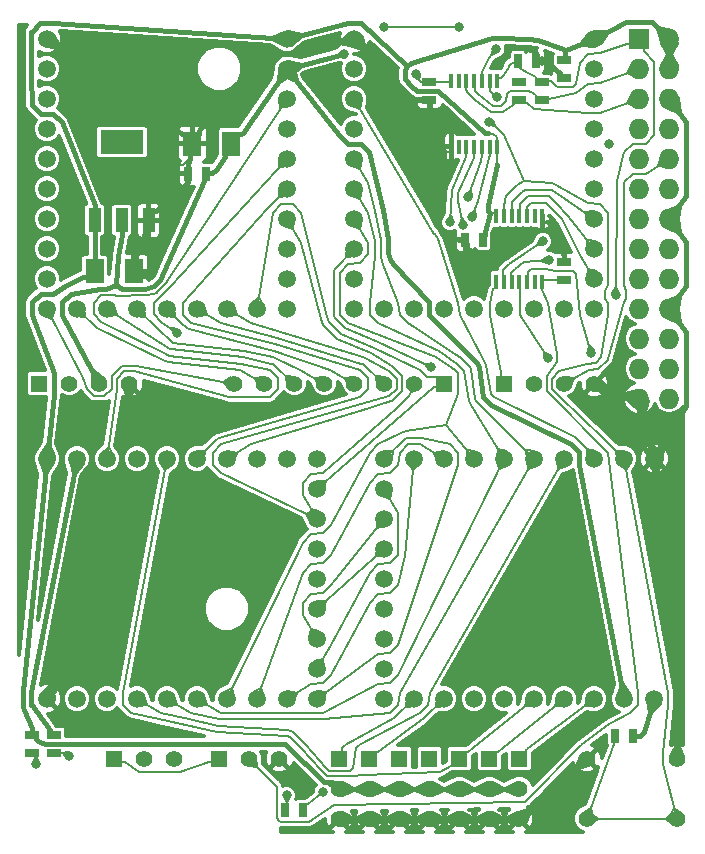
<source format=gbl>
%FSLAX46Y46*%
G04 Gerber Fmt 4.6, Leading zero omitted, Abs format (unit mm)*
G04 Created by KiCad (PCBNEW (2014-08-05 BZR 5054)-product) date mié 17 sep 2014 08:22:08 COT*
%MOMM*%
G01*
G04 APERTURE LIST*
%ADD10C,0.100000*%
%ADD11R,1.727200X1.727200*%
%ADD12O,1.727200X1.727200*%
%ADD13R,1.524000X2.032000*%
%ADD14R,0.635000X1.143000*%
%ADD15R,1.143000X0.635000*%
%ADD16R,3.657600X2.032000*%
%ADD17R,1.016000X2.032000*%
%ADD18R,0.299720X1.300480*%
%ADD19R,1.397000X1.397000*%
%ADD20C,1.397000*%
%ADD21C,1.500000*%
%ADD22C,0.800000*%
%ADD23C,0.200000*%
%ADD24C,0.400000*%
%ADD25C,0.300000*%
G04 APERTURE END LIST*
D10*
D11*
X153670000Y-83820000D03*
D12*
X156210000Y-83820000D03*
X153670000Y-86360000D03*
X156210000Y-86360000D03*
X153670000Y-88900000D03*
X156210000Y-88900000D03*
X153670000Y-91440000D03*
X156210000Y-91440000D03*
X153670000Y-93980000D03*
X156210000Y-93980000D03*
X153670000Y-96520000D03*
X156210000Y-96520000D03*
X153670000Y-99060000D03*
X156210000Y-99060000D03*
X153670000Y-101600000D03*
X156210000Y-101600000D03*
X153670000Y-104140000D03*
X156210000Y-104140000D03*
X153670000Y-106680000D03*
X156210000Y-106680000D03*
X153670000Y-109220000D03*
X156210000Y-109220000D03*
X153670000Y-111760000D03*
X156210000Y-111760000D03*
X153670000Y-114300000D03*
X156210000Y-114300000D03*
D13*
X119126000Y-92710000D03*
X115824000Y-92710000D03*
D14*
X116967000Y-95250000D03*
X115443000Y-95250000D03*
D13*
X107569000Y-103505000D03*
X110871000Y-103505000D03*
D15*
X147320000Y-85598000D03*
X147320000Y-87122000D03*
X104140000Y-142748000D03*
X104140000Y-144272000D03*
X102235000Y-142748000D03*
X102235000Y-144272000D03*
D16*
X109855000Y-92583000D03*
D17*
X109855000Y-99187000D03*
X107569000Y-99187000D03*
X112141000Y-99187000D03*
D14*
X140462000Y-100848000D03*
X138938000Y-100848000D03*
X143383000Y-85725000D03*
X144907000Y-85725000D03*
D18*
X141630400Y-92964000D03*
X140995400Y-92964000D03*
X140335000Y-92964000D03*
X139700000Y-92964000D03*
X139039600Y-92964000D03*
X138391900Y-92964000D03*
X137744200Y-92964000D03*
X137744200Y-87376000D03*
X138391900Y-87376000D03*
X139039600Y-87376000D03*
X139700000Y-87376000D03*
X140347700Y-87376000D03*
X140995400Y-87376000D03*
X141643100Y-87376000D03*
D15*
X147320000Y-104267000D03*
X147320000Y-102743000D03*
X135890000Y-87503000D03*
X135890000Y-89027000D03*
X145415000Y-87503000D03*
X145415000Y-89027000D03*
X143510000Y-87503000D03*
X143510000Y-89027000D03*
D18*
X141579600Y-98806000D03*
X142214600Y-98806000D03*
X142875000Y-98806000D03*
X143510000Y-98806000D03*
X144170400Y-98806000D03*
X144818100Y-98806000D03*
X145465800Y-98806000D03*
X145465800Y-104394000D03*
X144818100Y-104394000D03*
X144170400Y-104394000D03*
X143510000Y-104394000D03*
X142862300Y-104394000D03*
X142214600Y-104394000D03*
X141566900Y-104394000D03*
D19*
X118110000Y-144780000D03*
D20*
X120650000Y-144780000D03*
X123190000Y-144780000D03*
D19*
X109220000Y-144780000D03*
D20*
X111760000Y-144780000D03*
X114300000Y-144780000D03*
D14*
X153162000Y-142875000D03*
X151638000Y-142875000D03*
D20*
X156845000Y-144780000D03*
X156845000Y-149860000D03*
X149225000Y-144780000D03*
X149225000Y-149860000D03*
D21*
X103505000Y-119380000D03*
X106045000Y-119380000D03*
X108585000Y-119380000D03*
X111125000Y-119380000D03*
X113665000Y-119380000D03*
X116205000Y-119380000D03*
X118745000Y-119380000D03*
X121285000Y-119380000D03*
X123825000Y-119380000D03*
X126365000Y-119380000D03*
X126365000Y-121920000D03*
X126365000Y-124460000D03*
X126365000Y-127000000D03*
X126365000Y-129540000D03*
X126365000Y-132080000D03*
X126365000Y-134620000D03*
X126365000Y-137160000D03*
X126365000Y-139700000D03*
X123825000Y-139700000D03*
X121285000Y-139700000D03*
X118745000Y-139700000D03*
X116205000Y-139700000D03*
X113665000Y-139700000D03*
X111125000Y-139700000D03*
X108585000Y-139700000D03*
X106045000Y-139700000D03*
X103505000Y-139700000D03*
X123825000Y-83820000D03*
X123825000Y-86360000D03*
X123825000Y-88900000D03*
X123825000Y-91440000D03*
X123825000Y-93980000D03*
X123825000Y-96520000D03*
X123825000Y-99060000D03*
X123825000Y-101600000D03*
X123825000Y-104140000D03*
X123825000Y-106680000D03*
X121285000Y-106680000D03*
X118745000Y-106680000D03*
X116205000Y-106680000D03*
X113665000Y-106680000D03*
X111125000Y-106680000D03*
X108585000Y-106680000D03*
X106045000Y-106680000D03*
X103505000Y-106680000D03*
X103505000Y-104140000D03*
X103505000Y-101600000D03*
X103505000Y-99060000D03*
X103505000Y-96520000D03*
X103505000Y-93980000D03*
X103505000Y-91440000D03*
X103505000Y-88900000D03*
X103505000Y-86360000D03*
X103505000Y-83820000D03*
X149860000Y-83820000D03*
X149860000Y-86360000D03*
X149860000Y-88900000D03*
X149860000Y-91440000D03*
X149860000Y-93980000D03*
X149860000Y-96520000D03*
X149860000Y-99060000D03*
X149860000Y-101600000D03*
X149860000Y-104140000D03*
X149860000Y-106680000D03*
X147320000Y-106680000D03*
X144780000Y-106680000D03*
X142240000Y-106680000D03*
X139700000Y-106680000D03*
X137160000Y-106680000D03*
X134620000Y-106680000D03*
X132080000Y-106680000D03*
X129540000Y-106680000D03*
X129540000Y-104140000D03*
X129540000Y-101600000D03*
X129540000Y-99060000D03*
X129540000Y-96520000D03*
X129540000Y-93980000D03*
X129540000Y-91440000D03*
X129540000Y-88900000D03*
X129540000Y-86360000D03*
X129540000Y-83820000D03*
X154940000Y-139700000D03*
X152400000Y-139700000D03*
X149860000Y-139700000D03*
X147320000Y-139700000D03*
X144780000Y-139700000D03*
X142240000Y-139700000D03*
X139700000Y-139700000D03*
X137160000Y-139700000D03*
X134620000Y-139700000D03*
X132080000Y-139700000D03*
X132080000Y-137160000D03*
X132080000Y-134620000D03*
X132080000Y-132080000D03*
X132080000Y-129540000D03*
X132080000Y-127000000D03*
X132080000Y-124460000D03*
X132080000Y-121920000D03*
X132080000Y-119380000D03*
X134620000Y-119380000D03*
X137160000Y-119380000D03*
X139700000Y-119380000D03*
X142240000Y-119380000D03*
X144780000Y-119380000D03*
X147320000Y-119380000D03*
X149860000Y-119380000D03*
X152400000Y-119380000D03*
X154940000Y-119380000D03*
D19*
X143510000Y-144780000D03*
D20*
X143510000Y-147320000D03*
X143510000Y-149860000D03*
D19*
X135890000Y-144780000D03*
D20*
X135890000Y-147320000D03*
X135890000Y-149860000D03*
D19*
X140970000Y-144780000D03*
D20*
X140970000Y-147320000D03*
X140970000Y-149860000D03*
D19*
X133350000Y-144780000D03*
D20*
X133350000Y-147320000D03*
X133350000Y-149860000D03*
D19*
X138430000Y-144780000D03*
D20*
X138430000Y-147320000D03*
X138430000Y-149860000D03*
D19*
X130810000Y-144780000D03*
D20*
X130810000Y-147320000D03*
X130810000Y-149860000D03*
D19*
X128270000Y-144780000D03*
D20*
X128270000Y-147320000D03*
X128270000Y-149860000D03*
D19*
X102870000Y-113030000D03*
D20*
X105410000Y-113030000D03*
X107950000Y-113030000D03*
X110490000Y-113030000D03*
D19*
X142240000Y-113030000D03*
D20*
X144780000Y-113030000D03*
X147320000Y-113030000D03*
X149860000Y-113030000D03*
D19*
X137160000Y-113030000D03*
D20*
X134620000Y-113030000D03*
X132080000Y-113030000D03*
X129540000Y-113030000D03*
X127000000Y-113030000D03*
X124460000Y-113030000D03*
X121920000Y-113030000D03*
X119380000Y-113030000D03*
D14*
X125222000Y-149098000D03*
X123698000Y-149098000D03*
D22*
X128689000Y-85090600D03*
X114545300Y-108709100D03*
X126890400Y-147599500D03*
X138765200Y-99618400D03*
X137660900Y-99370800D03*
X139544800Y-98902000D03*
X136074200Y-111658000D03*
X139197300Y-97200600D03*
X140977800Y-90843700D03*
X151130000Y-92710000D03*
X132080000Y-82804000D03*
X138430000Y-82804000D03*
X113792000Y-99314000D03*
X105664000Y-100330000D03*
X115062000Y-137922000D03*
X135128000Y-91694000D03*
X135382000Y-95758000D03*
X138938000Y-102870000D03*
X113030000Y-101854000D03*
X114808000Y-115570000D03*
X116840000Y-115570000D03*
X113030000Y-115570000D03*
X145452300Y-85746500D03*
X134112000Y-89154000D03*
X135382000Y-93472000D03*
X114300000Y-94488000D03*
X114554000Y-97028000D03*
X111715873Y-89597709D03*
X109120485Y-87771424D03*
X144780000Y-126365000D03*
X147320000Y-121920000D03*
X146256000Y-99432200D03*
X141763100Y-85842200D03*
X112268600Y-103941600D03*
X105351000Y-144553000D03*
X102562900Y-145219500D03*
X151655700Y-105525200D03*
X141629700Y-88755900D03*
X141559300Y-84682900D03*
X145505400Y-100975200D03*
X146004400Y-102558500D03*
X145900600Y-110877300D03*
X149611300Y-110399200D03*
X134773400Y-86838700D03*
X123812900Y-147890500D03*
D23*
X141325600Y-91878600D02*
X140883600Y-91774900D01*
X141580500Y-92133500D02*
X141325600Y-91878600D01*
X141630400Y-92251700D02*
X141580500Y-92133500D01*
X141630400Y-92313800D02*
X141630400Y-92251700D01*
X141630400Y-92413800D02*
X141630400Y-92313800D01*
X141630400Y-92964000D02*
X141630400Y-92413800D01*
X141598800Y-93614200D02*
X141598800Y-94534200D01*
X141598800Y-93514200D02*
X141598800Y-93614200D01*
X141630400Y-92964000D02*
X141598800Y-93514200D01*
X141429700Y-98561100D02*
X140999700Y-98561100D01*
X141529700Y-98561100D02*
X141429700Y-98561100D01*
X141579600Y-98806000D02*
X141529700Y-98561100D01*
D24*
X147482600Y-84776100D02*
X147408100Y-84850500D01*
X149860000Y-83820000D02*
X147482600Y-84776100D01*
X140879700Y-97928000D02*
X141598800Y-94534200D01*
X140879700Y-98383600D02*
X140879700Y-97928000D01*
X140909800Y-98471100D02*
X140879700Y-98383600D01*
X140999700Y-98561100D02*
X140909800Y-98471100D01*
X130084600Y-82526100D02*
X133973800Y-86098000D01*
X130069900Y-82520000D02*
X130084600Y-82526100D01*
X129010100Y-82520000D02*
X130069900Y-82520000D01*
X123825000Y-83820000D02*
X129010100Y-82520000D01*
X140579500Y-100193700D02*
X140999700Y-98561100D01*
X140579500Y-100276500D02*
X140579500Y-100193700D01*
X140579500Y-100476500D02*
X140579500Y-100276500D01*
X140462000Y-100848000D02*
X140579500Y-100476500D01*
X156210000Y-86360000D02*
X156210000Y-83820000D01*
X154757600Y-82415500D02*
X156210000Y-83820000D01*
X153030400Y-82415500D02*
X154757600Y-82415500D01*
X152582400Y-82415500D02*
X153030400Y-82415500D01*
X149860000Y-83820000D02*
X152582400Y-82415500D01*
X147408100Y-85280500D02*
X147408100Y-84850500D01*
X147408100Y-85480500D02*
X147408100Y-85280500D01*
X147320000Y-85598000D02*
X147408100Y-85480500D01*
X104034900Y-82520000D02*
X123825000Y-83820000D01*
X102975100Y-82520000D02*
X104034900Y-82520000D01*
X102960400Y-82526100D02*
X102975100Y-82520000D01*
X102211100Y-83275400D02*
X102960400Y-82526100D01*
X102205000Y-83290100D02*
X102211100Y-83275400D01*
X102205000Y-85830100D02*
X102205000Y-83290100D01*
X102205000Y-86889900D02*
X102205000Y-85830100D01*
X102235000Y-89423900D02*
X102205000Y-86889900D01*
X102236500Y-89427600D02*
X102235000Y-89423900D01*
X102977400Y-90168500D02*
X102236500Y-89427600D01*
X102981100Y-90170000D02*
X102977400Y-90168500D01*
X104028900Y-90170000D02*
X102981100Y-90170000D01*
X104032600Y-90171500D02*
X104028900Y-90170000D01*
X104773500Y-90912400D02*
X104032600Y-90171500D01*
X104775000Y-90916100D02*
X104773500Y-90912400D01*
X107611000Y-97943200D02*
X104775000Y-90916100D01*
X107611000Y-98171000D02*
X107611000Y-97943200D01*
X107611000Y-98371000D02*
X107611000Y-98171000D01*
X107569000Y-99187000D02*
X107611000Y-98371000D01*
X107569000Y-100003000D02*
X107569000Y-99187000D01*
X107569000Y-100203000D02*
X107569000Y-100003000D01*
X107569000Y-102489000D02*
X107569000Y-100203000D01*
X107569000Y-102689000D02*
X107569000Y-102489000D01*
X107569000Y-103505000D02*
X107569000Y-102689000D01*
X107007000Y-103971000D02*
X107569000Y-103505000D01*
X106807000Y-103971000D02*
X107007000Y-103971000D01*
X106579200Y-103971000D02*
X106807000Y-103971000D01*
X105075600Y-104750300D02*
X106579200Y-103971000D01*
X104032600Y-105408500D02*
X105075600Y-104750300D01*
X104028900Y-105410000D02*
X104032600Y-105408500D01*
X102981100Y-105410000D02*
X104028900Y-105410000D01*
X102977400Y-105411500D02*
X102981100Y-105410000D01*
X102236500Y-106152400D02*
X102977400Y-105411500D01*
X102235000Y-106156100D02*
X102236500Y-106152400D01*
X102235000Y-107203900D02*
X102235000Y-106156100D01*
X104118500Y-112103700D02*
X102235000Y-107203900D01*
X104118500Y-113500700D02*
X104118500Y-112103700D01*
X104118500Y-113956300D02*
X104118500Y-113500700D01*
X103505000Y-119380000D02*
X104118500Y-113956300D01*
X101455000Y-139021000D02*
X103505000Y-119380000D01*
X101455000Y-140379000D02*
X101455000Y-139021000D01*
X101575300Y-140669400D02*
X101455000Y-140379000D01*
X102213500Y-142202700D02*
X101575300Y-140669400D01*
X102213500Y-142430500D02*
X102213500Y-142202700D01*
X102213500Y-142630500D02*
X102213500Y-142430500D01*
X102235000Y-142748000D02*
X102213500Y-142630500D01*
X102606500Y-142865500D02*
X102235000Y-142748000D01*
X102606500Y-143065500D02*
X102606500Y-142865500D01*
X102606500Y-143148300D02*
X102606500Y-143065500D01*
X102723700Y-143265500D02*
X102606500Y-143148300D01*
X103384400Y-143510000D02*
X102723700Y-143265500D01*
X105158600Y-143510000D02*
X103384400Y-143510000D01*
X123707100Y-143531500D02*
X105158600Y-143510000D01*
X126975600Y-146749300D02*
X123707100Y-143531500D01*
X127023600Y-146769200D02*
X126975600Y-146749300D01*
X127043500Y-146769300D02*
X127023600Y-146769200D01*
X127234300Y-146769300D02*
X127043500Y-146769300D01*
X128270000Y-147320000D02*
X127234300Y-146769300D01*
X130810000Y-147320000D02*
X128270000Y-147320000D01*
X133350000Y-147320000D02*
X130810000Y-147320000D01*
X135890000Y-147320000D02*
X133350000Y-147320000D01*
X138430000Y-147320000D02*
X135890000Y-147320000D01*
X140970000Y-147320000D02*
X138430000Y-147320000D01*
X143510000Y-147320000D02*
X140970000Y-147320000D01*
X153279500Y-142853500D02*
X153162000Y-142875000D01*
X153479500Y-142853500D02*
X153279500Y-142853500D01*
X153707300Y-142853500D02*
X153479500Y-142853500D01*
X154029500Y-142531300D02*
X153707300Y-142853500D01*
X154940000Y-139700000D02*
X154029500Y-142531300D01*
X133823400Y-86445200D02*
X133973800Y-86098000D01*
X133823400Y-87232200D02*
X133823400Y-86445200D01*
X134379900Y-87788700D02*
X133823400Y-87232200D01*
X134871400Y-88265000D02*
X134379900Y-87788700D01*
X136645600Y-88265000D02*
X134871400Y-88265000D01*
X140592100Y-91774900D02*
X136645600Y-88265000D01*
X140883600Y-91774900D02*
X140592100Y-91774900D01*
X134379900Y-85888700D02*
X133973800Y-86098000D01*
X141165800Y-83732900D02*
X134379900Y-85888700D01*
X141952800Y-83732900D02*
X141165800Y-83732900D01*
X144230400Y-83853500D02*
X141952800Y-83732900D01*
X145080300Y-83968500D02*
X144230400Y-83853500D01*
X147176300Y-84730500D02*
X145080300Y-83968500D01*
X147408100Y-84850500D02*
X147176300Y-84730500D01*
D23*
X141117300Y-91829700D02*
X140903400Y-91872900D01*
X141117300Y-91829700D02*
X140945000Y-91695900D01*
X141598800Y-94294200D02*
X141689700Y-94492500D01*
X141598800Y-94294200D02*
X141507900Y-94492500D01*
X141239700Y-98561100D02*
X141041400Y-98652000D01*
X141239700Y-98561100D02*
X141041400Y-98470200D01*
D24*
X148718800Y-84278900D02*
X149448300Y-83455400D01*
X148718800Y-84278900D02*
X149815300Y-84368200D01*
X125018100Y-83520900D02*
X124183200Y-84237400D01*
X125018100Y-83520900D02*
X123944000Y-83283000D01*
X156210000Y-85163600D02*
X155633000Y-84147800D01*
X156210000Y-85163600D02*
X156787000Y-84147800D01*
X156210000Y-85016400D02*
X156787000Y-86032200D01*
X156210000Y-85016400D02*
X155633000Y-86032200D01*
X155244100Y-82886000D02*
X156375500Y-83177400D01*
X155244100Y-82886000D02*
X155573300Y-84007000D01*
X150953100Y-83256100D02*
X150304100Y-84144400D01*
X150953100Y-83256100D02*
X149853100Y-83270000D01*
X122597600Y-83739400D02*
X123611800Y-83313000D01*
X122597600Y-83739400D02*
X123547400Y-84294800D01*
X103643200Y-118157800D02*
X104021400Y-119190900D01*
X103643200Y-118157800D02*
X103043800Y-119080300D01*
X103377300Y-120603400D02*
X102990200Y-119573500D01*
X103377300Y-120603400D02*
X103968800Y-119675700D01*
X127234300Y-146769300D02*
X128294700Y-146822100D01*
X129448500Y-147320000D02*
X128480900Y-147771700D01*
X129448500Y-147320000D02*
X128480900Y-146868300D01*
X129631500Y-147320000D02*
X130599100Y-146868300D01*
X129631500Y-147320000D02*
X130599100Y-147771700D01*
X131988500Y-147320000D02*
X131020900Y-147771700D01*
X131988500Y-147320000D02*
X131020900Y-146868300D01*
X132171500Y-147320000D02*
X133139100Y-146868300D01*
X132171500Y-147320000D02*
X133139100Y-147771700D01*
X134528500Y-147320000D02*
X133560900Y-147771700D01*
X134528500Y-147320000D02*
X133560900Y-146868300D01*
X134711500Y-147320000D02*
X135679100Y-146868300D01*
X134711500Y-147320000D02*
X135679100Y-147771700D01*
X137068500Y-147320000D02*
X136100900Y-147771700D01*
X137068500Y-147320000D02*
X136100900Y-146868300D01*
X137251500Y-147320000D02*
X138219100Y-146868300D01*
X137251500Y-147320000D02*
X138219100Y-147771700D01*
X139608500Y-147320000D02*
X138640900Y-147771700D01*
X139608500Y-147320000D02*
X138640900Y-146868300D01*
X139791500Y-147320000D02*
X140759100Y-146868300D01*
X139791500Y-147320000D02*
X140759100Y-147771700D01*
X142148500Y-147320000D02*
X141180900Y-147771700D01*
X142148500Y-147320000D02*
X141180900Y-146868300D01*
X142331500Y-147320000D02*
X143299100Y-146868300D01*
X142331500Y-147320000D02*
X143299100Y-147771700D01*
X154563400Y-140870900D02*
X154396400Y-139783500D01*
X154563400Y-140870900D02*
X155333000Y-140084700D01*
X119688000Y-91894000D02*
X119126000Y-92710000D01*
X119888000Y-91894000D02*
X119688000Y-91894000D01*
X119970800Y-91894000D02*
X119888000Y-91894000D01*
X120088000Y-91776800D02*
X119970800Y-91894000D01*
X123825000Y-86360000D02*
X120088000Y-91776800D01*
X109902600Y-105019300D02*
X109355000Y-104655200D01*
X110315400Y-105019300D02*
X109902600Y-105019300D01*
X110517700Y-104990700D02*
X110315400Y-105019300D01*
X111827600Y-104990700D02*
X110517700Y-104990700D01*
X112617900Y-104785000D02*
X111827600Y-104990700D01*
X113112000Y-104290900D02*
X112617900Y-104785000D01*
X116849500Y-95904300D02*
X113112000Y-104290900D01*
X116849500Y-95821500D02*
X116849500Y-95904300D01*
X116849500Y-95621500D02*
X116849500Y-95821500D01*
X116967000Y-95250000D02*
X116849500Y-95621500D01*
X118564000Y-93526000D02*
X119126000Y-92710000D01*
X118564000Y-93726000D02*
X118564000Y-93526000D01*
X118564000Y-93808800D02*
X118564000Y-93726000D01*
X117834500Y-94906300D02*
X118564000Y-93808800D01*
X117512300Y-95228500D02*
X117834500Y-94906300D01*
X117284500Y-95228500D02*
X117512300Y-95228500D01*
X117084500Y-95228500D02*
X117284500Y-95228500D01*
X116967000Y-95250000D02*
X117084500Y-95228500D01*
X102205000Y-139170100D02*
X106045000Y-119380000D01*
X102205000Y-140229900D02*
X102205000Y-139170100D01*
X102211100Y-140244600D02*
X102205000Y-140229900D01*
X103768500Y-142347700D02*
X102211100Y-140244600D01*
X103768500Y-142430500D02*
X103768500Y-142347700D01*
X103768500Y-142630500D02*
X103768500Y-142430500D01*
X104140000Y-142748000D02*
X103768500Y-142630500D01*
X128689000Y-85090600D02*
X123825000Y-86360000D01*
X128271500Y-91967600D02*
X123825000Y-86360000D01*
X129012400Y-92708500D02*
X128271500Y-91967600D01*
X129016100Y-92710000D02*
X129012400Y-92708500D01*
X130063900Y-92710000D02*
X129016100Y-92710000D01*
X130067600Y-92711500D02*
X130063900Y-92710000D01*
X130808500Y-93452400D02*
X130067600Y-92711500D01*
X130810000Y-93456100D02*
X130808500Y-93452400D01*
X131390000Y-95880700D02*
X130810000Y-93456100D01*
X131940000Y-98311300D02*
X131390000Y-95880700D01*
X132419200Y-100756000D02*
X131940000Y-98311300D01*
X132419200Y-101948800D02*
X132419200Y-100756000D01*
X132554900Y-102455400D02*
X132419200Y-101948800D01*
X132817100Y-102909600D02*
X132554900Y-102455400D01*
X135888500Y-106152400D02*
X132817100Y-102909600D01*
X135890000Y-106156100D02*
X135888500Y-106152400D01*
X135890000Y-107203900D02*
X135890000Y-106156100D01*
X135891500Y-107207600D02*
X135890000Y-107203900D01*
X139915400Y-111277100D02*
X135891500Y-107207600D01*
X140058500Y-111622600D02*
X139915400Y-111277100D01*
X140441500Y-114184100D02*
X140058500Y-111622600D01*
X141085900Y-114828500D02*
X140441500Y-114184100D01*
X147847600Y-118111500D02*
X141085900Y-114828500D01*
X148588500Y-118852400D02*
X147847600Y-118111500D01*
X148590000Y-118856100D02*
X148588500Y-118852400D01*
X148590000Y-119903900D02*
X148590000Y-118856100D01*
X152400000Y-139700000D02*
X148590000Y-119903900D01*
X108525600Y-104990700D02*
X109355000Y-104655200D01*
X107977700Y-104990700D02*
X108525600Y-104990700D01*
X107542800Y-105071000D02*
X107977700Y-104990700D01*
X105521100Y-105410000D02*
X107542800Y-105071000D01*
X105517400Y-105411500D02*
X105521100Y-105410000D01*
X104776500Y-106152400D02*
X105517400Y-105411500D01*
X104775000Y-106156100D02*
X104776500Y-106152400D01*
X104775000Y-107203900D02*
X104775000Y-106156100D01*
X104776500Y-107207600D02*
X104775000Y-107203900D01*
X107950000Y-113030000D02*
X104776500Y-107207600D01*
X109559000Y-102261200D02*
X109355000Y-104655200D01*
X109897000Y-100430800D02*
X109559000Y-102261200D01*
X109897000Y-100203000D02*
X109897000Y-100430800D01*
X109897000Y-100003000D02*
X109897000Y-100203000D01*
X109855000Y-99187000D02*
X109897000Y-100003000D01*
X123126500Y-87372400D02*
X123280400Y-86283000D01*
X123126500Y-87372400D02*
X124090200Y-86841800D01*
X105810700Y-120587500D02*
X105515200Y-119527700D01*
X105810700Y-120587500D02*
X106481200Y-119715100D01*
X125015100Y-86049400D02*
X124187200Y-86773900D01*
X125015100Y-86049400D02*
X123938800Y-85821900D01*
X128224600Y-85211800D02*
X128562500Y-84935700D01*
X128224600Y-85211800D02*
X128654300Y-85287500D01*
X124589200Y-87323800D02*
X123592300Y-86858300D01*
X124589200Y-87323800D02*
X124363300Y-86247100D01*
X152167500Y-138492200D02*
X152836600Y-139365500D01*
X152167500Y-138492200D02*
X151870400Y-139551500D01*
X107386000Y-111995200D02*
X108245700Y-112628600D01*
X107386000Y-111995200D02*
X107452500Y-113061000D01*
D23*
X144108500Y-144181500D02*
X143510000Y-144780000D01*
X144108500Y-144081500D02*
X144108500Y-144181500D01*
X144108500Y-144040100D02*
X144108500Y-144081500D01*
X144167100Y-143981500D02*
X144108500Y-144040100D01*
X149860000Y-139700000D02*
X144167100Y-143981500D01*
X109443800Y-113598400D02*
X108585000Y-119380000D01*
X109443800Y-112596600D02*
X109443800Y-113598400D01*
X110056600Y-111983800D02*
X109443800Y-112596600D01*
X110923400Y-111983800D02*
X110056600Y-111983800D01*
X118904300Y-114178500D02*
X110923400Y-111983800D01*
X121444300Y-114178500D02*
X118904300Y-114178500D01*
X122395700Y-114178500D02*
X121444300Y-114178500D01*
X123068500Y-113505700D02*
X122395700Y-114178500D01*
X123068500Y-112554300D02*
X123068500Y-113505700D01*
X122395700Y-111881500D02*
X123068500Y-112554300D01*
X119989100Y-111331500D02*
X122395700Y-111881500D01*
X113886100Y-110659100D02*
X119989100Y-111331500D01*
X113632500Y-110554100D02*
X113886100Y-110659100D01*
X108121200Y-107799700D02*
X113632500Y-110554100D01*
X107465300Y-107143800D02*
X108121200Y-107799700D01*
X107465300Y-106216200D02*
X107465300Y-107143800D01*
X108121200Y-105560300D02*
X107465300Y-106216200D01*
X109048800Y-105560300D02*
X108121200Y-105560300D01*
X109654700Y-105617700D02*
X109048800Y-105560300D01*
X110563300Y-105617700D02*
X109654700Y-105617700D01*
X110661200Y-105560300D02*
X110563300Y-105617700D01*
X112063500Y-105560300D02*
X110661200Y-105560300D01*
X112815800Y-105328500D02*
X112063500Y-105560300D01*
X112862400Y-105309200D02*
X112815800Y-105328500D01*
X113636200Y-104535400D02*
X112862400Y-105309200D01*
X123825000Y-88900000D02*
X113636200Y-104535400D01*
X149068800Y-140295100D02*
X149224200Y-139564700D01*
X149068800Y-140295100D02*
X149813600Y-140348300D01*
X108730500Y-118400700D02*
X109132700Y-119029900D01*
X108730500Y-118400700D02*
X108162700Y-118885700D01*
X123284500Y-89729400D02*
X123181300Y-88989800D01*
X123284500Y-89729400D02*
X124002700Y-89525200D01*
X141568500Y-144181500D02*
X140970000Y-144780000D01*
X141668500Y-144181500D02*
X141568500Y-144181500D01*
X141709900Y-144181500D02*
X141668500Y-144181500D01*
X147320000Y-139700000D02*
X141709900Y-144181500D01*
X146546500Y-140317900D02*
X146680600Y-139583300D01*
X146546500Y-140317900D02*
X147292600Y-140349500D01*
X139028500Y-144181500D02*
X138430000Y-144780000D01*
X139128500Y-144181500D02*
X139028500Y-144181500D01*
X139169900Y-144181500D02*
X139128500Y-144181500D01*
X144780000Y-139700000D02*
X139169900Y-144181500D01*
X137831500Y-145378500D02*
X138430000Y-144780000D01*
X137731500Y-145378500D02*
X137831500Y-145378500D01*
X137690100Y-145378500D02*
X137731500Y-145378500D01*
X136774900Y-145928500D02*
X137690100Y-145378500D01*
X130334300Y-146171500D02*
X136774900Y-145928500D01*
X129339300Y-146273800D02*
X130334300Y-146171500D01*
X129297900Y-146273800D02*
X129339300Y-146273800D01*
X128639100Y-146273800D02*
X129297900Y-146273800D01*
X128539100Y-146273800D02*
X128639100Y-146273800D01*
X127432300Y-146239000D02*
X128539100Y-146273800D01*
X127215100Y-146239000D02*
X127432300Y-146239000D01*
X126711000Y-145734900D02*
X127215100Y-146239000D01*
X124991300Y-143896400D02*
X126711000Y-145734900D01*
X124073600Y-142978700D02*
X124991300Y-143896400D01*
X123838900Y-142881500D02*
X124073600Y-142978700D01*
X117906800Y-142550000D02*
X123838900Y-142881500D01*
X113045600Y-141450000D02*
X117906800Y-142550000D01*
X110627900Y-140900000D02*
X113045600Y-141450000D01*
X109925000Y-140197100D02*
X110627900Y-140900000D01*
X109925000Y-139202900D02*
X109925000Y-140197100D01*
X113665000Y-119380000D02*
X109925000Y-139202900D01*
X113212100Y-107773400D02*
X114545300Y-108709100D01*
X112571600Y-107132900D02*
X113212100Y-107773400D01*
X112571600Y-106227100D02*
X112571600Y-107132900D01*
X114012100Y-104786600D02*
X112571600Y-106227100D01*
X123825000Y-93980000D02*
X114012100Y-104786600D01*
X144006500Y-140317900D02*
X144140600Y-139583300D01*
X144006500Y-140317900D02*
X144752600Y-140349500D01*
X113481500Y-120352800D02*
X113104100Y-119708500D01*
X113481500Y-120352800D02*
X114067700Y-119890300D01*
X114021400Y-108341400D02*
X114582500Y-108411400D01*
X114021400Y-108341400D02*
X114277900Y-108845200D01*
X123159500Y-94712900D02*
X123175100Y-93966300D01*
X123159500Y-94712900D02*
X123901100Y-94625500D01*
X117945500Y-117704600D02*
X116205000Y-119380000D01*
X118125600Y-117630000D02*
X117945500Y-117704600D01*
X130015700Y-114178500D02*
X118125600Y-117630000D01*
X130688500Y-113505700D02*
X130015700Y-114178500D01*
X130688500Y-112554300D02*
X130688500Y-113505700D01*
X130015700Y-111881500D02*
X130688500Y-112554300D01*
X122857300Y-109681500D02*
X130015700Y-111881500D01*
X115707900Y-107880000D02*
X122857300Y-109681500D01*
X115005000Y-107177100D02*
X115707900Y-107880000D01*
X115005000Y-106182900D02*
X115005000Y-107177100D01*
X122149600Y-98260500D02*
X115005000Y-106182900D01*
X123825000Y-96520000D02*
X122149600Y-98260500D01*
X116918200Y-118693400D02*
X116852400Y-119437200D01*
X116918200Y-118693400D02*
X116172400Y-118730800D01*
X123138400Y-97233200D02*
X123175800Y-96487400D01*
X123138400Y-97233200D02*
X123882200Y-97167400D01*
X146301900Y-96649900D02*
X149860000Y-99060000D01*
X146195300Y-96605800D02*
X146301900Y-96649900D01*
X145247800Y-96605800D02*
X146195300Y-96605800D01*
X144088600Y-96605800D02*
X145247800Y-96605800D01*
X143982000Y-96649900D02*
X144088600Y-96605800D01*
X143721700Y-96781000D02*
X143982000Y-96649900D01*
X142945500Y-97557200D02*
X143721700Y-96781000D01*
X142924900Y-97607000D02*
X142945500Y-97557200D01*
X142924900Y-98155800D02*
X142924900Y-97607000D01*
X142924900Y-98255800D02*
X142924900Y-98155800D01*
X142875000Y-98806000D02*
X142924900Y-98255800D01*
X125025000Y-101102900D02*
X123825000Y-99060000D01*
X126690000Y-107518200D02*
X125025000Y-101102900D01*
X126932100Y-108102600D02*
X126690000Y-107518200D01*
X128117400Y-109287900D02*
X126932100Y-108102600D01*
X130933400Y-110465700D02*
X128117400Y-109287900D01*
X132734300Y-111571800D02*
X130933400Y-110465700D01*
X133538200Y-112375700D02*
X132734300Y-111571800D01*
X133573800Y-112461600D02*
X133538200Y-112375700D01*
X133573800Y-113598400D02*
X133573800Y-112461600D01*
X133538200Y-113684300D02*
X133573800Y-113598400D01*
X132734300Y-114488200D02*
X133538200Y-113684300D01*
X132648400Y-114523800D02*
X132734300Y-114488200D01*
X130258500Y-115278500D02*
X132648400Y-114523800D01*
X120787900Y-118180000D02*
X130258500Y-115278500D01*
X118745000Y-119380000D02*
X120787900Y-118180000D01*
X149040300Y-98504800D02*
X149781600Y-98414800D01*
X149040300Y-98504800D02*
X149231600Y-99226600D01*
X124326400Y-99913600D02*
X123618400Y-99676300D01*
X124326400Y-99913600D02*
X124463800Y-99179700D01*
X119598600Y-118878600D02*
X119361300Y-119586600D01*
X119598600Y-118878600D02*
X118864700Y-118741200D01*
X147634700Y-98831000D02*
X149860000Y-101600000D01*
X146615700Y-97741600D02*
X147634700Y-98831000D01*
X146029900Y-97155800D02*
X146615700Y-97741600D01*
X145082400Y-97155800D02*
X146029900Y-97155800D01*
X144254000Y-97155800D02*
X145082400Y-97155800D01*
X144005300Y-97395400D02*
X144254000Y-97155800D01*
X143559900Y-97840800D02*
X144005300Y-97395400D01*
X143559900Y-98155800D02*
X143559900Y-97840800D01*
X143559900Y-98255800D02*
X143559900Y-98155800D01*
X143510000Y-98806000D02*
X143559900Y-98255800D01*
X135419500Y-141375400D02*
X137160000Y-139700000D01*
X131549900Y-144181500D02*
X135419500Y-141375400D01*
X131508500Y-144181500D02*
X131549900Y-144181500D01*
X131408500Y-144181500D02*
X131508500Y-144181500D01*
X130810000Y-144780000D02*
X131408500Y-144181500D01*
X149239800Y-100828300D02*
X149974800Y-100960200D01*
X149239800Y-100828300D02*
X149210400Y-101574400D01*
X136446800Y-140386600D02*
X136512600Y-139642800D01*
X136446800Y-140386600D02*
X137192600Y-140349200D01*
X125439500Y-148626500D02*
X125222000Y-149098000D01*
X125539500Y-148626500D02*
X125439500Y-148626500D01*
X125580900Y-148626500D02*
X125539500Y-148626500D01*
X126890400Y-147599500D02*
X125580900Y-148626500D01*
X128518500Y-144181500D02*
X128270000Y-144780000D01*
X128518500Y-144081500D02*
X128518500Y-144181500D01*
X128518500Y-143895100D02*
X128518500Y-144081500D01*
X128782100Y-143631500D02*
X128518500Y-143895100D01*
X129697300Y-143081500D02*
X128782100Y-143631500D01*
X132879500Y-141375400D02*
X129697300Y-143081500D01*
X134620000Y-139700000D02*
X132879500Y-141375400D01*
X148660000Y-102097100D02*
X149860000Y-104140000D01*
X147106000Y-99080100D02*
X148660000Y-102097100D01*
X146065700Y-97969400D02*
X147106000Y-99080100D01*
X145802100Y-97705800D02*
X146065700Y-97969400D01*
X144880200Y-97705800D02*
X145802100Y-97705800D01*
X144507400Y-97705800D02*
X144880200Y-97705800D01*
X144482700Y-97707900D02*
X144507400Y-97705800D01*
X144220300Y-97970300D02*
X144482700Y-97707900D01*
X144170400Y-98093700D02*
X144220300Y-97970300D01*
X144170400Y-98155800D02*
X144170400Y-98093700D01*
X144170400Y-98255800D02*
X144170400Y-98155800D01*
X144170400Y-98806000D02*
X144170400Y-98255800D01*
X133906800Y-140386600D02*
X133972600Y-139642800D01*
X133906800Y-140386600D02*
X134652600Y-140349200D01*
X149358600Y-103286400D02*
X150066600Y-103523700D01*
X149358600Y-103286400D02*
X149221200Y-104020300D01*
X136275100Y-113278500D02*
X126365000Y-121920000D01*
X136461500Y-113278500D02*
X136275100Y-113278500D01*
X136561500Y-113278500D02*
X136461500Y-113278500D01*
X137160000Y-113030000D02*
X136561500Y-113278500D01*
X136561500Y-112508000D02*
X137160000Y-113030000D01*
X136461500Y-112508000D02*
X136561500Y-112508000D01*
X135722100Y-112508000D02*
X136461500Y-112508000D01*
X135095700Y-111881500D02*
X135722100Y-112508000D01*
X133161800Y-110932000D02*
X135095700Y-111881500D01*
X131244900Y-109999500D02*
X133161800Y-110932000D01*
X128429000Y-108821700D02*
X131244900Y-109999500D01*
X127398300Y-107791000D02*
X128429000Y-108821700D01*
X127240000Y-107408800D02*
X127398300Y-107791000D01*
X125025000Y-98562900D02*
X127240000Y-107408800D01*
X124322100Y-97860000D02*
X125025000Y-98562900D01*
X123327900Y-97860000D02*
X124322100Y-97860000D01*
X122625000Y-98562900D02*
X123327900Y-97860000D01*
X121285000Y-106680000D02*
X122625000Y-98562900D01*
X127111200Y-121269400D02*
X127008900Y-122009000D01*
X127111200Y-121269400D02*
X126364500Y-121270000D01*
X121446300Y-105703200D02*
X121838200Y-106338800D01*
X121446300Y-105703200D02*
X120870800Y-106179000D01*
X125165000Y-122417100D02*
X126365000Y-124460000D01*
X125165000Y-121422900D02*
X125165000Y-122417100D01*
X125867900Y-120720000D02*
X125165000Y-121422900D01*
X126862100Y-120580000D02*
X125867900Y-120720000D01*
X133161800Y-115128000D02*
X126862100Y-120580000D01*
X134178000Y-114111800D02*
X133161800Y-115128000D01*
X134328500Y-113748500D02*
X134178000Y-114111800D01*
X134620000Y-113030000D02*
X134328500Y-113748500D01*
X118247900Y-120580000D02*
X126365000Y-124460000D01*
X117545000Y-119877100D02*
X118247900Y-120580000D01*
X117545000Y-118882900D02*
X117545000Y-119877100D01*
X118247900Y-118180000D02*
X117545000Y-118882900D01*
X132513400Y-114076200D02*
X118247900Y-118180000D01*
X133126200Y-113463400D02*
X132513400Y-114076200D01*
X133126200Y-112596600D02*
X133126200Y-113463400D01*
X132513400Y-111983800D02*
X133126200Y-112596600D01*
X130621800Y-110932000D02*
X132513400Y-111983800D01*
X130258500Y-110781500D02*
X130621800Y-110932000D01*
X120787900Y-107880000D02*
X130258500Y-110781500D01*
X118745000Y-106680000D02*
X120787900Y-107880000D01*
X125863600Y-123606400D02*
X126571600Y-123843700D01*
X125863600Y-123606400D02*
X125726200Y-124340300D01*
X134328500Y-113748500D02*
X134117900Y-113236400D01*
X134328500Y-113748500D02*
X134836300Y-113527800D01*
X125471800Y-124033000D02*
X126191500Y-123833600D01*
X125471800Y-124033000D02*
X125768500Y-124718200D01*
X119598600Y-107181400D02*
X118864700Y-107318800D01*
X119598600Y-107181400D02*
X119361300Y-106473400D01*
X130310300Y-111398300D02*
X132080000Y-113030000D01*
X130149100Y-111331500D02*
X130310300Y-111398300D01*
X122977700Y-109136100D02*
X130149100Y-111331500D01*
X118247900Y-107880000D02*
X122977700Y-109136100D01*
X116205000Y-106680000D02*
X118247900Y-107880000D01*
X131390000Y-112393800D02*
X132111900Y-112432400D01*
X131390000Y-112393800D02*
X131486900Y-113110200D01*
X117058600Y-107181400D02*
X116324700Y-107318800D01*
X117058600Y-107181400D02*
X116821300Y-106473400D01*
X127475700Y-111881500D02*
X129540000Y-113030000D01*
X122747900Y-110231500D02*
X127475700Y-111881500D01*
X115585600Y-108430000D02*
X122747900Y-110231500D01*
X115405500Y-108355400D02*
X115585600Y-108430000D01*
X114897400Y-107859100D02*
X115405500Y-108355400D01*
X113665000Y-106680000D02*
X114897400Y-107859100D01*
X128719900Y-112573700D02*
X129430600Y-112441600D01*
X128719900Y-112573700D02*
X128982400Y-113247200D01*
X114380300Y-107364400D02*
X113634500Y-107329200D01*
X114380300Y-107364400D02*
X114312300Y-106620800D01*
X139650100Y-93514200D02*
X139700000Y-92964000D01*
X139650100Y-93614200D02*
X139650100Y-93514200D01*
X139650100Y-93929200D02*
X139650100Y-93614200D01*
X138347300Y-96848500D02*
X139650100Y-93929200D01*
X138347300Y-97552700D02*
X138347300Y-96848500D01*
X138765200Y-99618400D02*
X138347300Y-97552700D01*
X126365000Y-132080000D02*
X132080000Y-127000000D01*
X124935700Y-111881500D02*
X127000000Y-113030000D01*
X123001800Y-110932000D02*
X124935700Y-111881500D01*
X122638500Y-110781500D02*
X123001800Y-110932000D01*
X120207900Y-110231500D02*
X122638500Y-110781500D01*
X114193200Y-109559100D02*
X120207900Y-110231500D01*
X112865500Y-108355400D02*
X114193200Y-109559100D01*
X111125000Y-106680000D02*
X112865500Y-108355400D01*
X138638300Y-98991100D02*
X138997000Y-99428100D01*
X138638300Y-98991100D02*
X138477600Y-99533100D01*
X131340100Y-127657700D02*
X131435300Y-126917100D01*
X131340100Y-127657700D02*
X132086700Y-127649900D01*
X127104900Y-131422300D02*
X127009700Y-132162900D01*
X127104900Y-131422300D02*
X126358300Y-131430100D01*
X126179900Y-112573700D02*
X126890600Y-112441600D01*
X126179900Y-112573700D02*
X126442400Y-113247200D01*
X111838200Y-107366600D02*
X111092400Y-107329200D01*
X111838200Y-107366600D02*
X111772400Y-106622800D01*
X139039600Y-93514200D02*
X139039600Y-92964000D01*
X139039600Y-93614200D02*
X139039600Y-93514200D01*
X139039600Y-93676300D02*
X139039600Y-93614200D01*
X138989700Y-93799700D02*
X139039600Y-93676300D01*
X137818600Y-96599400D02*
X138989700Y-93799700D01*
X137797300Y-96650800D02*
X137818600Y-96599400D01*
X137660900Y-99370800D02*
X137797300Y-96650800D01*
X127565000Y-130037100D02*
X132080000Y-124460000D01*
X126862100Y-130740000D02*
X127565000Y-130037100D01*
X125867900Y-130880000D02*
X126862100Y-130740000D01*
X125165000Y-131582900D02*
X125867900Y-130880000D01*
X125165000Y-132577100D02*
X125165000Y-131582900D01*
X126365000Y-134620000D02*
X125165000Y-132577100D01*
X122690300Y-111398300D02*
X124460000Y-113030000D01*
X122529100Y-111331500D02*
X122690300Y-111398300D01*
X120098500Y-110781500D02*
X122529100Y-111331500D01*
X113995500Y-110109100D02*
X120098500Y-110781500D01*
X113944100Y-110087800D02*
X113995500Y-110109100D01*
X108585000Y-106680000D02*
X113944100Y-110087800D01*
X137693000Y-98731600D02*
X137932700Y-99243700D01*
X137693000Y-98731600D02*
X137403300Y-99217100D01*
X131457100Y-125229500D02*
X131430400Y-124483200D01*
X131457100Y-125229500D02*
X132192600Y-125100200D01*
X125863600Y-133766400D02*
X126571600Y-134003700D01*
X125863600Y-133766400D02*
X125726200Y-134500300D01*
X123770000Y-112393800D02*
X124491900Y-112432400D01*
X123770000Y-112393800D02*
X123866900Y-113110200D01*
X109420400Y-107211200D02*
X108682000Y-107322700D01*
X109420400Y-107211200D02*
X109208200Y-106495300D01*
X133280000Y-123962900D02*
X132080000Y-121920000D01*
X133280000Y-126502900D02*
X133280000Y-123962900D01*
X133280000Y-127497100D02*
X133280000Y-126502900D01*
X132577100Y-128200000D02*
X133280000Y-127497100D01*
X131582900Y-128340000D02*
X132577100Y-128200000D01*
X130880000Y-129042900D02*
X131582900Y-128340000D01*
X127565000Y-135117100D02*
X130880000Y-129042900D01*
X126365000Y-137160000D02*
X127565000Y-135117100D01*
X119855700Y-111881500D02*
X121920000Y-113030000D01*
X113776700Y-111209100D02*
X119855700Y-111881500D01*
X113321000Y-111020300D02*
X113776700Y-111209100D01*
X107785500Y-108355400D02*
X113321000Y-111020300D01*
X106045000Y-106680000D02*
X107785500Y-108355400D01*
X132581400Y-122773600D02*
X131873400Y-122536300D01*
X132581400Y-122773600D02*
X132718800Y-122039700D01*
X126866400Y-136306400D02*
X127003800Y-137040300D01*
X126866400Y-136306400D02*
X126158400Y-136543700D01*
X121099900Y-112573700D02*
X121810600Y-112441600D01*
X121099900Y-112573700D02*
X121362400Y-113247200D01*
X106758200Y-107366600D02*
X106012400Y-107329200D01*
X106758200Y-107366600D02*
X106692400Y-106622800D01*
X131582900Y-135960000D02*
X126365000Y-139700000D01*
X132577100Y-135820000D02*
X131582900Y-135960000D01*
X133280000Y-135117100D02*
X132577100Y-135820000D01*
X138360000Y-119877100D02*
X133280000Y-135117100D01*
X138360000Y-118882900D02*
X138360000Y-119877100D01*
X137657100Y-118180000D02*
X138360000Y-118882900D01*
X135239400Y-117630000D02*
X137657100Y-118180000D01*
X134000600Y-117630000D02*
X135239400Y-117630000D01*
X133820500Y-117704600D02*
X134000600Y-117630000D01*
X132080000Y-119380000D02*
X133820500Y-117704600D01*
X111058400Y-111536200D02*
X119380000Y-113030000D01*
X109921600Y-111536200D02*
X111058400Y-111536200D01*
X109835700Y-111571800D02*
X109921600Y-111536200D01*
X109031800Y-112375700D02*
X109835700Y-111571800D01*
X108996200Y-112461600D02*
X109031800Y-112375700D01*
X108996200Y-113463400D02*
X108996200Y-112461600D01*
X108383400Y-114076200D02*
X108996200Y-113463400D01*
X107516600Y-114076200D02*
X108383400Y-114076200D01*
X106903800Y-113463400D02*
X107516600Y-114076200D01*
X106558500Y-112554300D02*
X106903800Y-113463400D01*
X103505000Y-106680000D02*
X106558500Y-112554300D01*
X127169700Y-139123300D02*
X126997500Y-139849900D01*
X127169700Y-139123300D02*
X126426300Y-139052900D01*
X132793200Y-118693400D02*
X132727400Y-119437200D01*
X132793200Y-118693400D02*
X132047400Y-118730800D01*
X118456300Y-112864200D02*
X119085700Y-112508900D01*
X118456300Y-112864200D02*
X118922900Y-113416300D01*
X103961600Y-107558400D02*
X103266800Y-107284800D01*
X103961600Y-107558400D02*
X104136800Y-106832600D01*
X125867900Y-138500000D02*
X123825000Y-139700000D01*
X126862100Y-138360000D02*
X125867900Y-138500000D01*
X127565000Y-137657100D02*
X126862100Y-138360000D01*
X130880000Y-131582900D02*
X127565000Y-137657100D01*
X131582900Y-130880000D02*
X130880000Y-131582900D01*
X132577100Y-130740000D02*
X131582900Y-130880000D01*
X133280000Y-130037100D02*
X132577100Y-130740000D01*
X133830000Y-127619400D02*
X133280000Y-130037100D01*
X134620000Y-119380000D02*
X133830000Y-127619400D01*
X140047300Y-97552700D02*
X139544800Y-98902000D01*
X140948800Y-93930500D02*
X140047300Y-97552700D01*
X140995400Y-93676300D02*
X140948800Y-93930500D01*
X140995400Y-93614200D02*
X140995400Y-93676300D01*
X140995400Y-93514200D02*
X140995400Y-93614200D01*
X140995400Y-92964000D02*
X140995400Y-93514200D01*
X124678600Y-139198600D02*
X124441300Y-139906600D01*
X124678600Y-139198600D02*
X123944700Y-139061200D01*
X134525500Y-120365500D02*
X134091300Y-119758000D01*
X134525500Y-120365500D02*
X135067300Y-119851600D01*
X139768200Y-98302200D02*
X139842300Y-98862700D01*
X139768200Y-98302200D02*
X139345500Y-98677700D01*
X140384900Y-93514200D02*
X140335000Y-92964000D01*
X140384900Y-93614200D02*
X140384900Y-93514200D01*
X140384900Y-93697000D02*
X140384900Y-93614200D01*
X140299900Y-94166000D02*
X140384900Y-93697000D01*
X139197300Y-97200600D02*
X140299900Y-94166000D01*
X127864600Y-103340500D02*
X129540000Y-101600000D01*
X127790000Y-103520600D02*
X127864600Y-103340500D01*
X127790000Y-106060600D02*
X127790000Y-103520600D01*
X127790000Y-107299400D02*
X127790000Y-106060600D01*
X127864600Y-107479500D02*
X127790000Y-107299400D01*
X128740500Y-108355400D02*
X127864600Y-107479500D01*
X131545500Y-109528600D02*
X128740500Y-108355400D01*
X136074200Y-111658000D02*
X131545500Y-109528600D01*
X135117100Y-118180000D02*
X137160000Y-119380000D01*
X134122900Y-118180000D02*
X135117100Y-118180000D01*
X133420000Y-118882900D02*
X134122900Y-118180000D01*
X133280000Y-119877100D02*
X133420000Y-118882900D01*
X132577100Y-120580000D02*
X133280000Y-119877100D01*
X131582900Y-120720000D02*
X132577100Y-120580000D01*
X130880000Y-121422900D02*
X131582900Y-120720000D01*
X127565000Y-127497100D02*
X130880000Y-121422900D01*
X126862100Y-128200000D02*
X127565000Y-127497100D01*
X125867900Y-128340000D02*
X126862100Y-128200000D01*
X125165000Y-129042900D02*
X125867900Y-128340000D01*
X121285000Y-139700000D02*
X125165000Y-129042900D01*
X139415900Y-96599100D02*
X139494400Y-97158900D01*
X139415900Y-96599100D02*
X138996200Y-96977900D01*
X128853400Y-102313200D02*
X128890800Y-101567400D01*
X128853400Y-102313200D02*
X129597200Y-102247400D01*
X135495000Y-111385700D02*
X136059600Y-111358400D01*
X135495000Y-111385700D02*
X135834200Y-111838000D01*
X136306400Y-118878600D02*
X137040300Y-118741200D01*
X136306400Y-118878600D02*
X136543700Y-119586600D01*
X121623700Y-138769700D02*
X121891700Y-139466700D01*
X121623700Y-138769700D02*
X120970300Y-139131300D01*
X139700000Y-119380000D02*
X137317500Y-116559000D01*
X130722300Y-101110300D02*
X129540000Y-99060000D01*
X130722300Y-102089700D02*
X130722300Y-101110300D01*
X130029700Y-102782300D02*
X130722300Y-102089700D01*
X129042900Y-102940000D02*
X130029700Y-102782300D01*
X128340000Y-103642900D02*
X129042900Y-102940000D01*
X128340000Y-106182900D02*
X128340000Y-103642900D01*
X128340000Y-107177100D02*
X128340000Y-106182900D01*
X129042900Y-107880000D02*
X128340000Y-107177100D01*
X136426300Y-110808000D02*
X129042900Y-107880000D01*
X138044900Y-111881500D02*
X136426300Y-110808000D01*
X138308500Y-112145100D02*
X138044900Y-111881500D01*
X138308500Y-113542100D02*
X138308500Y-112145100D01*
X138308500Y-113914900D02*
X138308500Y-113542100D01*
X137317500Y-116559000D02*
X138308500Y-113914900D01*
X125165000Y-126502900D02*
X118745000Y-139700000D01*
X125867900Y-125800000D02*
X125165000Y-126502900D01*
X126862100Y-125660000D02*
X125867900Y-125800000D01*
X127565000Y-124957100D02*
X126862100Y-125660000D01*
X130880000Y-118882900D02*
X127565000Y-124957100D01*
X131582900Y-118180000D02*
X130880000Y-118882900D01*
X133509000Y-117238300D02*
X131582900Y-118180000D01*
X133891200Y-117080000D02*
X133509000Y-117238300D01*
X137317500Y-116559000D02*
X133891200Y-117080000D01*
X139061200Y-118623700D02*
X139799100Y-118737600D01*
X139061200Y-118623700D02*
X139050100Y-119370400D01*
X130034500Y-99917600D02*
X129328500Y-99674600D01*
X130034500Y-99917600D02*
X130177900Y-99184800D01*
X119178100Y-138809800D02*
X119372600Y-139530800D01*
X119178100Y-138809800D02*
X118490800Y-139101800D01*
X118247900Y-140900000D02*
X116205000Y-139700000D01*
X125867900Y-140900000D02*
X118247900Y-140900000D01*
X126862100Y-140900000D02*
X125867900Y-140900000D01*
X131582900Y-138500000D02*
X126862100Y-140900000D01*
X132577100Y-138360000D02*
X131582900Y-138500000D01*
X133280000Y-137657100D02*
X132577100Y-138360000D01*
X142240000Y-119380000D02*
X133280000Y-137657100D01*
X139399800Y-114839500D02*
X142240000Y-119380000D01*
X139241500Y-114457300D02*
X139399800Y-114839500D01*
X138858500Y-111917300D02*
X139241500Y-114457300D01*
X138272700Y-111331500D02*
X138858500Y-111917300D01*
X136675400Y-110279300D02*
X138272700Y-111331500D01*
X131582900Y-107880000D02*
X136675400Y-110279300D01*
X130880000Y-107177100D02*
X131582900Y-107880000D01*
X130880000Y-106182900D02*
X130880000Y-107177100D01*
X131254600Y-102212300D02*
X130880000Y-106182900D01*
X131254600Y-100987700D02*
X131254600Y-102212300D01*
X130740000Y-98562900D02*
X131254600Y-100987700D01*
X129540000Y-96520000D02*
X130740000Y-98562900D01*
X117058600Y-140201400D02*
X116324700Y-140338800D01*
X117058600Y-140201400D02*
X116821300Y-139493400D01*
X141804200Y-120268900D02*
X141611900Y-119547400D01*
X141804200Y-120268900D02*
X142492300Y-119979000D01*
X141715000Y-118540700D02*
X142429300Y-118758200D01*
X141715000Y-118540700D02*
X141598100Y-119278200D01*
X130041400Y-97373600D02*
X129333400Y-97136300D01*
X130041400Y-97373600D02*
X130178800Y-96639700D01*
X115707900Y-140900000D02*
X113665000Y-139700000D01*
X118125600Y-141450000D02*
X115707900Y-140900000D01*
X125745600Y-141450000D02*
X118125600Y-141450000D01*
X126984400Y-141450000D02*
X125745600Y-141450000D01*
X132577100Y-140900000D02*
X126984400Y-141450000D01*
X133280000Y-140197100D02*
X132577100Y-140900000D01*
X133420000Y-139202900D02*
X133280000Y-140197100D01*
X144780000Y-119380000D02*
X133420000Y-139202900D01*
X140742000Y-115403900D02*
X144780000Y-119380000D01*
X139866100Y-114528000D02*
X140742000Y-115403900D01*
X139791500Y-114347900D02*
X139866100Y-114528000D01*
X139408500Y-111751900D02*
X139791500Y-114347900D01*
X139364400Y-111645300D02*
X139408500Y-111751900D01*
X138544700Y-110825600D02*
X139364400Y-111645300D01*
X134122900Y-107880000D02*
X138544700Y-110825600D01*
X133420000Y-107177100D02*
X134122900Y-107880000D01*
X133280000Y-106182900D02*
X133420000Y-107177100D01*
X131904900Y-102724700D02*
X133280000Y-106182900D01*
X131898300Y-102699900D02*
X131904900Y-102724700D01*
X131786900Y-102210700D02*
X131898300Y-102699900D01*
X131786900Y-100881800D02*
X131786900Y-102210700D01*
X131290000Y-98440600D02*
X131786900Y-100881800D01*
X130740000Y-96022900D02*
X131290000Y-98440600D01*
X129540000Y-93980000D02*
X130740000Y-96022900D01*
X114518600Y-140201400D02*
X113784700Y-140338800D01*
X114518600Y-140201400D02*
X114281300Y-139493400D01*
X144287800Y-120239000D02*
X144142400Y-119506500D01*
X144287800Y-120239000D02*
X144993200Y-119994100D01*
X144074600Y-118685400D02*
X144819900Y-118731300D01*
X144074600Y-118685400D02*
X144131900Y-119429900D01*
X130041400Y-94833600D02*
X129333400Y-94596300D01*
X130041400Y-94833600D02*
X130178800Y-94099700D01*
X113167900Y-140900000D02*
X111125000Y-139700000D01*
X115585600Y-141450000D02*
X113167900Y-140900000D01*
X118016200Y-142000000D02*
X115585600Y-141450000D01*
X123948300Y-142331500D02*
X118016200Y-142000000D01*
X124385100Y-142512400D02*
X123948300Y-142331500D01*
X125457600Y-143584900D02*
X124385100Y-142512400D01*
X127141300Y-145556700D02*
X125457600Y-143584900D01*
X127393300Y-145808700D02*
X127141300Y-145556700D01*
X127434700Y-145808800D02*
X127393300Y-145808700D01*
X127517900Y-145808800D02*
X127434700Y-145808800D01*
X128724500Y-145826200D02*
X127517900Y-145808800D01*
X128824500Y-145826200D02*
X128724500Y-145826200D01*
X129112500Y-145826200D02*
X128824500Y-145826200D01*
X129153900Y-145826200D02*
X129112500Y-145826200D01*
X129416200Y-145563900D02*
X129153900Y-145826200D01*
X129661500Y-143895100D02*
X129416200Y-145563900D01*
X129925100Y-143631500D02*
X129661500Y-143895100D01*
X135117100Y-140900000D02*
X129925100Y-143631500D01*
X135820000Y-140197100D02*
X135117100Y-140900000D01*
X135960000Y-139202900D02*
X135820000Y-140197100D01*
X147320000Y-119380000D02*
X135960000Y-139202900D01*
X111978600Y-140201400D02*
X111244700Y-140338800D01*
X111978600Y-140201400D02*
X111741300Y-139493400D01*
X146827800Y-120239000D02*
X146682400Y-119506500D01*
X146827800Y-120239000D02*
X147533200Y-119994100D01*
X149165000Y-118467200D02*
X149860000Y-119380000D01*
X148232800Y-117535000D02*
X149165000Y-118467200D01*
X141355100Y-114178500D02*
X148232800Y-117535000D01*
X141091500Y-113914900D02*
X141355100Y-114178500D01*
X140708500Y-111493300D02*
X141091500Y-113914900D01*
X140466400Y-110908900D02*
X140708500Y-111493300D01*
X138500000Y-107177100D02*
X140466400Y-110908900D01*
X138360000Y-106182900D02*
X138500000Y-107177100D01*
X136585100Y-100786000D02*
X138360000Y-106182900D01*
X136335700Y-100354000D02*
X136585100Y-100786000D01*
X136322800Y-100331700D02*
X136335700Y-100354000D01*
X136112700Y-100085300D02*
X136322800Y-100331700D01*
X129540000Y-88900000D02*
X136112700Y-100085300D01*
X149260300Y-118592300D02*
X149991600Y-118743400D01*
X149260300Y-118592300D02*
X149211400Y-119337400D01*
X130041600Y-89753500D02*
X129333500Y-89516300D01*
X130041600Y-89753500D02*
X130178900Y-89019500D01*
X151505500Y-143346500D02*
X151638000Y-142875000D01*
X151505500Y-143446500D02*
X151505500Y-143346500D01*
X151505500Y-143523100D02*
X151505500Y-143446500D01*
X149225000Y-149860000D02*
X151505500Y-143523100D01*
X156845000Y-149860000D02*
X149225000Y-149860000D01*
X155696500Y-145255700D02*
X156845000Y-149860000D01*
X155696500Y-144304300D02*
X155696500Y-145255700D01*
X156140000Y-140197100D02*
X155696500Y-144304300D01*
X156140000Y-139202900D02*
X156140000Y-140197100D01*
X152400000Y-119380000D02*
X156140000Y-139202900D01*
X142230300Y-92003200D02*
X143893500Y-95877800D01*
X142145300Y-91899600D02*
X142230300Y-92003200D01*
X141559500Y-91313800D02*
X142145300Y-91899600D01*
X140977800Y-90843700D02*
X141559500Y-91313800D01*
X143347600Y-96221200D02*
X143893500Y-95877800D01*
X142385700Y-97183100D02*
X143347600Y-96221200D01*
X142264500Y-97475600D02*
X142385700Y-97183100D01*
X142214600Y-98093700D02*
X142264500Y-97475600D01*
X142214600Y-98155800D02*
X142214600Y-98093700D01*
X142214600Y-98255800D02*
X142214600Y-98155800D01*
X142214600Y-98806000D02*
X142214600Y-98255800D01*
X146304700Y-96055800D02*
X143893500Y-95877800D01*
X146613400Y-96183700D02*
X146304700Y-96055800D01*
X149362900Y-97720000D02*
X146613400Y-96183700D01*
X150357100Y-97860000D02*
X149362900Y-97720000D01*
X151060000Y-98562900D02*
X150357100Y-97860000D01*
X151060000Y-103642900D02*
X151060000Y-98562900D01*
X151060000Y-104637100D02*
X151060000Y-103642900D01*
X150805700Y-105173100D02*
X151060000Y-104637100D01*
X150805700Y-105877300D02*
X150805700Y-105173100D01*
X151060000Y-106182900D02*
X150805700Y-105877300D01*
X151060000Y-107177100D02*
X151060000Y-106182900D01*
X150461300Y-110751300D02*
X151060000Y-107177100D01*
X149963400Y-111249200D02*
X150461300Y-110751300D01*
X149250900Y-111331500D02*
X149963400Y-111249200D01*
X146886600Y-111983800D02*
X149250900Y-111331500D01*
X146273800Y-112596600D02*
X146886600Y-111983800D01*
X146273800Y-113463400D02*
X146273800Y-112596600D01*
X146886600Y-114076200D02*
X146273800Y-113463400D01*
X150659500Y-117704600D02*
X146886600Y-114076200D01*
X152400000Y-119380000D02*
X150659500Y-117704600D01*
X149542800Y-148976900D02*
X149788000Y-149657000D01*
X149542800Y-148976900D02*
X148920400Y-149344800D01*
X150163500Y-149860000D02*
X149606700Y-150321000D01*
X150163500Y-149860000D02*
X149606700Y-149399000D01*
X155906500Y-149860000D02*
X156463300Y-149399000D01*
X155906500Y-149860000D02*
X156463300Y-150321000D01*
X156617900Y-148949400D02*
X157199900Y-149378100D01*
X156617900Y-148949400D02*
X156305300Y-149601300D01*
X152583500Y-120352800D02*
X151997300Y-119890300D01*
X152583500Y-120352800D02*
X152960900Y-119708500D01*
X141475600Y-91246000D02*
X140920600Y-91138200D01*
X141475600Y-91246000D02*
X141253800Y-90726000D01*
X151686800Y-118693400D02*
X152432600Y-118730800D01*
X151686800Y-118693400D02*
X151752600Y-119437200D01*
X138430000Y-82804000D02*
X132080000Y-82804000D01*
X113665000Y-99187000D02*
X113792000Y-99314000D01*
X112141000Y-99187000D02*
X113665000Y-99187000D01*
X136601753Y-91710222D02*
X135144222Y-91710222D01*
X135144222Y-91710222D02*
X135128000Y-91694000D01*
X136995344Y-95511337D02*
X135628663Y-95511337D01*
X135628663Y-95511337D02*
X135382000Y-95758000D01*
X138938000Y-100848000D02*
X138938000Y-102870000D01*
X112141000Y-99187000D02*
X112141000Y-100965000D01*
X112141000Y-100965000D02*
X113030000Y-101854000D01*
X116840000Y-115570000D02*
X114808000Y-115570000D01*
X114808000Y-115570000D02*
X113030000Y-115570000D01*
X110490000Y-113030000D02*
X113030000Y-115570000D01*
X134533800Y-88838900D02*
X134427100Y-88838900D01*
X134427100Y-88838900D02*
X134112000Y-89154000D01*
X137162690Y-93472218D02*
X135382218Y-93472218D01*
X135382218Y-93472218D02*
X135382000Y-93472000D01*
X115824000Y-92710000D02*
X115824000Y-93741800D01*
X115077800Y-94488000D02*
X114300000Y-94488000D01*
X115824000Y-93741800D02*
X115077800Y-94488000D01*
X115443000Y-95250000D02*
X115443000Y-96139000D01*
X115443000Y-96139000D02*
X114554000Y-97028000D01*
X147320000Y-123825000D02*
X144780000Y-126365000D01*
X147320000Y-121920000D02*
X147320000Y-123825000D01*
X145657100Y-99356200D02*
X146256000Y-99432200D01*
X145615700Y-99356200D02*
X145657100Y-99356200D01*
X145515700Y-99356200D02*
X145615700Y-99356200D01*
X145465800Y-98806000D02*
X145515700Y-99356200D01*
D24*
X157592500Y-90836200D02*
X156210000Y-88900000D01*
X157614500Y-90889300D02*
X157592500Y-90836200D01*
X157614500Y-95969300D02*
X157614500Y-90889300D01*
X157614500Y-97070700D02*
X157614500Y-95969300D01*
X157592500Y-97123800D02*
X157614500Y-97070700D01*
X156210000Y-99060000D02*
X157592500Y-97123800D01*
X157592500Y-100996200D02*
X156210000Y-99060000D01*
X157614500Y-101049300D02*
X157592500Y-100996200D01*
X157614500Y-103589300D02*
X157614500Y-101049300D01*
X157614500Y-104690700D02*
X157614500Y-103589300D01*
X157592500Y-104743800D02*
X157614500Y-104690700D01*
X156210000Y-106680000D02*
X157592500Y-104743800D01*
X157592500Y-108616200D02*
X156210000Y-106680000D01*
X157614500Y-108669300D02*
X157592500Y-108616200D01*
X157614500Y-113749300D02*
X157614500Y-108669300D01*
X157614500Y-114850700D02*
X157614500Y-113749300D01*
X157592500Y-114903800D02*
X157614500Y-114850700D01*
X154940000Y-119380000D02*
X157592500Y-114903800D01*
X149860000Y-113030000D02*
X153670000Y-114300000D01*
X154940000Y-119380000D02*
X153670000Y-114300000D01*
X133140400Y-87609800D02*
X129540000Y-83820000D01*
X134002300Y-88471700D02*
X133140400Y-87609800D01*
X134533800Y-88838900D02*
X134002300Y-88471700D01*
X134704300Y-88909500D02*
X134533800Y-88838900D01*
X135318500Y-88909500D02*
X134704300Y-88909500D01*
X135518500Y-88909500D02*
X135318500Y-88909500D01*
X135890000Y-89027000D02*
X135518500Y-88909500D01*
X111833000Y-100003000D02*
X112141000Y-99187000D01*
X111833000Y-100203000D02*
X111833000Y-100003000D01*
X111833000Y-100285800D02*
X111833000Y-100203000D01*
X111083000Y-102261200D02*
X111833000Y-100285800D01*
X111083000Y-102489000D02*
X111083000Y-102261200D01*
X111083000Y-102689000D02*
X111083000Y-102489000D01*
X110871000Y-103505000D02*
X111083000Y-102689000D01*
X115612000Y-93526000D02*
X115824000Y-92710000D01*
X115612000Y-93726000D02*
X115612000Y-93526000D01*
X115612000Y-93953800D02*
X115612000Y-93726000D01*
X115443000Y-94547000D02*
X115612000Y-93953800D01*
X115443000Y-94678500D02*
X115443000Y-94547000D01*
X115443000Y-94878500D02*
X115443000Y-94678500D01*
X115443000Y-95250000D02*
X115443000Y-94878500D01*
X115443000Y-95621500D02*
X115443000Y-95250000D01*
X115443000Y-95821500D02*
X115443000Y-95621500D01*
X115443000Y-95953000D02*
X115443000Y-95821500D01*
X115257000Y-96139000D02*
X115443000Y-95953000D01*
X112731800Y-98371000D02*
X115257000Y-96139000D01*
X112649000Y-98371000D02*
X112731800Y-98371000D01*
X112449000Y-98371000D02*
X112649000Y-98371000D01*
X112141000Y-99187000D02*
X112449000Y-98371000D01*
X156790000Y-139060700D02*
X154940000Y-119380000D01*
X156845000Y-144780000D02*
X156790000Y-139060700D01*
X143510000Y-149860000D02*
X149225000Y-144780000D01*
X140970000Y-149860000D02*
X143510000Y-149860000D01*
X138430000Y-149860000D02*
X140970000Y-149860000D01*
X135890000Y-149860000D02*
X138430000Y-149860000D01*
X133350000Y-149860000D02*
X135890000Y-149860000D01*
X130810000Y-149860000D02*
X133350000Y-149860000D01*
X128270000Y-149860000D02*
X130810000Y-149860000D01*
X111433000Y-103941600D02*
X110871000Y-103505000D01*
X111633000Y-103941600D02*
X111433000Y-103941600D01*
X112268600Y-103941600D02*
X111633000Y-103941600D01*
X114979200Y-91894000D02*
X111715873Y-89597709D01*
X111715873Y-89597709D02*
X109120485Y-87771424D01*
X109120485Y-87771424D02*
X103505000Y-83820000D01*
X115062000Y-91894000D02*
X114979200Y-91894000D01*
X115262000Y-91894000D02*
X115062000Y-91894000D01*
X115824000Y-92710000D02*
X115262000Y-91894000D01*
X109855000Y-119903900D02*
X103505000Y-139700000D01*
X109855000Y-118856100D02*
X109855000Y-119903900D01*
X110490000Y-113030000D02*
X109855000Y-118856100D01*
X146165700Y-99684000D02*
X146256000Y-99432200D01*
X145843500Y-100006200D02*
X146165700Y-99684000D01*
X145111900Y-100025200D02*
X145843500Y-100006200D01*
X141007300Y-101969500D02*
X145111900Y-100025200D01*
X140551700Y-101969500D02*
X141007300Y-101969500D01*
X139916700Y-101969500D02*
X140551700Y-101969500D01*
X139172700Y-101619500D02*
X139916700Y-101969500D01*
X139055500Y-101502300D02*
X139172700Y-101619500D01*
X139055500Y-101419500D02*
X139055500Y-101502300D01*
X139055500Y-101219500D02*
X139055500Y-101419500D01*
X138938000Y-100848000D02*
X139055500Y-101219500D01*
X147298500Y-102197700D02*
X146256000Y-99432200D01*
X147298500Y-102425500D02*
X147298500Y-102197700D01*
X147298500Y-102625500D02*
X147298500Y-102425500D01*
X147320000Y-102743000D02*
X147298500Y-102625500D01*
X138820500Y-100826500D02*
X138938000Y-100848000D01*
X138620500Y-100826500D02*
X138820500Y-100826500D01*
X138392700Y-100826500D02*
X138620500Y-100826500D01*
X137267400Y-100320800D02*
X138392700Y-100826500D01*
X136710900Y-99764300D02*
X137267400Y-100320800D01*
X136710900Y-98977300D02*
X136710900Y-99764300D01*
X137164300Y-93452600D02*
X137162690Y-93472218D01*
X137162690Y-93472218D02*
X136995344Y-95511337D01*
X136995344Y-95511337D02*
X136710900Y-98977300D01*
X146948500Y-87004500D02*
X147320000Y-87122000D01*
X146948500Y-86804500D02*
X146948500Y-87004500D01*
X146948500Y-86721700D02*
X146948500Y-86804500D01*
X146831300Y-86604500D02*
X146948500Y-86721700D01*
X145452300Y-85746500D02*
X146831300Y-86604500D01*
X145224500Y-85746500D02*
X145452300Y-85746500D01*
X145024500Y-85746500D02*
X145224500Y-85746500D01*
X144907000Y-85725000D02*
X145024500Y-85746500D01*
X144907000Y-85353500D02*
X144907000Y-85725000D01*
X144907000Y-85153500D02*
X144907000Y-85353500D01*
X144907000Y-85022000D02*
X144907000Y-85153500D01*
X144721000Y-84836000D02*
X144907000Y-85022000D01*
X143928300Y-84603500D02*
X144721000Y-84836000D01*
X143293300Y-84603500D02*
X143928300Y-84603500D01*
X142837700Y-84603500D02*
X143293300Y-84603500D01*
X142515500Y-84925700D02*
X142837700Y-84603500D01*
X142509300Y-85076400D02*
X142515500Y-84925700D01*
X141763100Y-85842200D02*
X142509300Y-85076400D01*
X116386000Y-91894000D02*
X115824000Y-92710000D01*
X116386000Y-91694000D02*
X116386000Y-91894000D01*
X116386000Y-91611200D02*
X116386000Y-91694000D01*
X116503200Y-91494000D02*
X116386000Y-91611200D01*
X123297400Y-85091500D02*
X116503200Y-91494000D01*
X123301100Y-85090000D02*
X123297400Y-85091500D01*
X124348900Y-85090000D02*
X123301100Y-85090000D01*
X129540000Y-83820000D02*
X124348900Y-85090000D01*
X135911500Y-89572300D02*
X136601753Y-91710222D01*
X136601753Y-91710222D02*
X137164300Y-93452600D01*
X135911500Y-89344500D02*
X135911500Y-89572300D01*
X135911500Y-89144500D02*
X135911500Y-89344500D01*
X135890000Y-89027000D02*
X135911500Y-89144500D01*
D23*
X137594300Y-93452600D02*
X137164300Y-93452600D01*
X137694300Y-93452600D02*
X137594300Y-93452600D01*
X137744200Y-92964000D02*
X137694300Y-93452600D01*
X145657100Y-99356200D02*
X146140900Y-99155100D01*
X145657100Y-99356200D02*
X146075300Y-99671700D01*
D24*
X156990800Y-89993500D02*
X155930900Y-89502000D01*
X156990800Y-89993500D02*
X156870100Y-88831400D01*
X156990800Y-97966500D02*
X156870100Y-99128600D01*
X156990800Y-97966500D02*
X155930900Y-98458000D01*
X156990800Y-100153500D02*
X155930900Y-99662000D01*
X156990800Y-100153500D02*
X156870100Y-98991400D01*
X156990800Y-105586500D02*
X156870100Y-106748600D01*
X156990800Y-105586500D02*
X155930900Y-106078000D01*
X156990800Y-107773500D02*
X155930900Y-107282000D01*
X156990800Y-107773500D02*
X156870100Y-106611400D01*
X155567000Y-118321800D02*
X155488600Y-119419200D01*
X155567000Y-118321800D02*
X154642200Y-118917600D01*
X152395300Y-113875100D02*
X153541600Y-113649000D01*
X152395300Y-113875100D02*
X153176600Y-114743800D01*
X150978000Y-113402700D02*
X149917100Y-113525200D01*
X150978000Y-113402700D02*
X150202900Y-112668200D01*
X153995900Y-115603500D02*
X153189700Y-114758000D01*
X153995900Y-115603500D02*
X154309300Y-114478000D01*
X154641700Y-118186700D02*
X155357700Y-119022100D01*
X154641700Y-118186700D02*
X154403100Y-119260700D01*
X130387200Y-84711700D02*
X129352800Y-84337100D01*
X130387200Y-84711700D02*
X130066000Y-83659500D01*
X155055100Y-120604600D02*
X154473200Y-119670900D01*
X155055100Y-120604600D02*
X155452800Y-119578900D01*
X156833700Y-143601600D02*
X157294700Y-144564900D01*
X156833700Y-143601600D02*
X156391300Y-144573500D01*
X148344200Y-145563000D02*
X148767300Y-144582500D01*
X148344200Y-145563000D02*
X149367500Y-145257700D01*
X144390800Y-149077000D02*
X143967700Y-150057500D01*
X144390800Y-149077000D02*
X143367500Y-149382300D01*
X142331500Y-149860000D02*
X143299100Y-149408300D01*
X142331500Y-149860000D02*
X143299100Y-150311700D01*
X142148500Y-149860000D02*
X141180900Y-150311700D01*
X142148500Y-149860000D02*
X141180900Y-149408300D01*
X139791500Y-149860000D02*
X140759100Y-149408300D01*
X139791500Y-149860000D02*
X140759100Y-150311700D01*
X139608500Y-149860000D02*
X138640900Y-150311700D01*
X139608500Y-149860000D02*
X138640900Y-149408300D01*
X137251500Y-149860000D02*
X138219100Y-149408300D01*
X137251500Y-149860000D02*
X138219100Y-150311700D01*
X137068500Y-149860000D02*
X136100900Y-150311700D01*
X137068500Y-149860000D02*
X136100900Y-149408300D01*
X134711500Y-149860000D02*
X135679100Y-149408300D01*
X134711500Y-149860000D02*
X135679100Y-150311700D01*
X134528500Y-149860000D02*
X133560900Y-150311700D01*
X134528500Y-149860000D02*
X133560900Y-149408300D01*
X132171500Y-149860000D02*
X133139100Y-149408300D01*
X132171500Y-149860000D02*
X133139100Y-150311700D01*
X131988500Y-149860000D02*
X131020900Y-150311700D01*
X131988500Y-149860000D02*
X131020900Y-149408300D01*
X129631500Y-149860000D02*
X130599100Y-149408300D01*
X129631500Y-149860000D02*
X130599100Y-150311700D01*
X129448500Y-149860000D02*
X128480900Y-150311700D01*
X129448500Y-149860000D02*
X128480900Y-149408300D01*
X111788600Y-103941600D02*
X112185300Y-103759800D01*
X111788600Y-103941600D02*
X112185300Y-104123400D01*
X104510900Y-84527800D02*
X103423000Y-84363800D01*
X104510900Y-84527800D02*
X103989200Y-83559200D01*
X103880700Y-138528800D02*
X104048500Y-139616100D01*
X103880700Y-138528800D02*
X103111700Y-139315500D01*
X110362300Y-114201600D02*
X110018100Y-113190700D01*
X110362300Y-114201600D02*
X110916300Y-113288500D01*
X146165700Y-99684000D02*
X146085800Y-99510500D01*
X146165700Y-99684000D02*
X146337600Y-99600700D01*
X146425300Y-99881300D02*
X146115300Y-99574300D01*
X146425300Y-99881300D02*
X146455500Y-99446100D01*
X142098100Y-85498400D02*
X141951500Y-85909400D01*
X142098100Y-85498400D02*
X141691100Y-85655600D01*
X128345200Y-84112300D02*
X129184200Y-83400500D01*
X128345200Y-84112300D02*
X129418000Y-84356300D01*
D23*
X137404300Y-93452600D02*
X137206000Y-93543500D01*
X137404300Y-93452600D02*
X137206000Y-93361700D01*
X104843000Y-144272000D02*
X105351000Y-144553000D01*
X104711500Y-144272000D02*
X104843000Y-144272000D01*
X104611500Y-144272000D02*
X104711500Y-144272000D01*
X104140000Y-144272000D02*
X104611500Y-144272000D01*
X104843000Y-144272000D02*
X105339600Y-144253300D01*
X104843000Y-144272000D02*
X105091000Y-144702700D01*
X102562900Y-144589500D02*
X102562900Y-145219500D01*
X102562900Y-144489500D02*
X102562900Y-144589500D01*
X102235000Y-144272000D02*
X102562900Y-144489500D01*
X102562900Y-144589500D02*
X102826700Y-145076600D01*
X102562900Y-144589500D02*
X102299100Y-145076600D01*
X152906400Y-84233600D02*
X153670000Y-83820000D01*
X152806400Y-84233600D02*
X152906400Y-84233600D01*
X152620000Y-84233600D02*
X152806400Y-84233600D01*
X150357100Y-85020000D02*
X152620000Y-84233600D01*
X149362900Y-85160000D02*
X150357100Y-85020000D01*
X148660000Y-85862900D02*
X149362900Y-85160000D01*
X148341500Y-87625900D02*
X148660000Y-85862900D01*
X148077900Y-87889500D02*
X148341500Y-87625900D01*
X147705100Y-87889500D02*
X148077900Y-87889500D01*
X146762100Y-87889500D02*
X147705100Y-87889500D01*
X146581100Y-87843600D02*
X146762100Y-87889500D01*
X146153900Y-87416400D02*
X146581100Y-87843600D01*
X145986500Y-87416400D02*
X146153900Y-87416400D01*
X145886500Y-87416400D02*
X145986500Y-87416400D01*
X145415000Y-87503000D02*
X145886500Y-87416400D01*
X144943500Y-87285500D02*
X145415000Y-87503000D01*
X144943500Y-87185500D02*
X144943500Y-87285500D01*
X144943500Y-87144100D02*
X144943500Y-87185500D01*
X144884900Y-87085500D02*
X144943500Y-87144100D01*
X144267500Y-86736500D02*
X144884900Y-87085500D01*
X143659100Y-86396500D02*
X144267500Y-86736500D01*
X143600500Y-86337900D02*
X143659100Y-86396500D01*
X143600500Y-86296500D02*
X143600500Y-86337900D01*
X143600500Y-86196500D02*
X143600500Y-86296500D01*
X143383000Y-85725000D02*
X143600500Y-86196500D01*
X143165500Y-85846500D02*
X143383000Y-85725000D01*
X143065500Y-85846500D02*
X143165500Y-85846500D01*
X142879100Y-85846500D02*
X143065500Y-85846500D01*
X142615500Y-86110100D02*
X142879100Y-85846500D01*
X142613100Y-86194300D02*
X142615500Y-86110100D01*
X142243000Y-86912200D02*
X142613100Y-86194300D01*
X141979400Y-87175800D02*
X142243000Y-86912200D01*
X141793000Y-87175800D02*
X141979400Y-87175800D01*
X141693000Y-87175800D02*
X141793000Y-87175800D01*
X141643100Y-87376000D02*
X141693000Y-87175800D01*
X141517000Y-104944200D02*
X141566900Y-104394000D01*
X141417000Y-104944200D02*
X141517000Y-104944200D01*
X141375600Y-104944200D02*
X141417000Y-104944200D01*
X141317000Y-105002800D02*
X141375600Y-104944200D01*
X141040000Y-106182900D02*
X141317000Y-105002800D01*
X141040000Y-107177100D02*
X141040000Y-106182900D01*
X141991500Y-112145100D02*
X141040000Y-107177100D01*
X141991500Y-112331500D02*
X141991500Y-112145100D01*
X141991500Y-112431500D02*
X141991500Y-112331500D01*
X142240000Y-113030000D02*
X141991500Y-112431500D01*
X117511500Y-145028500D02*
X118110000Y-144780000D01*
X117411500Y-145028500D02*
X117511500Y-145028500D01*
X117225100Y-145028500D02*
X117411500Y-145028500D01*
X114775700Y-145928500D02*
X117225100Y-145028500D01*
X113824300Y-145928500D02*
X114775700Y-145928500D01*
X111284300Y-145928500D02*
X113824300Y-145928500D01*
X110104900Y-145028500D02*
X111284300Y-145928500D01*
X109918500Y-145028500D02*
X110104900Y-145028500D01*
X109818500Y-145028500D02*
X109918500Y-145028500D01*
X109220000Y-144780000D02*
X109818500Y-145028500D01*
X154083600Y-84583600D02*
X153670000Y-83820000D01*
X154083600Y-84683600D02*
X154083600Y-84583600D01*
X154083600Y-84870000D02*
X154083600Y-84683600D01*
X154938500Y-85832400D02*
X154083600Y-84870000D01*
X154940000Y-85836100D02*
X154938500Y-85832400D01*
X154940000Y-90916100D02*
X154940000Y-85836100D01*
X154940000Y-91963900D02*
X154940000Y-90916100D01*
X154938500Y-91967600D02*
X154940000Y-91963900D01*
X154197600Y-92708500D02*
X154938500Y-91967600D01*
X154193900Y-92710000D02*
X154197600Y-92708500D01*
X153146100Y-92710000D02*
X154193900Y-92710000D01*
X153142400Y-92711500D02*
X153146100Y-92710000D01*
X152401500Y-93452400D02*
X153142400Y-92711500D01*
X152400000Y-93456100D02*
X152401500Y-93452400D01*
X151806400Y-95878000D02*
X152400000Y-93456100D01*
X151655700Y-105525200D02*
X151806400Y-95878000D01*
X151665700Y-104885300D02*
X151922900Y-105388700D01*
X151665700Y-104885300D02*
X151392900Y-105380500D01*
X140995400Y-87926200D02*
X140995400Y-87376000D01*
X140995400Y-88026200D02*
X140995400Y-87926200D01*
X140995400Y-88088300D02*
X140995400Y-88026200D01*
X141045300Y-88211700D02*
X140995400Y-88088300D01*
X141307700Y-88474100D02*
X141045300Y-88211700D01*
X141629700Y-88755900D02*
X141307700Y-88474100D01*
X141307700Y-88474100D02*
X141612800Y-88456800D01*
X141307700Y-88474100D02*
X141331000Y-88778800D01*
X140913100Y-85490100D02*
X141559300Y-84682900D01*
X140347700Y-86663700D02*
X140913100Y-85490100D01*
X140347700Y-86725800D02*
X140347700Y-86663700D01*
X140347700Y-86825800D02*
X140347700Y-86725800D01*
X140347700Y-87376000D02*
X140347700Y-86825800D01*
X154197600Y-95248500D02*
X156210000Y-93980000D01*
X154193900Y-95250000D02*
X154197600Y-95248500D01*
X153146100Y-95250000D02*
X154193900Y-95250000D01*
X153142400Y-95251500D02*
X153146100Y-95250000D01*
X152401500Y-95992400D02*
X153142400Y-95251500D01*
X152400000Y-95996100D02*
X152401500Y-95992400D01*
X152356400Y-98527400D02*
X152400000Y-95996100D01*
X152356400Y-103607400D02*
X152356400Y-98527400D01*
X152356400Y-104672600D02*
X152356400Y-103607400D01*
X152505700Y-105173100D02*
X152356400Y-104672600D01*
X152505700Y-105877300D02*
X152505700Y-105173100D01*
X152364600Y-106127700D02*
X152505700Y-105877300D01*
X152356400Y-106147400D02*
X152364600Y-106127700D01*
X151011300Y-110949000D02*
X152356400Y-106147400D01*
X150990000Y-111000400D02*
X151011300Y-110949000D01*
X150212500Y-111777900D02*
X150990000Y-111000400D01*
X150161100Y-111799200D02*
X150212500Y-111777900D01*
X149384300Y-111881500D02*
X150161100Y-111799200D01*
X147320000Y-113030000D02*
X149384300Y-111881500D01*
X141159300Y-85182500D02*
X141264500Y-84627100D01*
X141159300Y-85182500D02*
X141678300Y-84958300D01*
X155276400Y-94568500D02*
X155469000Y-93795300D01*
X155276400Y-94568500D02*
X156057000Y-94728100D01*
X148140100Y-112573700D02*
X147877600Y-113247200D01*
X148140100Y-112573700D02*
X147429400Y-112441600D01*
X143634100Y-102237900D02*
X145505400Y-100975200D01*
X142661200Y-102896300D02*
X143634100Y-102237900D01*
X142164700Y-103392800D02*
X142661200Y-102896300D01*
X142164700Y-103743800D02*
X142164700Y-103392800D01*
X142164700Y-103843800D02*
X142164700Y-103743800D01*
X142214600Y-104394000D02*
X142164700Y-103843800D01*
X144974900Y-101333200D02*
X145240600Y-100834200D01*
X144974900Y-101333200D02*
X145537000Y-101273600D01*
X150357100Y-87560000D02*
X153670000Y-86360000D01*
X149362900Y-87700000D02*
X150357100Y-87560000D01*
X148305700Y-88439500D02*
X149362900Y-87700000D01*
X146063100Y-88894500D02*
X148305700Y-88439500D01*
X145986500Y-88894500D02*
X146063100Y-88894500D01*
X145886500Y-88894500D02*
X145986500Y-88894500D01*
X145415000Y-89027000D02*
X145886500Y-88894500D01*
X144943500Y-88809500D02*
X145415000Y-89027000D01*
X144943500Y-88709500D02*
X144943500Y-88809500D01*
X144943500Y-88668100D02*
X144943500Y-88709500D01*
X144884900Y-88609500D02*
X144943500Y-88668100D01*
X144495700Y-88344500D02*
X144884900Y-88609500D01*
X144265600Y-88265000D02*
X144495700Y-88344500D01*
X143122600Y-88265000D02*
X144265600Y-88265000D01*
X142754400Y-88265000D02*
X143122600Y-88265000D01*
X142494000Y-88525400D02*
X142754400Y-88265000D01*
X142425600Y-89085600D02*
X142494000Y-88525400D01*
X141959400Y-89551800D02*
X142425600Y-89085600D01*
X141300000Y-89551800D02*
X141959400Y-89551800D01*
X140012300Y-88474100D02*
X141300000Y-89551800D01*
X139749900Y-88211700D02*
X140012300Y-88474100D01*
X139749900Y-88026200D02*
X139749900Y-88211700D01*
X139749900Y-87926200D02*
X139749900Y-88026200D01*
X139700000Y-87376000D02*
X139749900Y-87926200D01*
X152632400Y-86735800D02*
X152985500Y-86021600D01*
X152632400Y-86735800D02*
X153360900Y-87058200D01*
X150357100Y-90100000D02*
X153670000Y-88900000D01*
X149362900Y-90100000D02*
X150357100Y-90100000D01*
X144757100Y-89794500D02*
X149362900Y-90100000D01*
X144122900Y-89244500D02*
X144757100Y-89794500D01*
X144081500Y-89244500D02*
X144122900Y-89244500D01*
X143981500Y-89244500D02*
X144081500Y-89244500D01*
X143510000Y-89027000D02*
X143981500Y-89244500D01*
X143038500Y-89244500D02*
X143510000Y-89027000D01*
X143038500Y-89344500D02*
X143038500Y-89244500D01*
X143038500Y-89385900D02*
X143038500Y-89344500D01*
X142979900Y-89444500D02*
X143038500Y-89385900D01*
X142169700Y-90042900D02*
X142979900Y-89444500D01*
X142158000Y-90047800D02*
X142169700Y-90042900D01*
X141101400Y-90047800D02*
X142158000Y-90047800D01*
X141089700Y-90042900D02*
X141101400Y-90047800D01*
X139783600Y-89026200D02*
X141089700Y-90042900D01*
X139534900Y-88786600D02*
X139783600Y-89026200D01*
X139089500Y-88341200D02*
X139534900Y-88786600D01*
X139039600Y-88088300D02*
X139089500Y-88341200D01*
X139039600Y-88026200D02*
X139039600Y-88088300D01*
X139039600Y-87926200D02*
X139039600Y-88026200D01*
X139039600Y-87376000D02*
X139039600Y-87926200D01*
X152632400Y-89275800D02*
X152985500Y-88561600D01*
X152632400Y-89275800D02*
X153360900Y-89598200D01*
X143906100Y-102743800D02*
X146004400Y-102558500D01*
X143173700Y-103293800D02*
X143906100Y-102743800D01*
X142910100Y-103557400D02*
X143173700Y-103293800D01*
X142812400Y-103661000D02*
X142910100Y-103557400D01*
X142812400Y-103743800D02*
X142812400Y-103661000D01*
X142812400Y-103843800D02*
X142812400Y-103743800D01*
X142862300Y-104394000D02*
X142812400Y-103843800D01*
X145366900Y-102614800D02*
X145841000Y-102306900D01*
X145366900Y-102614800D02*
X145887600Y-102834900D01*
X143580000Y-107177100D02*
X145900600Y-110877300D01*
X143559900Y-105085600D02*
X143580000Y-107177100D01*
X143559900Y-105044200D02*
X143559900Y-105085600D01*
X143559900Y-104944200D02*
X143559900Y-105044200D01*
X143510000Y-104394000D02*
X143559900Y-104944200D01*
X145560600Y-110335100D02*
X146050400Y-110617400D01*
X145560600Y-110335100D02*
X145601400Y-110899000D01*
X148660000Y-107177100D02*
X149611300Y-110399200D01*
X148336000Y-103765400D02*
X148660000Y-107177100D01*
X148075600Y-103505000D02*
X148336000Y-103765400D01*
X146564400Y-103505000D02*
X148075600Y-103505000D01*
X145778400Y-103351100D02*
X146564400Y-103505000D01*
X145678400Y-103351100D02*
X145778400Y-103351100D01*
X145676100Y-103351200D02*
X145678400Y-103351100D01*
X145592800Y-103316700D02*
X145676100Y-103351200D01*
X145502300Y-103293800D02*
X145592800Y-103316700D01*
X144880200Y-103293800D02*
X145502300Y-103293800D01*
X144507400Y-103293800D02*
X144880200Y-103293800D01*
X144482700Y-103295900D02*
X144507400Y-103293800D01*
X144220300Y-103558300D02*
X144482700Y-103295900D01*
X144220300Y-103743800D02*
X144220300Y-103558300D01*
X144220300Y-103843800D02*
X144220300Y-103743800D01*
X144170400Y-104394000D02*
X144220300Y-103843800D01*
X149430100Y-109785400D02*
X149825700Y-110189300D01*
X149430100Y-109785400D02*
X149317300Y-110339300D01*
X146848500Y-104267000D02*
X147320000Y-104267000D01*
X146748500Y-104267000D02*
X146848500Y-104267000D01*
X145615700Y-104267000D02*
X146748500Y-104267000D01*
X145515700Y-104267000D02*
X145615700Y-104267000D01*
X145465800Y-104394000D02*
X145515700Y-104267000D01*
X145465800Y-104944200D02*
X145465800Y-104394000D01*
X145465800Y-105044200D02*
X145465800Y-104944200D01*
X145465800Y-105106300D02*
X145465800Y-105044200D01*
X145980000Y-106182900D02*
X145465800Y-105106300D01*
X146120000Y-107177100D02*
X145980000Y-106182900D01*
X146743000Y-110528400D02*
X146120000Y-107177100D01*
X146743000Y-111226200D02*
X146743000Y-110528400D01*
X145861800Y-112375700D02*
X146743000Y-111226200D01*
X145826200Y-112461600D02*
X145861800Y-112375700D01*
X145826200Y-113598400D02*
X145826200Y-112461600D01*
X145861800Y-113684300D02*
X145826200Y-113598400D01*
X151060000Y-118882900D02*
X145861800Y-113684300D01*
X153600000Y-139202900D02*
X151060000Y-118882900D01*
X153600000Y-140197100D02*
X153600000Y-139202900D01*
X152897100Y-140900000D02*
X153600000Y-140197100D01*
X151134100Y-141853500D02*
X152897100Y-140900000D01*
X148749300Y-143631500D02*
X151134100Y-141853500D01*
X148076500Y-144304300D02*
X148749300Y-143631500D01*
X144658500Y-147795700D02*
X148076500Y-144304300D01*
X143985700Y-148468500D02*
X144658500Y-147795700D01*
X127794300Y-148711500D02*
X143985700Y-148468500D01*
X125725900Y-150119500D02*
X127794300Y-148711500D01*
X125353100Y-150119500D02*
X125725900Y-150119500D01*
X123294100Y-150119500D02*
X125353100Y-150119500D01*
X123204400Y-150094600D02*
X123294100Y-150119500D01*
X122955400Y-149845600D02*
X123204400Y-150094600D01*
X122955500Y-147762400D02*
X122955400Y-149845600D01*
X122955500Y-147154100D02*
X122955500Y-147762400D01*
X120650000Y-144780000D02*
X122955500Y-147154100D01*
X121303800Y-145453300D02*
X120585200Y-145375000D01*
X121303800Y-145453300D02*
X121246600Y-144732600D01*
X137694300Y-87503000D02*
X137744200Y-87376000D01*
X137594300Y-87503000D02*
X137694300Y-87503000D01*
X136461500Y-87503000D02*
X137594300Y-87503000D01*
X136361500Y-87503000D02*
X136461500Y-87503000D01*
X135890000Y-87503000D02*
X136361500Y-87503000D01*
X135418500Y-87503000D02*
X135890000Y-87503000D01*
X135318500Y-87503000D02*
X135418500Y-87503000D01*
X135187000Y-87503000D02*
X135318500Y-87503000D01*
X135001000Y-87317000D02*
X135187000Y-87503000D01*
X134773400Y-86838700D02*
X135001000Y-87317000D01*
X135001000Y-87317000D02*
X134623100Y-87098300D01*
X135001000Y-87317000D02*
X135069700Y-86885900D01*
X123812900Y-148526500D02*
X123812900Y-147890500D01*
X123812900Y-148626500D02*
X123812900Y-148526500D01*
X123698000Y-149098000D02*
X123812900Y-148626500D01*
X123812900Y-148526500D02*
X123548400Y-148032000D01*
X123812900Y-148526500D02*
X124077400Y-148032000D01*
D25*
G36*
X106919000Y-102039000D02*
X106717489Y-102039000D01*
X106552095Y-102107509D01*
X106425508Y-102234096D01*
X106357000Y-102399490D01*
X106357000Y-102578511D01*
X106357000Y-103365198D01*
X106330456Y-103370478D01*
X106307091Y-103386089D01*
X106280098Y-103393905D01*
X104776498Y-104173206D01*
X104754728Y-104190613D01*
X104728707Y-104200605D01*
X104704934Y-104215607D01*
X104705207Y-103902353D01*
X104705207Y-101362353D01*
X104705207Y-98822353D01*
X104705207Y-96282353D01*
X104705207Y-93742353D01*
X104522903Y-93301143D01*
X104185633Y-92963283D01*
X103744742Y-92780209D01*
X103267353Y-92779793D01*
X102826143Y-92962097D01*
X102488283Y-93299367D01*
X102305209Y-93740258D01*
X102304793Y-94217647D01*
X102487097Y-94658857D01*
X102824367Y-94996717D01*
X103265258Y-95179791D01*
X103742647Y-95180207D01*
X104183857Y-94997903D01*
X104521717Y-94660633D01*
X104704791Y-94219742D01*
X104705207Y-93742353D01*
X104705207Y-96282353D01*
X104522903Y-95841143D01*
X104185633Y-95503283D01*
X103744742Y-95320209D01*
X103267353Y-95319793D01*
X102826143Y-95502097D01*
X102488283Y-95839367D01*
X102305209Y-96280258D01*
X102304793Y-96757647D01*
X102487097Y-97198857D01*
X102824367Y-97536717D01*
X103265258Y-97719791D01*
X103742647Y-97720207D01*
X104183857Y-97537903D01*
X104521717Y-97200633D01*
X104704791Y-96759742D01*
X104705207Y-96282353D01*
X104705207Y-98822353D01*
X104522903Y-98381143D01*
X104185633Y-98043283D01*
X103744742Y-97860209D01*
X103267353Y-97859793D01*
X102826143Y-98042097D01*
X102488283Y-98379367D01*
X102305209Y-98820258D01*
X102304793Y-99297647D01*
X102487097Y-99738857D01*
X102824367Y-100076717D01*
X103265258Y-100259791D01*
X103742647Y-100260207D01*
X104183857Y-100077903D01*
X104521717Y-99740633D01*
X104704791Y-99299742D01*
X104705207Y-98822353D01*
X104705207Y-101362353D01*
X104522903Y-100921143D01*
X104185633Y-100583283D01*
X103744742Y-100400209D01*
X103267353Y-100399793D01*
X102826143Y-100582097D01*
X102488283Y-100919367D01*
X102305209Y-101360258D01*
X102304793Y-101837647D01*
X102487097Y-102278857D01*
X102824367Y-102616717D01*
X103265258Y-102799791D01*
X103742647Y-102800207D01*
X104183857Y-102617903D01*
X104521717Y-102280633D01*
X104704791Y-101839742D01*
X104705207Y-101362353D01*
X104705207Y-103902353D01*
X104522903Y-103461143D01*
X104185633Y-103123283D01*
X103744742Y-102940209D01*
X103267353Y-102939793D01*
X102826143Y-103122097D01*
X102488283Y-103459367D01*
X102305209Y-103900258D01*
X102304793Y-104377647D01*
X102487097Y-104818857D01*
X102578730Y-104910650D01*
X102521260Y-104948427D01*
X102519856Y-104950492D01*
X102517781Y-104951880D01*
X101776881Y-105692781D01*
X101775494Y-105694855D01*
X101773427Y-105696260D01*
X101705079Y-105800238D01*
X101635978Y-105903655D01*
X101635565Y-105905728D01*
X101634478Y-105907356D01*
X101634395Y-105907771D01*
X101634119Y-105908192D01*
X101632619Y-105911892D01*
X101609261Y-106034126D01*
X101585000Y-106156100D01*
X101585000Y-107203900D01*
X101608140Y-107320235D01*
X101628282Y-107437124D01*
X103336715Y-111881500D01*
X102081989Y-111881500D01*
X101916595Y-111950009D01*
X101790008Y-112076596D01*
X101721500Y-112241990D01*
X101721500Y-112421011D01*
X101721500Y-113818011D01*
X101790009Y-113983405D01*
X101916596Y-114109992D01*
X102081990Y-114178500D01*
X102261011Y-114178500D01*
X103439220Y-114178500D01*
X103014621Y-117932205D01*
X102567602Y-118620186D01*
X102488283Y-118699367D01*
X102305209Y-119140258D01*
X102304793Y-119617647D01*
X102388953Y-119821330D01*
X102714894Y-120688515D01*
X101115000Y-136017069D01*
X101115000Y-85725000D01*
X101115000Y-82700000D01*
X101867261Y-82700000D01*
X101751778Y-82815483D01*
X101751775Y-82815486D01*
X101751772Y-82815489D01*
X101751481Y-82815781D01*
X101681146Y-82921042D01*
X101610738Y-83026271D01*
X101610579Y-83026652D01*
X101610578Y-83026655D01*
X101610577Y-83026657D01*
X101604638Y-83040970D01*
X101604596Y-83041178D01*
X101604478Y-83041356D01*
X101579807Y-83165382D01*
X101555000Y-83289682D01*
X101555041Y-83289891D01*
X101555000Y-83290100D01*
X101555000Y-85830100D01*
X101555000Y-86889900D01*
X101555764Y-86893744D01*
X101555046Y-86897595D01*
X101585046Y-89431595D01*
X101609972Y-89549590D01*
X101632619Y-89668108D01*
X101634119Y-89671808D01*
X101635490Y-89673894D01*
X101635978Y-89676345D01*
X101637104Y-89678031D01*
X101637465Y-89679736D01*
X101668400Y-89724868D01*
X101705079Y-89779761D01*
X101773427Y-89883740D01*
X101775494Y-89885144D01*
X101776881Y-89887219D01*
X102517781Y-90628120D01*
X102519856Y-90629507D01*
X102521260Y-90631573D01*
X102578566Y-90669241D01*
X102488283Y-90759367D01*
X102305209Y-91200258D01*
X102304793Y-91677647D01*
X102487097Y-92118857D01*
X102824367Y-92456717D01*
X103265258Y-92639791D01*
X103742647Y-92640207D01*
X104183857Y-92457903D01*
X104521717Y-92120633D01*
X104541225Y-92073650D01*
X106842027Y-97774625D01*
X106806095Y-97789509D01*
X106679508Y-97916096D01*
X106611000Y-98081490D01*
X106611000Y-98260511D01*
X106611000Y-100292511D01*
X106679509Y-100457905D01*
X106806096Y-100584492D01*
X106919000Y-100631258D01*
X106919000Y-102039000D01*
X106919000Y-102039000D01*
G37*
X106919000Y-102039000D02*
X106717489Y-102039000D01*
X106552095Y-102107509D01*
X106425508Y-102234096D01*
X106357000Y-102399490D01*
X106357000Y-102578511D01*
X106357000Y-103365198D01*
X106330456Y-103370478D01*
X106307091Y-103386089D01*
X106280098Y-103393905D01*
X104776498Y-104173206D01*
X104754728Y-104190613D01*
X104728707Y-104200605D01*
X104704934Y-104215607D01*
X104705207Y-103902353D01*
X104705207Y-101362353D01*
X104705207Y-98822353D01*
X104705207Y-96282353D01*
X104705207Y-93742353D01*
X104522903Y-93301143D01*
X104185633Y-92963283D01*
X103744742Y-92780209D01*
X103267353Y-92779793D01*
X102826143Y-92962097D01*
X102488283Y-93299367D01*
X102305209Y-93740258D01*
X102304793Y-94217647D01*
X102487097Y-94658857D01*
X102824367Y-94996717D01*
X103265258Y-95179791D01*
X103742647Y-95180207D01*
X104183857Y-94997903D01*
X104521717Y-94660633D01*
X104704791Y-94219742D01*
X104705207Y-93742353D01*
X104705207Y-96282353D01*
X104522903Y-95841143D01*
X104185633Y-95503283D01*
X103744742Y-95320209D01*
X103267353Y-95319793D01*
X102826143Y-95502097D01*
X102488283Y-95839367D01*
X102305209Y-96280258D01*
X102304793Y-96757647D01*
X102487097Y-97198857D01*
X102824367Y-97536717D01*
X103265258Y-97719791D01*
X103742647Y-97720207D01*
X104183857Y-97537903D01*
X104521717Y-97200633D01*
X104704791Y-96759742D01*
X104705207Y-96282353D01*
X104705207Y-98822353D01*
X104522903Y-98381143D01*
X104185633Y-98043283D01*
X103744742Y-97860209D01*
X103267353Y-97859793D01*
X102826143Y-98042097D01*
X102488283Y-98379367D01*
X102305209Y-98820258D01*
X102304793Y-99297647D01*
X102487097Y-99738857D01*
X102824367Y-100076717D01*
X103265258Y-100259791D01*
X103742647Y-100260207D01*
X104183857Y-100077903D01*
X104521717Y-99740633D01*
X104704791Y-99299742D01*
X104705207Y-98822353D01*
X104705207Y-101362353D01*
X104522903Y-100921143D01*
X104185633Y-100583283D01*
X103744742Y-100400209D01*
X103267353Y-100399793D01*
X102826143Y-100582097D01*
X102488283Y-100919367D01*
X102305209Y-101360258D01*
X102304793Y-101837647D01*
X102487097Y-102278857D01*
X102824367Y-102616717D01*
X103265258Y-102799791D01*
X103742647Y-102800207D01*
X104183857Y-102617903D01*
X104521717Y-102280633D01*
X104704791Y-101839742D01*
X104705207Y-101362353D01*
X104705207Y-103902353D01*
X104522903Y-103461143D01*
X104185633Y-103123283D01*
X103744742Y-102940209D01*
X103267353Y-102939793D01*
X102826143Y-103122097D01*
X102488283Y-103459367D01*
X102305209Y-103900258D01*
X102304793Y-104377647D01*
X102487097Y-104818857D01*
X102578730Y-104910650D01*
X102521260Y-104948427D01*
X102519856Y-104950492D01*
X102517781Y-104951880D01*
X101776881Y-105692781D01*
X101775494Y-105694855D01*
X101773427Y-105696260D01*
X101705079Y-105800238D01*
X101635978Y-105903655D01*
X101635565Y-105905728D01*
X101634478Y-105907356D01*
X101634395Y-105907771D01*
X101634119Y-105908192D01*
X101632619Y-105911892D01*
X101609261Y-106034126D01*
X101585000Y-106156100D01*
X101585000Y-107203900D01*
X101608140Y-107320235D01*
X101628282Y-107437124D01*
X103336715Y-111881500D01*
X102081989Y-111881500D01*
X101916595Y-111950009D01*
X101790008Y-112076596D01*
X101721500Y-112241990D01*
X101721500Y-112421011D01*
X101721500Y-113818011D01*
X101790009Y-113983405D01*
X101916596Y-114109992D01*
X102081990Y-114178500D01*
X102261011Y-114178500D01*
X103439220Y-114178500D01*
X103014621Y-117932205D01*
X102567602Y-118620186D01*
X102488283Y-118699367D01*
X102305209Y-119140258D01*
X102304793Y-119617647D01*
X102388953Y-119821330D01*
X102714894Y-120688515D01*
X101115000Y-136017069D01*
X101115000Y-85725000D01*
X101115000Y-82700000D01*
X101867261Y-82700000D01*
X101751778Y-82815483D01*
X101751775Y-82815486D01*
X101751772Y-82815489D01*
X101751481Y-82815781D01*
X101681146Y-82921042D01*
X101610738Y-83026271D01*
X101610579Y-83026652D01*
X101610578Y-83026655D01*
X101610577Y-83026657D01*
X101604638Y-83040970D01*
X101604596Y-83041178D01*
X101604478Y-83041356D01*
X101579807Y-83165382D01*
X101555000Y-83289682D01*
X101555041Y-83289891D01*
X101555000Y-83290100D01*
X101555000Y-85830100D01*
X101555000Y-86889900D01*
X101555764Y-86893744D01*
X101555046Y-86897595D01*
X101585046Y-89431595D01*
X101609972Y-89549590D01*
X101632619Y-89668108D01*
X101634119Y-89671808D01*
X101635490Y-89673894D01*
X101635978Y-89676345D01*
X101637104Y-89678031D01*
X101637465Y-89679736D01*
X101668400Y-89724868D01*
X101705079Y-89779761D01*
X101773427Y-89883740D01*
X101775494Y-89885144D01*
X101776881Y-89887219D01*
X102517781Y-90628120D01*
X102519856Y-90629507D01*
X102521260Y-90631573D01*
X102578566Y-90669241D01*
X102488283Y-90759367D01*
X102305209Y-91200258D01*
X102304793Y-91677647D01*
X102487097Y-92118857D01*
X102824367Y-92456717D01*
X103265258Y-92639791D01*
X103742647Y-92640207D01*
X104183857Y-92457903D01*
X104521717Y-92120633D01*
X104541225Y-92073650D01*
X106842027Y-97774625D01*
X106806095Y-97789509D01*
X106679508Y-97916096D01*
X106611000Y-98081490D01*
X106611000Y-98260511D01*
X106611000Y-100292511D01*
X106679509Y-100457905D01*
X106806096Y-100584492D01*
X106919000Y-100631258D01*
X106919000Y-102039000D01*
G36*
X114384853Y-144794142D02*
X114314142Y-144864852D01*
X114300000Y-144850711D01*
X114285857Y-144864852D01*
X114215147Y-144794142D01*
X114229289Y-144780000D01*
X114215147Y-144765857D01*
X114285858Y-144695147D01*
X114300000Y-144709289D01*
X114314142Y-144695147D01*
X114384852Y-144765857D01*
X114370711Y-144780000D01*
X114384853Y-144794142D01*
X114384853Y-144794142D01*
G37*
X114384853Y-144794142D02*
X114314142Y-144864852D01*
X114300000Y-144850711D01*
X114285857Y-144864852D01*
X114215147Y-144794142D01*
X114229289Y-144780000D01*
X114215147Y-144765857D01*
X114285858Y-144695147D01*
X114300000Y-144709289D01*
X114314142Y-144695147D01*
X114384852Y-144765857D01*
X114370711Y-144780000D01*
X114384853Y-144794142D01*
G36*
X126295723Y-146992106D02*
X126170226Y-147117385D01*
X126040548Y-147429683D01*
X126040428Y-147567134D01*
X125390950Y-148076500D01*
X124814989Y-148076500D01*
X124649595Y-148145009D01*
X124611955Y-148182648D01*
X124662752Y-148060317D01*
X124663047Y-147722166D01*
X124533915Y-147409643D01*
X124295015Y-147170326D01*
X123982717Y-147040648D01*
X123956758Y-147040625D01*
X123956758Y-145617468D01*
X123190000Y-144850711D01*
X122423242Y-145617468D01*
X122482801Y-145838441D01*
X122941682Y-146028505D01*
X123438366Y-146028495D01*
X123897199Y-145838441D01*
X123956758Y-145617468D01*
X123956758Y-147040625D01*
X123644566Y-147040353D01*
X123495154Y-147102088D01*
X123485337Y-147052734D01*
X123466664Y-146951094D01*
X123464434Y-146947649D01*
X123463634Y-146943624D01*
X123406208Y-146857680D01*
X123350067Y-146770933D01*
X123340000Y-146760566D01*
X123340000Y-146535000D01*
X123120951Y-146535000D01*
X121836396Y-145212223D01*
X121798538Y-144735235D01*
X121798698Y-144552552D01*
X121644395Y-144179109D01*
X122087314Y-144179623D01*
X121941495Y-144531682D01*
X121941505Y-145028366D01*
X122131559Y-145487199D01*
X122352532Y-145546758D01*
X123119289Y-144780000D01*
X123105147Y-144765858D01*
X123175857Y-144695147D01*
X123190000Y-144709289D01*
X123204142Y-144695147D01*
X123274852Y-144765857D01*
X123260711Y-144780000D01*
X124027468Y-145546758D01*
X124248441Y-145487199D01*
X124398673Y-145124483D01*
X126295723Y-146992106D01*
X126295723Y-146992106D01*
G37*
X126295723Y-146992106D02*
X126170226Y-147117385D01*
X126040548Y-147429683D01*
X126040428Y-147567134D01*
X125390950Y-148076500D01*
X124814989Y-148076500D01*
X124649595Y-148145009D01*
X124611955Y-148182648D01*
X124662752Y-148060317D01*
X124663047Y-147722166D01*
X124533915Y-147409643D01*
X124295015Y-147170326D01*
X123982717Y-147040648D01*
X123956758Y-147040625D01*
X123956758Y-145617468D01*
X123190000Y-144850711D01*
X122423242Y-145617468D01*
X122482801Y-145838441D01*
X122941682Y-146028505D01*
X123438366Y-146028495D01*
X123897199Y-145838441D01*
X123956758Y-145617468D01*
X123956758Y-147040625D01*
X123644566Y-147040353D01*
X123495154Y-147102088D01*
X123485337Y-147052734D01*
X123466664Y-146951094D01*
X123464434Y-146947649D01*
X123463634Y-146943624D01*
X123406208Y-146857680D01*
X123350067Y-146770933D01*
X123340000Y-146760566D01*
X123340000Y-146535000D01*
X123120951Y-146535000D01*
X121836396Y-145212223D01*
X121798538Y-144735235D01*
X121798698Y-144552552D01*
X121644395Y-144179109D01*
X122087314Y-144179623D01*
X121941495Y-144531682D01*
X121941505Y-145028366D01*
X122131559Y-145487199D01*
X122352532Y-145546758D01*
X123119289Y-144780000D01*
X123105147Y-144765858D01*
X123175857Y-144695147D01*
X123190000Y-144709289D01*
X123204142Y-144695147D01*
X123274852Y-144765857D01*
X123260711Y-144780000D01*
X124027468Y-145546758D01*
X124248441Y-145487199D01*
X124398673Y-145124483D01*
X126295723Y-146992106D01*
G36*
X128338265Y-84315819D02*
X128208143Y-84369585D01*
X128118352Y-84459219D01*
X127923186Y-84618689D01*
X124999435Y-85381726D01*
X124182220Y-85208990D01*
X124064742Y-85160209D01*
X123587353Y-85159793D01*
X123146143Y-85342097D01*
X122808283Y-85679367D01*
X122625209Y-86120258D01*
X122625074Y-86275016D01*
X122504337Y-87129668D01*
X120060208Y-90672444D01*
X120060208Y-85973849D01*
X119763983Y-85256930D01*
X119215955Y-84707945D01*
X118499555Y-84410469D01*
X117723849Y-84409792D01*
X117006930Y-84706017D01*
X116457945Y-85254045D01*
X116160469Y-85970445D01*
X116159792Y-86746151D01*
X116456017Y-87463070D01*
X117004045Y-88012055D01*
X117720445Y-88309531D01*
X118496151Y-88310208D01*
X119213070Y-88013983D01*
X119762055Y-87465955D01*
X120059531Y-86749555D01*
X120060208Y-85973849D01*
X120060208Y-90672444D01*
X119665897Y-91244000D01*
X118274489Y-91244000D01*
X118109095Y-91312509D01*
X117982508Y-91439096D01*
X117914000Y-91604490D01*
X117914000Y-91783511D01*
X117914000Y-93526000D01*
X117914000Y-93612480D01*
X117476358Y-94270893D01*
X117374010Y-94228500D01*
X117194989Y-94228500D01*
X116810076Y-94228500D01*
X116897550Y-94192267D01*
X117052268Y-94037550D01*
X117136000Y-93835402D01*
X117136000Y-93616598D01*
X117136000Y-92897500D01*
X117136000Y-92522500D01*
X117136000Y-91803402D01*
X117136000Y-91584598D01*
X117052268Y-91382450D01*
X116897550Y-91227733D01*
X116695402Y-91144000D01*
X116011500Y-91144000D01*
X115874000Y-91281500D01*
X115874000Y-92660000D01*
X116998500Y-92660000D01*
X117136000Y-92522500D01*
X117136000Y-92897500D01*
X116998500Y-92760000D01*
X115874000Y-92760000D01*
X115874000Y-92780000D01*
X115774000Y-92780000D01*
X115774000Y-92760000D01*
X115774000Y-92660000D01*
X115774000Y-91281500D01*
X115636500Y-91144000D01*
X114952598Y-91144000D01*
X114750450Y-91227733D01*
X114595732Y-91382450D01*
X114512000Y-91584598D01*
X114512000Y-91803402D01*
X114512000Y-92522500D01*
X114649500Y-92660000D01*
X115774000Y-92660000D01*
X115774000Y-92760000D01*
X114649500Y-92760000D01*
X114512000Y-92897500D01*
X114512000Y-93616598D01*
X114512000Y-93835402D01*
X114595732Y-94037550D01*
X114750450Y-94192267D01*
X114809469Y-94216713D01*
X114659232Y-94366950D01*
X114575500Y-94569098D01*
X114575500Y-94787902D01*
X114575500Y-95062500D01*
X114713000Y-95200000D01*
X115393000Y-95200000D01*
X115393000Y-95180000D01*
X115493000Y-95180000D01*
X115493000Y-95200000D01*
X115513000Y-95200000D01*
X115513000Y-95300000D01*
X115493000Y-95300000D01*
X115493000Y-96234000D01*
X115630500Y-96371500D01*
X115869902Y-96371500D01*
X115943196Y-96341140D01*
X115393000Y-97575728D01*
X115393000Y-96234000D01*
X115393000Y-95300000D01*
X114713000Y-95300000D01*
X114575500Y-95437500D01*
X114575500Y-95712098D01*
X114575500Y-95930902D01*
X114659232Y-96133050D01*
X114813950Y-96287767D01*
X115016098Y-96371500D01*
X115255500Y-96371500D01*
X115393000Y-96234000D01*
X115393000Y-97575728D01*
X113199000Y-102498859D01*
X113199000Y-100312402D01*
X113199000Y-100093598D01*
X113199000Y-99374500D01*
X113199000Y-98999500D01*
X113199000Y-98280402D01*
X113199000Y-98061598D01*
X113115268Y-97859450D01*
X112960550Y-97704733D01*
X112758402Y-97621000D01*
X112328500Y-97621000D01*
X112191000Y-97758500D01*
X112191000Y-99137000D01*
X113061500Y-99137000D01*
X113199000Y-98999500D01*
X113199000Y-99374500D01*
X113061500Y-99237000D01*
X112191000Y-99237000D01*
X112191000Y-100615500D01*
X112328500Y-100753000D01*
X112758402Y-100753000D01*
X112960550Y-100669267D01*
X113115268Y-100514550D01*
X113199000Y-100312402D01*
X113199000Y-102498859D01*
X112567279Y-103916382D01*
X112283204Y-104200457D01*
X112183000Y-104226538D01*
X112183000Y-103692500D01*
X112183000Y-103317500D01*
X112183000Y-102598402D01*
X112183000Y-102379598D01*
X112133800Y-102260818D01*
X112133800Y-93688510D01*
X112133800Y-93509489D01*
X112133800Y-91477489D01*
X112065291Y-91312095D01*
X111938704Y-91185508D01*
X111773310Y-91117000D01*
X111594289Y-91117000D01*
X107936689Y-91117000D01*
X107771295Y-91185509D01*
X107644708Y-91312096D01*
X107576200Y-91477490D01*
X107576200Y-91656511D01*
X107576200Y-93688511D01*
X107644709Y-93853905D01*
X107771296Y-93980492D01*
X107936690Y-94049000D01*
X108115711Y-94049000D01*
X111773311Y-94049000D01*
X111938705Y-93980491D01*
X112065292Y-93853904D01*
X112133800Y-93688510D01*
X112133800Y-102260818D01*
X112099268Y-102177450D01*
X112091000Y-102169182D01*
X112091000Y-100615500D01*
X112091000Y-99237000D01*
X112091000Y-99137000D01*
X112091000Y-97758500D01*
X111953500Y-97621000D01*
X111523598Y-97621000D01*
X111321450Y-97704733D01*
X111166732Y-97859450D01*
X111083000Y-98061598D01*
X111083000Y-98280402D01*
X111083000Y-98999500D01*
X111220500Y-99137000D01*
X112091000Y-99137000D01*
X112091000Y-99237000D01*
X111220500Y-99237000D01*
X111083000Y-99374500D01*
X111083000Y-100093598D01*
X111083000Y-100312402D01*
X111166732Y-100514550D01*
X111321450Y-100669267D01*
X111523598Y-100753000D01*
X111953500Y-100753000D01*
X112091000Y-100615500D01*
X112091000Y-102169182D01*
X111944550Y-102022733D01*
X111742402Y-101939000D01*
X111058500Y-101939000D01*
X110921000Y-102076500D01*
X110921000Y-103455000D01*
X112045500Y-103455000D01*
X112183000Y-103317500D01*
X112183000Y-103692500D01*
X112045500Y-103555000D01*
X110921000Y-103555000D01*
X110921000Y-103575000D01*
X110821000Y-103575000D01*
X110821000Y-103555000D01*
X110801000Y-103555000D01*
X110801000Y-103455000D01*
X110821000Y-103455000D01*
X110821000Y-102076500D01*
X110683500Y-101939000D01*
X110279486Y-101939000D01*
X110522295Y-100624094D01*
X110617905Y-100584491D01*
X110744492Y-100457904D01*
X110813000Y-100292510D01*
X110813000Y-100113489D01*
X110813000Y-98081489D01*
X110744491Y-97916095D01*
X110617904Y-97789508D01*
X110452510Y-97721000D01*
X110273489Y-97721000D01*
X109257489Y-97721000D01*
X109092095Y-97789509D01*
X108965508Y-97916096D01*
X108897000Y-98081490D01*
X108897000Y-98260511D01*
X108897000Y-100292511D01*
X108965509Y-100457905D01*
X109092096Y-100584492D01*
X109199421Y-100628947D01*
X108919807Y-102143167D01*
X108920247Y-102175216D01*
X108911347Y-102206012D01*
X108781000Y-103735672D01*
X108781000Y-102399489D01*
X108712491Y-102234095D01*
X108585904Y-102107508D01*
X108420510Y-102039000D01*
X108241489Y-102039000D01*
X108219000Y-102039000D01*
X108219000Y-100631258D01*
X108331905Y-100584491D01*
X108458492Y-100457904D01*
X108527000Y-100292510D01*
X108527000Y-100113489D01*
X108527000Y-98081489D01*
X108458491Y-97916095D01*
X108331904Y-97789508D01*
X108222117Y-97744033D01*
X108213763Y-97699937D01*
X105377763Y-90672837D01*
X105377477Y-90672401D01*
X105377380Y-90671891D01*
X105375881Y-90668192D01*
X105374509Y-90666104D01*
X105374022Y-90663656D01*
X105304911Y-90560224D01*
X105236573Y-90456260D01*
X105234507Y-90454856D01*
X105233120Y-90452781D01*
X104492219Y-89711881D01*
X104490144Y-89710494D01*
X104488740Y-89708427D01*
X104431433Y-89670758D01*
X104521717Y-89580633D01*
X104704791Y-89139742D01*
X104705207Y-88662353D01*
X104522903Y-88221143D01*
X104185633Y-87883283D01*
X103744742Y-87700209D01*
X103267353Y-87699793D01*
X102866593Y-87865383D01*
X102860988Y-87391923D01*
X103265258Y-87559791D01*
X103742647Y-87560207D01*
X104183857Y-87377903D01*
X104521717Y-87040633D01*
X104704791Y-86599742D01*
X104705207Y-86122353D01*
X104522903Y-85681143D01*
X104185633Y-85343283D01*
X103744742Y-85160209D01*
X103267353Y-85159793D01*
X102855000Y-85330173D01*
X102855000Y-84957598D01*
X103244414Y-85119601D01*
X103761586Y-85120397D01*
X104239695Y-84923219D01*
X104243086Y-84920953D01*
X104308921Y-84694632D01*
X103505000Y-83890711D01*
X103490858Y-83904853D01*
X103420147Y-83834142D01*
X103434289Y-83820000D01*
X103420147Y-83805858D01*
X103490858Y-83735147D01*
X103505000Y-83749289D01*
X103519141Y-83735146D01*
X103589852Y-83805857D01*
X103575711Y-83820000D01*
X104379632Y-84623921D01*
X104605953Y-84558086D01*
X104804601Y-84080586D01*
X104805397Y-83563414D01*
X104660678Y-83212507D01*
X122401863Y-84377915D01*
X123085327Y-84777574D01*
X123144367Y-84836717D01*
X123585258Y-85019791D01*
X124062647Y-85020207D01*
X124503857Y-84837903D01*
X124640539Y-84701459D01*
X125325039Y-84114030D01*
X128322291Y-83362564D01*
X128240399Y-83559414D01*
X128239603Y-84076586D01*
X128338265Y-84315819D01*
X128338265Y-84315819D01*
G37*
X128338265Y-84315819D02*
X128208143Y-84369585D01*
X128118352Y-84459219D01*
X127923186Y-84618689D01*
X124999435Y-85381726D01*
X124182220Y-85208990D01*
X124064742Y-85160209D01*
X123587353Y-85159793D01*
X123146143Y-85342097D01*
X122808283Y-85679367D01*
X122625209Y-86120258D01*
X122625074Y-86275016D01*
X122504337Y-87129668D01*
X120060208Y-90672444D01*
X120060208Y-85973849D01*
X119763983Y-85256930D01*
X119215955Y-84707945D01*
X118499555Y-84410469D01*
X117723849Y-84409792D01*
X117006930Y-84706017D01*
X116457945Y-85254045D01*
X116160469Y-85970445D01*
X116159792Y-86746151D01*
X116456017Y-87463070D01*
X117004045Y-88012055D01*
X117720445Y-88309531D01*
X118496151Y-88310208D01*
X119213070Y-88013983D01*
X119762055Y-87465955D01*
X120059531Y-86749555D01*
X120060208Y-85973849D01*
X120060208Y-90672444D01*
X119665897Y-91244000D01*
X118274489Y-91244000D01*
X118109095Y-91312509D01*
X117982508Y-91439096D01*
X117914000Y-91604490D01*
X117914000Y-91783511D01*
X117914000Y-93526000D01*
X117914000Y-93612480D01*
X117476358Y-94270893D01*
X117374010Y-94228500D01*
X117194989Y-94228500D01*
X116810076Y-94228500D01*
X116897550Y-94192267D01*
X117052268Y-94037550D01*
X117136000Y-93835402D01*
X117136000Y-93616598D01*
X117136000Y-92897500D01*
X117136000Y-92522500D01*
X117136000Y-91803402D01*
X117136000Y-91584598D01*
X117052268Y-91382450D01*
X116897550Y-91227733D01*
X116695402Y-91144000D01*
X116011500Y-91144000D01*
X115874000Y-91281500D01*
X115874000Y-92660000D01*
X116998500Y-92660000D01*
X117136000Y-92522500D01*
X117136000Y-92897500D01*
X116998500Y-92760000D01*
X115874000Y-92760000D01*
X115874000Y-92780000D01*
X115774000Y-92780000D01*
X115774000Y-92760000D01*
X115774000Y-92660000D01*
X115774000Y-91281500D01*
X115636500Y-91144000D01*
X114952598Y-91144000D01*
X114750450Y-91227733D01*
X114595732Y-91382450D01*
X114512000Y-91584598D01*
X114512000Y-91803402D01*
X114512000Y-92522500D01*
X114649500Y-92660000D01*
X115774000Y-92660000D01*
X115774000Y-92760000D01*
X114649500Y-92760000D01*
X114512000Y-92897500D01*
X114512000Y-93616598D01*
X114512000Y-93835402D01*
X114595732Y-94037550D01*
X114750450Y-94192267D01*
X114809469Y-94216713D01*
X114659232Y-94366950D01*
X114575500Y-94569098D01*
X114575500Y-94787902D01*
X114575500Y-95062500D01*
X114713000Y-95200000D01*
X115393000Y-95200000D01*
X115393000Y-95180000D01*
X115493000Y-95180000D01*
X115493000Y-95200000D01*
X115513000Y-95200000D01*
X115513000Y-95300000D01*
X115493000Y-95300000D01*
X115493000Y-96234000D01*
X115630500Y-96371500D01*
X115869902Y-96371500D01*
X115943196Y-96341140D01*
X115393000Y-97575728D01*
X115393000Y-96234000D01*
X115393000Y-95300000D01*
X114713000Y-95300000D01*
X114575500Y-95437500D01*
X114575500Y-95712098D01*
X114575500Y-95930902D01*
X114659232Y-96133050D01*
X114813950Y-96287767D01*
X115016098Y-96371500D01*
X115255500Y-96371500D01*
X115393000Y-96234000D01*
X115393000Y-97575728D01*
X113199000Y-102498859D01*
X113199000Y-100312402D01*
X113199000Y-100093598D01*
X113199000Y-99374500D01*
X113199000Y-98999500D01*
X113199000Y-98280402D01*
X113199000Y-98061598D01*
X113115268Y-97859450D01*
X112960550Y-97704733D01*
X112758402Y-97621000D01*
X112328500Y-97621000D01*
X112191000Y-97758500D01*
X112191000Y-99137000D01*
X113061500Y-99137000D01*
X113199000Y-98999500D01*
X113199000Y-99374500D01*
X113061500Y-99237000D01*
X112191000Y-99237000D01*
X112191000Y-100615500D01*
X112328500Y-100753000D01*
X112758402Y-100753000D01*
X112960550Y-100669267D01*
X113115268Y-100514550D01*
X113199000Y-100312402D01*
X113199000Y-102498859D01*
X112567279Y-103916382D01*
X112283204Y-104200457D01*
X112183000Y-104226538D01*
X112183000Y-103692500D01*
X112183000Y-103317500D01*
X112183000Y-102598402D01*
X112183000Y-102379598D01*
X112133800Y-102260818D01*
X112133800Y-93688510D01*
X112133800Y-93509489D01*
X112133800Y-91477489D01*
X112065291Y-91312095D01*
X111938704Y-91185508D01*
X111773310Y-91117000D01*
X111594289Y-91117000D01*
X107936689Y-91117000D01*
X107771295Y-91185509D01*
X107644708Y-91312096D01*
X107576200Y-91477490D01*
X107576200Y-91656511D01*
X107576200Y-93688511D01*
X107644709Y-93853905D01*
X107771296Y-93980492D01*
X107936690Y-94049000D01*
X108115711Y-94049000D01*
X111773311Y-94049000D01*
X111938705Y-93980491D01*
X112065292Y-93853904D01*
X112133800Y-93688510D01*
X112133800Y-102260818D01*
X112099268Y-102177450D01*
X112091000Y-102169182D01*
X112091000Y-100615500D01*
X112091000Y-99237000D01*
X112091000Y-99137000D01*
X112091000Y-97758500D01*
X111953500Y-97621000D01*
X111523598Y-97621000D01*
X111321450Y-97704733D01*
X111166732Y-97859450D01*
X111083000Y-98061598D01*
X111083000Y-98280402D01*
X111083000Y-98999500D01*
X111220500Y-99137000D01*
X112091000Y-99137000D01*
X112091000Y-99237000D01*
X111220500Y-99237000D01*
X111083000Y-99374500D01*
X111083000Y-100093598D01*
X111083000Y-100312402D01*
X111166732Y-100514550D01*
X111321450Y-100669267D01*
X111523598Y-100753000D01*
X111953500Y-100753000D01*
X112091000Y-100615500D01*
X112091000Y-102169182D01*
X111944550Y-102022733D01*
X111742402Y-101939000D01*
X111058500Y-101939000D01*
X110921000Y-102076500D01*
X110921000Y-103455000D01*
X112045500Y-103455000D01*
X112183000Y-103317500D01*
X112183000Y-103692500D01*
X112045500Y-103555000D01*
X110921000Y-103555000D01*
X110921000Y-103575000D01*
X110821000Y-103575000D01*
X110821000Y-103555000D01*
X110801000Y-103555000D01*
X110801000Y-103455000D01*
X110821000Y-103455000D01*
X110821000Y-102076500D01*
X110683500Y-101939000D01*
X110279486Y-101939000D01*
X110522295Y-100624094D01*
X110617905Y-100584491D01*
X110744492Y-100457904D01*
X110813000Y-100292510D01*
X110813000Y-100113489D01*
X110813000Y-98081489D01*
X110744491Y-97916095D01*
X110617904Y-97789508D01*
X110452510Y-97721000D01*
X110273489Y-97721000D01*
X109257489Y-97721000D01*
X109092095Y-97789509D01*
X108965508Y-97916096D01*
X108897000Y-98081490D01*
X108897000Y-98260511D01*
X108897000Y-100292511D01*
X108965509Y-100457905D01*
X109092096Y-100584492D01*
X109199421Y-100628947D01*
X108919807Y-102143167D01*
X108920247Y-102175216D01*
X108911347Y-102206012D01*
X108781000Y-103735672D01*
X108781000Y-102399489D01*
X108712491Y-102234095D01*
X108585904Y-102107508D01*
X108420510Y-102039000D01*
X108241489Y-102039000D01*
X108219000Y-102039000D01*
X108219000Y-100631258D01*
X108331905Y-100584491D01*
X108458492Y-100457904D01*
X108527000Y-100292510D01*
X108527000Y-100113489D01*
X108527000Y-98081489D01*
X108458491Y-97916095D01*
X108331904Y-97789508D01*
X108222117Y-97744033D01*
X108213763Y-97699937D01*
X105377763Y-90672837D01*
X105377477Y-90672401D01*
X105377380Y-90671891D01*
X105375881Y-90668192D01*
X105374509Y-90666104D01*
X105374022Y-90663656D01*
X105304911Y-90560224D01*
X105236573Y-90456260D01*
X105234507Y-90454856D01*
X105233120Y-90452781D01*
X104492219Y-89711881D01*
X104490144Y-89710494D01*
X104488740Y-89708427D01*
X104431433Y-89670758D01*
X104521717Y-89580633D01*
X104704791Y-89139742D01*
X104705207Y-88662353D01*
X104522903Y-88221143D01*
X104185633Y-87883283D01*
X103744742Y-87700209D01*
X103267353Y-87699793D01*
X102866593Y-87865383D01*
X102860988Y-87391923D01*
X103265258Y-87559791D01*
X103742647Y-87560207D01*
X104183857Y-87377903D01*
X104521717Y-87040633D01*
X104704791Y-86599742D01*
X104705207Y-86122353D01*
X104522903Y-85681143D01*
X104185633Y-85343283D01*
X103744742Y-85160209D01*
X103267353Y-85159793D01*
X102855000Y-85330173D01*
X102855000Y-84957598D01*
X103244414Y-85119601D01*
X103761586Y-85120397D01*
X104239695Y-84923219D01*
X104243086Y-84920953D01*
X104308921Y-84694632D01*
X103505000Y-83890711D01*
X103490858Y-83904853D01*
X103420147Y-83834142D01*
X103434289Y-83820000D01*
X103420147Y-83805858D01*
X103490858Y-83735147D01*
X103505000Y-83749289D01*
X103519141Y-83735146D01*
X103589852Y-83805857D01*
X103575711Y-83820000D01*
X104379632Y-84623921D01*
X104605953Y-84558086D01*
X104804601Y-84080586D01*
X104805397Y-83563414D01*
X104660678Y-83212507D01*
X122401863Y-84377915D01*
X123085327Y-84777574D01*
X123144367Y-84836717D01*
X123585258Y-85019791D01*
X124062647Y-85020207D01*
X124503857Y-84837903D01*
X124640539Y-84701459D01*
X125325039Y-84114030D01*
X128322291Y-83362564D01*
X128240399Y-83559414D01*
X128239603Y-84076586D01*
X128338265Y-84315819D01*
G36*
X128834320Y-113948730D02*
X117972273Y-117101804D01*
X117945125Y-117115898D01*
X117915124Y-117121866D01*
X117735024Y-117196466D01*
X117650061Y-117253235D01*
X117564073Y-117308351D01*
X116685154Y-118154395D01*
X116175083Y-118179974D01*
X115967353Y-118179793D01*
X115526143Y-118362097D01*
X115188283Y-118699367D01*
X115005209Y-119140258D01*
X115004793Y-119617647D01*
X115187097Y-120058857D01*
X115524367Y-120396717D01*
X115965258Y-120579791D01*
X116442647Y-120580207D01*
X116883857Y-120397903D01*
X117100029Y-120182107D01*
X117156091Y-120266009D01*
X117858991Y-120968909D01*
X117936275Y-121020548D01*
X118010704Y-121076224D01*
X125048906Y-124440507D01*
X125259458Y-124926756D01*
X125347097Y-125138857D01*
X125559794Y-125351926D01*
X125536783Y-125372475D01*
X125478991Y-125411091D01*
X124776091Y-126113991D01*
X124725479Y-126189736D01*
X124670417Y-126262301D01*
X120695208Y-134433832D01*
X120695208Y-131693849D01*
X120398983Y-130976930D01*
X119850955Y-130427945D01*
X119134555Y-130130469D01*
X118358849Y-130129792D01*
X117641930Y-130426017D01*
X117092945Y-130974045D01*
X116795469Y-131690445D01*
X116794792Y-132466151D01*
X117091017Y-133183070D01*
X117639045Y-133732055D01*
X118355445Y-134029531D01*
X119131151Y-134030208D01*
X119848070Y-133733983D01*
X120397055Y-133185955D01*
X120694531Y-132469555D01*
X120695208Y-131693849D01*
X120695208Y-134433832D01*
X118773515Y-138384109D01*
X118284000Y-138592080D01*
X118066143Y-138682097D01*
X117728283Y-139019367D01*
X117545209Y-139460258D01*
X117544870Y-139849172D01*
X117514669Y-139831432D01*
X117405170Y-139504734D01*
X117405207Y-139462353D01*
X117222903Y-139021143D01*
X116885633Y-138683283D01*
X116444742Y-138500209D01*
X115967353Y-138499793D01*
X115526143Y-138682097D01*
X115188283Y-139019367D01*
X115005209Y-139460258D01*
X115004870Y-139849172D01*
X114974669Y-139831432D01*
X114865170Y-139504734D01*
X114865207Y-139462353D01*
X114682903Y-139021143D01*
X114345633Y-138683283D01*
X113904742Y-138500209D01*
X113427353Y-138499793D01*
X112986143Y-138682097D01*
X112648283Y-139019367D01*
X112465209Y-139460258D01*
X112464870Y-139849172D01*
X112434669Y-139831432D01*
X112325170Y-139504734D01*
X112325207Y-139462353D01*
X112142903Y-139021143D01*
X111805633Y-138683283D01*
X111364742Y-138500209D01*
X110887353Y-138499793D01*
X110594531Y-138620784D01*
X113983751Y-120657107D01*
X114277563Y-120425294D01*
X114343857Y-120397903D01*
X114681717Y-120060633D01*
X114864791Y-119619742D01*
X114865207Y-119142353D01*
X114682903Y-118701143D01*
X114345633Y-118363283D01*
X113904742Y-118180209D01*
X113427353Y-118179793D01*
X112986143Y-118362097D01*
X112648283Y-118699367D01*
X112465209Y-119140258D01*
X112464793Y-119617647D01*
X112647097Y-120058857D01*
X112707154Y-120119019D01*
X112902835Y-120453088D01*
X112325207Y-123514655D01*
X112325207Y-119142353D01*
X112142903Y-118701143D01*
X111805633Y-118363283D01*
X111364742Y-118180209D01*
X110887353Y-118179793D01*
X110446143Y-118362097D01*
X110108283Y-118699367D01*
X109925209Y-119140258D01*
X109924793Y-119617647D01*
X110107097Y-120058857D01*
X110444367Y-120396717D01*
X110885258Y-120579791D01*
X111362647Y-120580207D01*
X111803857Y-120397903D01*
X112141717Y-120060633D01*
X112324791Y-119619742D01*
X112325207Y-119142353D01*
X112325207Y-123514655D01*
X109431906Y-138849847D01*
X109265633Y-138683283D01*
X108824742Y-138500209D01*
X108347353Y-138499793D01*
X107906143Y-138682097D01*
X107568283Y-139019367D01*
X107385209Y-139460258D01*
X107384793Y-139937647D01*
X107567097Y-140378857D01*
X107904367Y-140716717D01*
X108345258Y-140899791D01*
X108822647Y-140900207D01*
X109263857Y-140717903D01*
X109480029Y-140502107D01*
X109536091Y-140586009D01*
X110238991Y-141288909D01*
X110277832Y-141314862D01*
X110309952Y-141348787D01*
X110366202Y-141373908D01*
X110417424Y-141408134D01*
X110463243Y-141417248D01*
X110505898Y-141436298D01*
X112923598Y-141986298D01*
X112923919Y-141986306D01*
X112924214Y-141986438D01*
X116844580Y-142873544D01*
X107245207Y-142862417D01*
X107245207Y-139462353D01*
X107062903Y-139021143D01*
X106725633Y-138683283D01*
X106284742Y-138500209D01*
X105807353Y-138499793D01*
X105366143Y-138682097D01*
X105028283Y-139019367D01*
X104845209Y-139460258D01*
X104844793Y-139937647D01*
X105027097Y-140378857D01*
X105364367Y-140716717D01*
X105805258Y-140899791D01*
X106282647Y-140900207D01*
X106723857Y-140717903D01*
X107061717Y-140380633D01*
X107244791Y-139939742D01*
X107245207Y-139462353D01*
X107245207Y-142862417D01*
X105161500Y-142860002D01*
X105161500Y-142340989D01*
X105092991Y-142175595D01*
X104966404Y-142049008D01*
X104805397Y-141982317D01*
X104805397Y-139443414D01*
X104608219Y-138965305D01*
X104605953Y-138961914D01*
X104379632Y-138896079D01*
X103575711Y-139700000D01*
X104379632Y-140503921D01*
X104605953Y-140438086D01*
X104804601Y-139960586D01*
X104805397Y-139443414D01*
X104805397Y-141982317D01*
X104801010Y-141980500D01*
X104621989Y-141980500D01*
X104300130Y-141980500D01*
X104290866Y-141960875D01*
X103579399Y-141000116D01*
X103761586Y-141000397D01*
X104239695Y-140803219D01*
X104243086Y-140800953D01*
X104308921Y-140574632D01*
X103505000Y-139770711D01*
X103490857Y-139784852D01*
X103420146Y-139714141D01*
X103434289Y-139700000D01*
X103420147Y-139685858D01*
X103490858Y-139615147D01*
X103505000Y-139629289D01*
X104308921Y-138825368D01*
X104243086Y-138599047D01*
X103765586Y-138400399D01*
X103248414Y-138399603D01*
X102996466Y-138503509D01*
X106419573Y-120861939D01*
X106948798Y-120173354D01*
X107061717Y-120060633D01*
X107244791Y-119619742D01*
X107245207Y-119142353D01*
X107062903Y-118701143D01*
X106725633Y-118363283D01*
X106284742Y-118180209D01*
X105807353Y-118179793D01*
X105366143Y-118362097D01*
X105028283Y-118699367D01*
X104845209Y-119140258D01*
X104844793Y-119617647D01*
X104908425Y-119771650D01*
X105143377Y-120614297D01*
X102733311Y-133034986D01*
X104007871Y-120823461D01*
X104446156Y-120136061D01*
X104521717Y-120060633D01*
X104704791Y-119619742D01*
X104705207Y-119142353D01*
X104622826Y-118942975D01*
X104306361Y-118078515D01*
X104764381Y-114029358D01*
X104762306Y-114004631D01*
X105180547Y-114178300D01*
X105637448Y-114178698D01*
X106059723Y-114004218D01*
X106383083Y-113681422D01*
X106391372Y-113661459D01*
X106394045Y-113665730D01*
X106395666Y-113673876D01*
X106450828Y-113756433D01*
X106503512Y-113840587D01*
X106510277Y-113845404D01*
X106514891Y-113852309D01*
X107127691Y-114465109D01*
X107306124Y-114584334D01*
X107516600Y-114626200D01*
X108383400Y-114626200D01*
X108593876Y-114584334D01*
X108757560Y-114474963D01*
X108216681Y-118116258D01*
X107950172Y-118343904D01*
X107906143Y-118362097D01*
X107568283Y-118699367D01*
X107385209Y-119140258D01*
X107384793Y-119617647D01*
X107567097Y-120058857D01*
X107904367Y-120396717D01*
X108345258Y-120579791D01*
X108822647Y-120580207D01*
X109263857Y-120397903D01*
X109601717Y-120060633D01*
X109784791Y-119619742D01*
X109785207Y-119142353D01*
X109602903Y-118701143D01*
X109526202Y-118624308D01*
X109304746Y-118277863D01*
X109918683Y-114144722D01*
X110241682Y-114278505D01*
X110738366Y-114278495D01*
X111197199Y-114088441D01*
X111256758Y-113867468D01*
X110490000Y-113100711D01*
X110475857Y-113114852D01*
X110405147Y-113044142D01*
X110419289Y-113030000D01*
X110405147Y-113015858D01*
X110475858Y-112945147D01*
X110490000Y-112959289D01*
X110504142Y-112945147D01*
X110574852Y-113015857D01*
X110560711Y-113030000D01*
X111327468Y-113796758D01*
X111548441Y-113737199D01*
X111738505Y-113278318D01*
X111738495Y-112781634D01*
X111736966Y-112777943D01*
X118758467Y-114708814D01*
X118831996Y-114714118D01*
X118904300Y-114728500D01*
X121444300Y-114728500D01*
X122395700Y-114728500D01*
X122606176Y-114686634D01*
X122784609Y-114567409D01*
X123457409Y-113894609D01*
X123554796Y-113748858D01*
X123808578Y-114003083D01*
X124230547Y-114178300D01*
X124687448Y-114178698D01*
X125109723Y-114004218D01*
X125433083Y-113681422D01*
X125608300Y-113259453D01*
X125608625Y-112885284D01*
X125739401Y-112958043D01*
X125851312Y-113245176D01*
X125851302Y-113257448D01*
X126025782Y-113679723D01*
X126348578Y-114003083D01*
X126770547Y-114178300D01*
X127227448Y-114178698D01*
X127649723Y-114004218D01*
X127973083Y-113681422D01*
X128148300Y-113259453D01*
X128148625Y-112885284D01*
X128279401Y-112958043D01*
X128391312Y-113245176D01*
X128391302Y-113257448D01*
X128565782Y-113679723D01*
X128834320Y-113948730D01*
X128834320Y-113948730D01*
G37*
X128834320Y-113948730D02*
X117972273Y-117101804D01*
X117945125Y-117115898D01*
X117915124Y-117121866D01*
X117735024Y-117196466D01*
X117650061Y-117253235D01*
X117564073Y-117308351D01*
X116685154Y-118154395D01*
X116175083Y-118179974D01*
X115967353Y-118179793D01*
X115526143Y-118362097D01*
X115188283Y-118699367D01*
X115005209Y-119140258D01*
X115004793Y-119617647D01*
X115187097Y-120058857D01*
X115524367Y-120396717D01*
X115965258Y-120579791D01*
X116442647Y-120580207D01*
X116883857Y-120397903D01*
X117100029Y-120182107D01*
X117156091Y-120266009D01*
X117858991Y-120968909D01*
X117936275Y-121020548D01*
X118010704Y-121076224D01*
X125048906Y-124440507D01*
X125259458Y-124926756D01*
X125347097Y-125138857D01*
X125559794Y-125351926D01*
X125536783Y-125372475D01*
X125478991Y-125411091D01*
X124776091Y-126113991D01*
X124725479Y-126189736D01*
X124670417Y-126262301D01*
X120695208Y-134433832D01*
X120695208Y-131693849D01*
X120398983Y-130976930D01*
X119850955Y-130427945D01*
X119134555Y-130130469D01*
X118358849Y-130129792D01*
X117641930Y-130426017D01*
X117092945Y-130974045D01*
X116795469Y-131690445D01*
X116794792Y-132466151D01*
X117091017Y-133183070D01*
X117639045Y-133732055D01*
X118355445Y-134029531D01*
X119131151Y-134030208D01*
X119848070Y-133733983D01*
X120397055Y-133185955D01*
X120694531Y-132469555D01*
X120695208Y-131693849D01*
X120695208Y-134433832D01*
X118773515Y-138384109D01*
X118284000Y-138592080D01*
X118066143Y-138682097D01*
X117728283Y-139019367D01*
X117545209Y-139460258D01*
X117544870Y-139849172D01*
X117514669Y-139831432D01*
X117405170Y-139504734D01*
X117405207Y-139462353D01*
X117222903Y-139021143D01*
X116885633Y-138683283D01*
X116444742Y-138500209D01*
X115967353Y-138499793D01*
X115526143Y-138682097D01*
X115188283Y-139019367D01*
X115005209Y-139460258D01*
X115004870Y-139849172D01*
X114974669Y-139831432D01*
X114865170Y-139504734D01*
X114865207Y-139462353D01*
X114682903Y-139021143D01*
X114345633Y-138683283D01*
X113904742Y-138500209D01*
X113427353Y-138499793D01*
X112986143Y-138682097D01*
X112648283Y-139019367D01*
X112465209Y-139460258D01*
X112464870Y-139849172D01*
X112434669Y-139831432D01*
X112325170Y-139504734D01*
X112325207Y-139462353D01*
X112142903Y-139021143D01*
X111805633Y-138683283D01*
X111364742Y-138500209D01*
X110887353Y-138499793D01*
X110594531Y-138620784D01*
X113983751Y-120657107D01*
X114277563Y-120425294D01*
X114343857Y-120397903D01*
X114681717Y-120060633D01*
X114864791Y-119619742D01*
X114865207Y-119142353D01*
X114682903Y-118701143D01*
X114345633Y-118363283D01*
X113904742Y-118180209D01*
X113427353Y-118179793D01*
X112986143Y-118362097D01*
X112648283Y-118699367D01*
X112465209Y-119140258D01*
X112464793Y-119617647D01*
X112647097Y-120058857D01*
X112707154Y-120119019D01*
X112902835Y-120453088D01*
X112325207Y-123514655D01*
X112325207Y-119142353D01*
X112142903Y-118701143D01*
X111805633Y-118363283D01*
X111364742Y-118180209D01*
X110887353Y-118179793D01*
X110446143Y-118362097D01*
X110108283Y-118699367D01*
X109925209Y-119140258D01*
X109924793Y-119617647D01*
X110107097Y-120058857D01*
X110444367Y-120396717D01*
X110885258Y-120579791D01*
X111362647Y-120580207D01*
X111803857Y-120397903D01*
X112141717Y-120060633D01*
X112324791Y-119619742D01*
X112325207Y-119142353D01*
X112325207Y-123514655D01*
X109431906Y-138849847D01*
X109265633Y-138683283D01*
X108824742Y-138500209D01*
X108347353Y-138499793D01*
X107906143Y-138682097D01*
X107568283Y-139019367D01*
X107385209Y-139460258D01*
X107384793Y-139937647D01*
X107567097Y-140378857D01*
X107904367Y-140716717D01*
X108345258Y-140899791D01*
X108822647Y-140900207D01*
X109263857Y-140717903D01*
X109480029Y-140502107D01*
X109536091Y-140586009D01*
X110238991Y-141288909D01*
X110277832Y-141314862D01*
X110309952Y-141348787D01*
X110366202Y-141373908D01*
X110417424Y-141408134D01*
X110463243Y-141417248D01*
X110505898Y-141436298D01*
X112923598Y-141986298D01*
X112923919Y-141986306D01*
X112924214Y-141986438D01*
X116844580Y-142873544D01*
X107245207Y-142862417D01*
X107245207Y-139462353D01*
X107062903Y-139021143D01*
X106725633Y-138683283D01*
X106284742Y-138500209D01*
X105807353Y-138499793D01*
X105366143Y-138682097D01*
X105028283Y-139019367D01*
X104845209Y-139460258D01*
X104844793Y-139937647D01*
X105027097Y-140378857D01*
X105364367Y-140716717D01*
X105805258Y-140899791D01*
X106282647Y-140900207D01*
X106723857Y-140717903D01*
X107061717Y-140380633D01*
X107244791Y-139939742D01*
X107245207Y-139462353D01*
X107245207Y-142862417D01*
X105161500Y-142860002D01*
X105161500Y-142340989D01*
X105092991Y-142175595D01*
X104966404Y-142049008D01*
X104805397Y-141982317D01*
X104805397Y-139443414D01*
X104608219Y-138965305D01*
X104605953Y-138961914D01*
X104379632Y-138896079D01*
X103575711Y-139700000D01*
X104379632Y-140503921D01*
X104605953Y-140438086D01*
X104804601Y-139960586D01*
X104805397Y-139443414D01*
X104805397Y-141982317D01*
X104801010Y-141980500D01*
X104621989Y-141980500D01*
X104300130Y-141980500D01*
X104290866Y-141960875D01*
X103579399Y-141000116D01*
X103761586Y-141000397D01*
X104239695Y-140803219D01*
X104243086Y-140800953D01*
X104308921Y-140574632D01*
X103505000Y-139770711D01*
X103490857Y-139784852D01*
X103420146Y-139714141D01*
X103434289Y-139700000D01*
X103420147Y-139685858D01*
X103490858Y-139615147D01*
X103505000Y-139629289D01*
X104308921Y-138825368D01*
X104243086Y-138599047D01*
X103765586Y-138400399D01*
X103248414Y-138399603D01*
X102996466Y-138503509D01*
X106419573Y-120861939D01*
X106948798Y-120173354D01*
X107061717Y-120060633D01*
X107244791Y-119619742D01*
X107245207Y-119142353D01*
X107062903Y-118701143D01*
X106725633Y-118363283D01*
X106284742Y-118180209D01*
X105807353Y-118179793D01*
X105366143Y-118362097D01*
X105028283Y-118699367D01*
X104845209Y-119140258D01*
X104844793Y-119617647D01*
X104908425Y-119771650D01*
X105143377Y-120614297D01*
X102733311Y-133034986D01*
X104007871Y-120823461D01*
X104446156Y-120136061D01*
X104521717Y-120060633D01*
X104704791Y-119619742D01*
X104705207Y-119142353D01*
X104622826Y-118942975D01*
X104306361Y-118078515D01*
X104764381Y-114029358D01*
X104762306Y-114004631D01*
X105180547Y-114178300D01*
X105637448Y-114178698D01*
X106059723Y-114004218D01*
X106383083Y-113681422D01*
X106391372Y-113661459D01*
X106394045Y-113665730D01*
X106395666Y-113673876D01*
X106450828Y-113756433D01*
X106503512Y-113840587D01*
X106510277Y-113845404D01*
X106514891Y-113852309D01*
X107127691Y-114465109D01*
X107306124Y-114584334D01*
X107516600Y-114626200D01*
X108383400Y-114626200D01*
X108593876Y-114584334D01*
X108757560Y-114474963D01*
X108216681Y-118116258D01*
X107950172Y-118343904D01*
X107906143Y-118362097D01*
X107568283Y-118699367D01*
X107385209Y-119140258D01*
X107384793Y-119617647D01*
X107567097Y-120058857D01*
X107904367Y-120396717D01*
X108345258Y-120579791D01*
X108822647Y-120580207D01*
X109263857Y-120397903D01*
X109601717Y-120060633D01*
X109784791Y-119619742D01*
X109785207Y-119142353D01*
X109602903Y-118701143D01*
X109526202Y-118624308D01*
X109304746Y-118277863D01*
X109918683Y-114144722D01*
X110241682Y-114278505D01*
X110738366Y-114278495D01*
X111197199Y-114088441D01*
X111256758Y-113867468D01*
X110490000Y-113100711D01*
X110475857Y-113114852D01*
X110405147Y-113044142D01*
X110419289Y-113030000D01*
X110405147Y-113015858D01*
X110475858Y-112945147D01*
X110490000Y-112959289D01*
X110504142Y-112945147D01*
X110574852Y-113015857D01*
X110560711Y-113030000D01*
X111327468Y-113796758D01*
X111548441Y-113737199D01*
X111738505Y-113278318D01*
X111738495Y-112781634D01*
X111736966Y-112777943D01*
X118758467Y-114708814D01*
X118831996Y-114714118D01*
X118904300Y-114728500D01*
X121444300Y-114728500D01*
X122395700Y-114728500D01*
X122606176Y-114686634D01*
X122784609Y-114567409D01*
X123457409Y-113894609D01*
X123554796Y-113748858D01*
X123808578Y-114003083D01*
X124230547Y-114178300D01*
X124687448Y-114178698D01*
X125109723Y-114004218D01*
X125433083Y-113681422D01*
X125608300Y-113259453D01*
X125608625Y-112885284D01*
X125739401Y-112958043D01*
X125851312Y-113245176D01*
X125851302Y-113257448D01*
X126025782Y-113679723D01*
X126348578Y-114003083D01*
X126770547Y-114178300D01*
X127227448Y-114178698D01*
X127649723Y-114004218D01*
X127973083Y-113681422D01*
X128148300Y-113259453D01*
X128148625Y-112885284D01*
X128279401Y-112958043D01*
X128391312Y-113245176D01*
X128391302Y-113257448D01*
X128565782Y-113679723D01*
X128834320Y-113948730D01*
G36*
X146515054Y-86305880D02*
X146436950Y-86338232D01*
X146282233Y-86492950D01*
X146198500Y-86695098D01*
X146198500Y-86786236D01*
X146076010Y-86735500D01*
X145896989Y-86735500D01*
X145563317Y-86735500D01*
X145690768Y-86608050D01*
X145774500Y-86405902D01*
X145774500Y-86187098D01*
X145774500Y-85912500D01*
X145637000Y-85775000D01*
X144957000Y-85775000D01*
X144957000Y-85795000D01*
X144857000Y-85795000D01*
X144857000Y-85775000D01*
X144837000Y-85775000D01*
X144837000Y-85675000D01*
X144857000Y-85675000D01*
X144857000Y-84741000D01*
X144719500Y-84603500D01*
X144480098Y-84603500D01*
X144277950Y-84687233D01*
X144123232Y-84841950D01*
X144090880Y-84920054D01*
X144081991Y-84898595D01*
X143955404Y-84772008D01*
X143790010Y-84703500D01*
X143610989Y-84703500D01*
X142975989Y-84703500D01*
X142810595Y-84772009D01*
X142684008Y-84898596D01*
X142615500Y-85063990D01*
X142615500Y-85243011D01*
X142615500Y-85373862D01*
X142490191Y-85457591D01*
X142226591Y-85721191D01*
X142171246Y-85804020D01*
X142113569Y-85885232D01*
X142111792Y-85892999D01*
X142107366Y-85899624D01*
X142087933Y-85997319D01*
X142081609Y-86024969D01*
X141940028Y-86299601D01*
X141882470Y-86275760D01*
X141703449Y-86275760D01*
X141403729Y-86275760D01*
X141319250Y-86310752D01*
X141234770Y-86275760D01*
X141145095Y-86275760D01*
X141381491Y-85785073D01*
X141503171Y-85633077D01*
X141890763Y-85465643D01*
X142040157Y-85403915D01*
X142279474Y-85165015D01*
X142409152Y-84852717D01*
X142409447Y-84514566D01*
X142364425Y-84405606D01*
X144169540Y-84501188D01*
X144923889Y-84603259D01*
X145049188Y-84648811D01*
X144957000Y-84741000D01*
X144957000Y-85675000D01*
X145637000Y-85675000D01*
X145774500Y-85537500D01*
X145774500Y-85262902D01*
X145774500Y-85044098D01*
X145710326Y-84889168D01*
X146330176Y-85114514D01*
X146298500Y-85190990D01*
X146298500Y-85370011D01*
X146298500Y-86005011D01*
X146367009Y-86170405D01*
X146493596Y-86296992D01*
X146515054Y-86305880D01*
X146515054Y-86305880D01*
G37*
X146515054Y-86305880D02*
X146436950Y-86338232D01*
X146282233Y-86492950D01*
X146198500Y-86695098D01*
X146198500Y-86786236D01*
X146076010Y-86735500D01*
X145896989Y-86735500D01*
X145563317Y-86735500D01*
X145690768Y-86608050D01*
X145774500Y-86405902D01*
X145774500Y-86187098D01*
X145774500Y-85912500D01*
X145637000Y-85775000D01*
X144957000Y-85775000D01*
X144957000Y-85795000D01*
X144857000Y-85795000D01*
X144857000Y-85775000D01*
X144837000Y-85775000D01*
X144837000Y-85675000D01*
X144857000Y-85675000D01*
X144857000Y-84741000D01*
X144719500Y-84603500D01*
X144480098Y-84603500D01*
X144277950Y-84687233D01*
X144123232Y-84841950D01*
X144090880Y-84920054D01*
X144081991Y-84898595D01*
X143955404Y-84772008D01*
X143790010Y-84703500D01*
X143610989Y-84703500D01*
X142975989Y-84703500D01*
X142810595Y-84772009D01*
X142684008Y-84898596D01*
X142615500Y-85063990D01*
X142615500Y-85243011D01*
X142615500Y-85373862D01*
X142490191Y-85457591D01*
X142226591Y-85721191D01*
X142171246Y-85804020D01*
X142113569Y-85885232D01*
X142111792Y-85892999D01*
X142107366Y-85899624D01*
X142087933Y-85997319D01*
X142081609Y-86024969D01*
X141940028Y-86299601D01*
X141882470Y-86275760D01*
X141703449Y-86275760D01*
X141403729Y-86275760D01*
X141319250Y-86310752D01*
X141234770Y-86275760D01*
X141145095Y-86275760D01*
X141381491Y-85785073D01*
X141503171Y-85633077D01*
X141890763Y-85465643D01*
X142040157Y-85403915D01*
X142279474Y-85165015D01*
X142409152Y-84852717D01*
X142409447Y-84514566D01*
X142364425Y-84405606D01*
X144169540Y-84501188D01*
X144923889Y-84603259D01*
X145049188Y-84648811D01*
X144957000Y-84741000D01*
X144957000Y-85675000D01*
X145637000Y-85675000D01*
X145774500Y-85537500D01*
X145774500Y-85262902D01*
X145774500Y-85044098D01*
X145710326Y-84889168D01*
X146330176Y-85114514D01*
X146298500Y-85190990D01*
X146298500Y-85370011D01*
X146298500Y-86005011D01*
X146367009Y-86170405D01*
X146493596Y-86296992D01*
X146515054Y-86305880D01*
G36*
X147390000Y-87172000D02*
X147370000Y-87172000D01*
X147370000Y-87192000D01*
X147270000Y-87192000D01*
X147270000Y-87172000D01*
X147250000Y-87172000D01*
X147250000Y-87072000D01*
X147270000Y-87072000D01*
X147270000Y-87052000D01*
X147370000Y-87052000D01*
X147370000Y-87072000D01*
X147390000Y-87072000D01*
X147390000Y-87172000D01*
X147390000Y-87172000D01*
G37*
X147390000Y-87172000D02*
X147370000Y-87172000D01*
X147370000Y-87192000D01*
X147270000Y-87192000D01*
X147270000Y-87172000D01*
X147250000Y-87172000D01*
X147250000Y-87072000D01*
X147270000Y-87072000D01*
X147270000Y-87052000D01*
X147370000Y-87052000D01*
X147370000Y-87072000D01*
X147390000Y-87072000D01*
X147390000Y-87172000D01*
G36*
X147927185Y-101875500D02*
X147782098Y-101875500D01*
X147507500Y-101875500D01*
X147370000Y-102013000D01*
X147370000Y-102693000D01*
X147390000Y-102693000D01*
X147390000Y-102793000D01*
X147370000Y-102793000D01*
X147370000Y-102813000D01*
X147270000Y-102813000D01*
X147270000Y-102793000D01*
X147250000Y-102793000D01*
X147250000Y-102693000D01*
X147270000Y-102693000D01*
X147270000Y-102013000D01*
X147132500Y-101875500D01*
X146857902Y-101875500D01*
X146639098Y-101875500D01*
X146557403Y-101909338D01*
X146486515Y-101838326D01*
X146174217Y-101708648D01*
X145956626Y-101708458D01*
X145986257Y-101696215D01*
X146225574Y-101457315D01*
X146355252Y-101145017D01*
X146355547Y-100806866D01*
X146226415Y-100494343D01*
X146165660Y-100433481D01*
X145987515Y-100255026D01*
X145675217Y-100125348D01*
X145337066Y-100125053D01*
X145024543Y-100254185D01*
X144785226Y-100493085D01*
X144736001Y-100611630D01*
X144553803Y-100953809D01*
X143326461Y-101781985D01*
X143326193Y-101782254D01*
X143325846Y-101782401D01*
X142352946Y-102440801D01*
X142315997Y-102478186D01*
X142272291Y-102507391D01*
X141775791Y-103003891D01*
X141656566Y-103182324D01*
X141634400Y-103293760D01*
X141627249Y-103293760D01*
X141327529Y-103293760D01*
X141162135Y-103362269D01*
X141035548Y-103488856D01*
X140967040Y-103654250D01*
X140967040Y-103833271D01*
X140967040Y-104574942D01*
X140928091Y-104613891D01*
X140903179Y-104651173D01*
X140870408Y-104681777D01*
X140844128Y-104739549D01*
X140808866Y-104792324D01*
X140800118Y-104836302D01*
X140781553Y-104877116D01*
X140555825Y-105838781D01*
X140380633Y-105663283D01*
X139939742Y-105480209D01*
X139462353Y-105479793D01*
X139021143Y-105662097D01*
X138888000Y-105795006D01*
X138888000Y-101832000D01*
X138888000Y-100898000D01*
X138208000Y-100898000D01*
X138070500Y-101035500D01*
X138070500Y-101310098D01*
X138070500Y-101528902D01*
X138154232Y-101731050D01*
X138308950Y-101885767D01*
X138511098Y-101969500D01*
X138750500Y-101969500D01*
X138888000Y-101832000D01*
X138888000Y-105795006D01*
X138830341Y-105852565D01*
X137107571Y-100614173D01*
X137079661Y-100564752D01*
X137061421Y-100511013D01*
X136812021Y-100079013D01*
X136811861Y-100078830D01*
X136811782Y-100078598D01*
X136798882Y-100056298D01*
X136765782Y-100018618D01*
X136741313Y-99974843D01*
X136562476Y-99765108D01*
X135840000Y-98535611D01*
X135840000Y-89757000D01*
X135840000Y-89077000D01*
X134906000Y-89077000D01*
X134768500Y-89214500D01*
X134768500Y-89453902D01*
X134852233Y-89656050D01*
X135006950Y-89810768D01*
X135209098Y-89894500D01*
X135427902Y-89894500D01*
X135702500Y-89894500D01*
X135840000Y-89757000D01*
X135840000Y-98535611D01*
X130620051Y-89652398D01*
X130696401Y-89244236D01*
X130739791Y-89139742D01*
X130740207Y-88662353D01*
X130557903Y-88221143D01*
X130220633Y-87883283D01*
X129779742Y-87700209D01*
X129302353Y-87699793D01*
X128861143Y-87882097D01*
X128523283Y-88219367D01*
X128340209Y-88660258D01*
X128339793Y-89137647D01*
X128522097Y-89578857D01*
X128859367Y-89916717D01*
X129300258Y-90099791D01*
X129343922Y-90099829D01*
X129671619Y-90209601D01*
X129689558Y-90240130D01*
X129302353Y-90239793D01*
X128861143Y-90422097D01*
X128523283Y-90759367D01*
X128392580Y-91074133D01*
X125193829Y-87040102D01*
X125143599Y-86800693D01*
X125327680Y-86639603D01*
X128251501Y-85876548D01*
X128428461Y-85907723D01*
X128340209Y-86120258D01*
X128339793Y-86597647D01*
X128522097Y-87038857D01*
X128859367Y-87376717D01*
X129300258Y-87559791D01*
X129777647Y-87560207D01*
X130218857Y-87377903D01*
X130556717Y-87040633D01*
X130739791Y-86599742D01*
X130740207Y-86122353D01*
X130557903Y-85681143D01*
X130220633Y-85343283D01*
X129779742Y-85160209D01*
X129538939Y-85159999D01*
X129538974Y-85120000D01*
X129796586Y-85120397D01*
X130274695Y-84923219D01*
X130278086Y-84920953D01*
X130343921Y-84694632D01*
X129540000Y-83890711D01*
X129525857Y-83904852D01*
X129455146Y-83834141D01*
X129469289Y-83820000D01*
X129455147Y-83805858D01*
X129525858Y-83735147D01*
X129540000Y-83749289D01*
X129554141Y-83735146D01*
X129624852Y-83805857D01*
X129610711Y-83820000D01*
X130414632Y-84623921D01*
X130640953Y-84558086D01*
X130833142Y-84096110D01*
X133206997Y-86276294D01*
X133199141Y-86315788D01*
X133173484Y-86434748D01*
X133174437Y-86439982D01*
X133173400Y-86445200D01*
X133173400Y-87232200D01*
X133214669Y-87439675D01*
X133222878Y-87480945D01*
X133363781Y-87691819D01*
X133920281Y-88248320D01*
X133924601Y-88251207D01*
X133927555Y-88255480D01*
X134419055Y-88731780D01*
X134521395Y-88797861D01*
X134622656Y-88865522D01*
X134627750Y-88866535D01*
X134632116Y-88869354D01*
X134751916Y-88891233D01*
X134837196Y-88908196D01*
X134906000Y-88977000D01*
X135840000Y-88977000D01*
X135840000Y-88957000D01*
X135940000Y-88957000D01*
X135940000Y-88977000D01*
X135960000Y-88977000D01*
X135960000Y-89077000D01*
X135940000Y-89077000D01*
X135940000Y-89757000D01*
X136077500Y-89894500D01*
X136352098Y-89894500D01*
X136570902Y-89894500D01*
X136773050Y-89810768D01*
X136927767Y-89656050D01*
X137009563Y-89458577D01*
X139713929Y-91863760D01*
X139460629Y-91863760D01*
X139369800Y-91901382D01*
X139278970Y-91863760D01*
X139099949Y-91863760D01*
X138800229Y-91863760D01*
X138715750Y-91898752D01*
X138631270Y-91863760D01*
X138452249Y-91863760D01*
X138221877Y-91863760D01*
X138205610Y-91847493D01*
X138003462Y-91763760D01*
X137931700Y-91763760D01*
X137794200Y-91901260D01*
X137794200Y-92219035D01*
X137792040Y-92224250D01*
X137792040Y-92403271D01*
X137792040Y-93703751D01*
X137794200Y-93708965D01*
X137794200Y-94026740D01*
X137931700Y-94164240D01*
X138003462Y-94164240D01*
X138205610Y-94080507D01*
X138221877Y-94064240D01*
X138282865Y-94064240D01*
X137694200Y-95471537D01*
X137694200Y-94026740D01*
X137694200Y-93014000D01*
X137694200Y-92914000D01*
X137694200Y-91901260D01*
X137556700Y-91763760D01*
X137484938Y-91763760D01*
X137282790Y-91847493D01*
X137128072Y-92002210D01*
X137044340Y-92204358D01*
X137044340Y-92423162D01*
X137044340Y-92776500D01*
X137181840Y-92914000D01*
X137694200Y-92914000D01*
X137694200Y-93014000D01*
X137181840Y-93014000D01*
X137044340Y-93151500D01*
X137044340Y-93504838D01*
X137044340Y-93723642D01*
X137128072Y-93925790D01*
X137282790Y-94080507D01*
X137484938Y-94164240D01*
X137556700Y-94164240D01*
X137694200Y-94026740D01*
X137694200Y-95471537D01*
X137311201Y-96387158D01*
X137311016Y-96388070D01*
X137310499Y-96388844D01*
X137289199Y-96440245D01*
X137270881Y-96532259D01*
X137247990Y-96623254D01*
X137150496Y-98567415D01*
X136985409Y-98844078D01*
X136940726Y-98888685D01*
X136811048Y-99200983D01*
X136810753Y-99539134D01*
X136939885Y-99851657D01*
X137178785Y-100090974D01*
X137491083Y-100220652D01*
X137829234Y-100220947D01*
X138067418Y-100122531D01*
X138082642Y-100137782D01*
X138070500Y-100167098D01*
X138070500Y-100385902D01*
X138070500Y-100660500D01*
X138208000Y-100798000D01*
X138888000Y-100798000D01*
X138888000Y-100778000D01*
X138988000Y-100778000D01*
X138988000Y-100798000D01*
X139008000Y-100798000D01*
X139008000Y-100898000D01*
X138988000Y-100898000D01*
X138988000Y-101832000D01*
X139125500Y-101969500D01*
X139364902Y-101969500D01*
X139567050Y-101885767D01*
X139721768Y-101731050D01*
X139754119Y-101652945D01*
X139763009Y-101674405D01*
X139889596Y-101800992D01*
X140054990Y-101869500D01*
X140234011Y-101869500D01*
X140869011Y-101869500D01*
X141034405Y-101800991D01*
X141160992Y-101674404D01*
X141229500Y-101509010D01*
X141229500Y-101329989D01*
X141229500Y-100476500D01*
X141229500Y-100276500D01*
X141229500Y-100276006D01*
X141326169Y-99900416D01*
X141340230Y-99906240D01*
X141519251Y-99906240D01*
X141818971Y-99906240D01*
X141897099Y-99873877D01*
X141975230Y-99906240D01*
X142154251Y-99906240D01*
X142453971Y-99906240D01*
X142544799Y-99868617D01*
X142635630Y-99906240D01*
X142814651Y-99906240D01*
X143114371Y-99906240D01*
X143192499Y-99873877D01*
X143270630Y-99906240D01*
X143449651Y-99906240D01*
X143749371Y-99906240D01*
X143840199Y-99868617D01*
X143931030Y-99906240D01*
X144110051Y-99906240D01*
X144409771Y-99906240D01*
X144494249Y-99871247D01*
X144578730Y-99906240D01*
X144757751Y-99906240D01*
X144988122Y-99906240D01*
X145004390Y-99922507D01*
X145206538Y-100006240D01*
X145278300Y-100006240D01*
X145415800Y-99868740D01*
X145415800Y-99550964D01*
X145417960Y-99545750D01*
X145417960Y-99366729D01*
X145417960Y-98736000D01*
X145515800Y-98736000D01*
X145515800Y-98756000D01*
X145535800Y-98756000D01*
X145535800Y-98856000D01*
X145515800Y-98856000D01*
X145515800Y-99868740D01*
X145653300Y-100006240D01*
X145725062Y-100006240D01*
X145927210Y-99922507D01*
X146081928Y-99767790D01*
X146165660Y-99565642D01*
X146165660Y-99346838D01*
X146165660Y-98993500D01*
X146028162Y-98856002D01*
X146142536Y-98856002D01*
X146652160Y-99400114D01*
X147927185Y-101875500D01*
X147927185Y-101875500D01*
G37*
X147927185Y-101875500D02*
X147782098Y-101875500D01*
X147507500Y-101875500D01*
X147370000Y-102013000D01*
X147370000Y-102693000D01*
X147390000Y-102693000D01*
X147390000Y-102793000D01*
X147370000Y-102793000D01*
X147370000Y-102813000D01*
X147270000Y-102813000D01*
X147270000Y-102793000D01*
X147250000Y-102793000D01*
X147250000Y-102693000D01*
X147270000Y-102693000D01*
X147270000Y-102013000D01*
X147132500Y-101875500D01*
X146857902Y-101875500D01*
X146639098Y-101875500D01*
X146557403Y-101909338D01*
X146486515Y-101838326D01*
X146174217Y-101708648D01*
X145956626Y-101708458D01*
X145986257Y-101696215D01*
X146225574Y-101457315D01*
X146355252Y-101145017D01*
X146355547Y-100806866D01*
X146226415Y-100494343D01*
X146165660Y-100433481D01*
X145987515Y-100255026D01*
X145675217Y-100125348D01*
X145337066Y-100125053D01*
X145024543Y-100254185D01*
X144785226Y-100493085D01*
X144736001Y-100611630D01*
X144553803Y-100953809D01*
X143326461Y-101781985D01*
X143326193Y-101782254D01*
X143325846Y-101782401D01*
X142352946Y-102440801D01*
X142315997Y-102478186D01*
X142272291Y-102507391D01*
X141775791Y-103003891D01*
X141656566Y-103182324D01*
X141634400Y-103293760D01*
X141627249Y-103293760D01*
X141327529Y-103293760D01*
X141162135Y-103362269D01*
X141035548Y-103488856D01*
X140967040Y-103654250D01*
X140967040Y-103833271D01*
X140967040Y-104574942D01*
X140928091Y-104613891D01*
X140903179Y-104651173D01*
X140870408Y-104681777D01*
X140844128Y-104739549D01*
X140808866Y-104792324D01*
X140800118Y-104836302D01*
X140781553Y-104877116D01*
X140555825Y-105838781D01*
X140380633Y-105663283D01*
X139939742Y-105480209D01*
X139462353Y-105479793D01*
X139021143Y-105662097D01*
X138888000Y-105795006D01*
X138888000Y-101832000D01*
X138888000Y-100898000D01*
X138208000Y-100898000D01*
X138070500Y-101035500D01*
X138070500Y-101310098D01*
X138070500Y-101528902D01*
X138154232Y-101731050D01*
X138308950Y-101885767D01*
X138511098Y-101969500D01*
X138750500Y-101969500D01*
X138888000Y-101832000D01*
X138888000Y-105795006D01*
X138830341Y-105852565D01*
X137107571Y-100614173D01*
X137079661Y-100564752D01*
X137061421Y-100511013D01*
X136812021Y-100079013D01*
X136811861Y-100078830D01*
X136811782Y-100078598D01*
X136798882Y-100056298D01*
X136765782Y-100018618D01*
X136741313Y-99974843D01*
X136562476Y-99765108D01*
X135840000Y-98535611D01*
X135840000Y-89757000D01*
X135840000Y-89077000D01*
X134906000Y-89077000D01*
X134768500Y-89214500D01*
X134768500Y-89453902D01*
X134852233Y-89656050D01*
X135006950Y-89810768D01*
X135209098Y-89894500D01*
X135427902Y-89894500D01*
X135702500Y-89894500D01*
X135840000Y-89757000D01*
X135840000Y-98535611D01*
X130620051Y-89652398D01*
X130696401Y-89244236D01*
X130739791Y-89139742D01*
X130740207Y-88662353D01*
X130557903Y-88221143D01*
X130220633Y-87883283D01*
X129779742Y-87700209D01*
X129302353Y-87699793D01*
X128861143Y-87882097D01*
X128523283Y-88219367D01*
X128340209Y-88660258D01*
X128339793Y-89137647D01*
X128522097Y-89578857D01*
X128859367Y-89916717D01*
X129300258Y-90099791D01*
X129343922Y-90099829D01*
X129671619Y-90209601D01*
X129689558Y-90240130D01*
X129302353Y-90239793D01*
X128861143Y-90422097D01*
X128523283Y-90759367D01*
X128392580Y-91074133D01*
X125193829Y-87040102D01*
X125143599Y-86800693D01*
X125327680Y-86639603D01*
X128251501Y-85876548D01*
X128428461Y-85907723D01*
X128340209Y-86120258D01*
X128339793Y-86597647D01*
X128522097Y-87038857D01*
X128859367Y-87376717D01*
X129300258Y-87559791D01*
X129777647Y-87560207D01*
X130218857Y-87377903D01*
X130556717Y-87040633D01*
X130739791Y-86599742D01*
X130740207Y-86122353D01*
X130557903Y-85681143D01*
X130220633Y-85343283D01*
X129779742Y-85160209D01*
X129538939Y-85159999D01*
X129538974Y-85120000D01*
X129796586Y-85120397D01*
X130274695Y-84923219D01*
X130278086Y-84920953D01*
X130343921Y-84694632D01*
X129540000Y-83890711D01*
X129525857Y-83904852D01*
X129455146Y-83834141D01*
X129469289Y-83820000D01*
X129455147Y-83805858D01*
X129525858Y-83735147D01*
X129540000Y-83749289D01*
X129554141Y-83735146D01*
X129624852Y-83805857D01*
X129610711Y-83820000D01*
X130414632Y-84623921D01*
X130640953Y-84558086D01*
X130833142Y-84096110D01*
X133206997Y-86276294D01*
X133199141Y-86315788D01*
X133173484Y-86434748D01*
X133174437Y-86439982D01*
X133173400Y-86445200D01*
X133173400Y-87232200D01*
X133214669Y-87439675D01*
X133222878Y-87480945D01*
X133363781Y-87691819D01*
X133920281Y-88248320D01*
X133924601Y-88251207D01*
X133927555Y-88255480D01*
X134419055Y-88731780D01*
X134521395Y-88797861D01*
X134622656Y-88865522D01*
X134627750Y-88866535D01*
X134632116Y-88869354D01*
X134751916Y-88891233D01*
X134837196Y-88908196D01*
X134906000Y-88977000D01*
X135840000Y-88977000D01*
X135840000Y-88957000D01*
X135940000Y-88957000D01*
X135940000Y-88977000D01*
X135960000Y-88977000D01*
X135960000Y-89077000D01*
X135940000Y-89077000D01*
X135940000Y-89757000D01*
X136077500Y-89894500D01*
X136352098Y-89894500D01*
X136570902Y-89894500D01*
X136773050Y-89810768D01*
X136927767Y-89656050D01*
X137009563Y-89458577D01*
X139713929Y-91863760D01*
X139460629Y-91863760D01*
X139369800Y-91901382D01*
X139278970Y-91863760D01*
X139099949Y-91863760D01*
X138800229Y-91863760D01*
X138715750Y-91898752D01*
X138631270Y-91863760D01*
X138452249Y-91863760D01*
X138221877Y-91863760D01*
X138205610Y-91847493D01*
X138003462Y-91763760D01*
X137931700Y-91763760D01*
X137794200Y-91901260D01*
X137794200Y-92219035D01*
X137792040Y-92224250D01*
X137792040Y-92403271D01*
X137792040Y-93703751D01*
X137794200Y-93708965D01*
X137794200Y-94026740D01*
X137931700Y-94164240D01*
X138003462Y-94164240D01*
X138205610Y-94080507D01*
X138221877Y-94064240D01*
X138282865Y-94064240D01*
X137694200Y-95471537D01*
X137694200Y-94026740D01*
X137694200Y-93014000D01*
X137694200Y-92914000D01*
X137694200Y-91901260D01*
X137556700Y-91763760D01*
X137484938Y-91763760D01*
X137282790Y-91847493D01*
X137128072Y-92002210D01*
X137044340Y-92204358D01*
X137044340Y-92423162D01*
X137044340Y-92776500D01*
X137181840Y-92914000D01*
X137694200Y-92914000D01*
X137694200Y-93014000D01*
X137181840Y-93014000D01*
X137044340Y-93151500D01*
X137044340Y-93504838D01*
X137044340Y-93723642D01*
X137128072Y-93925790D01*
X137282790Y-94080507D01*
X137484938Y-94164240D01*
X137556700Y-94164240D01*
X137694200Y-94026740D01*
X137694200Y-95471537D01*
X137311201Y-96387158D01*
X137311016Y-96388070D01*
X137310499Y-96388844D01*
X137289199Y-96440245D01*
X137270881Y-96532259D01*
X137247990Y-96623254D01*
X137150496Y-98567415D01*
X136985409Y-98844078D01*
X136940726Y-98888685D01*
X136811048Y-99200983D01*
X136810753Y-99539134D01*
X136939885Y-99851657D01*
X137178785Y-100090974D01*
X137491083Y-100220652D01*
X137829234Y-100220947D01*
X138067418Y-100122531D01*
X138082642Y-100137782D01*
X138070500Y-100167098D01*
X138070500Y-100385902D01*
X138070500Y-100660500D01*
X138208000Y-100798000D01*
X138888000Y-100798000D01*
X138888000Y-100778000D01*
X138988000Y-100778000D01*
X138988000Y-100798000D01*
X139008000Y-100798000D01*
X139008000Y-100898000D01*
X138988000Y-100898000D01*
X138988000Y-101832000D01*
X139125500Y-101969500D01*
X139364902Y-101969500D01*
X139567050Y-101885767D01*
X139721768Y-101731050D01*
X139754119Y-101652945D01*
X139763009Y-101674405D01*
X139889596Y-101800992D01*
X140054990Y-101869500D01*
X140234011Y-101869500D01*
X140869011Y-101869500D01*
X141034405Y-101800991D01*
X141160992Y-101674404D01*
X141229500Y-101509010D01*
X141229500Y-101329989D01*
X141229500Y-100476500D01*
X141229500Y-100276500D01*
X141229500Y-100276006D01*
X141326169Y-99900416D01*
X141340230Y-99906240D01*
X141519251Y-99906240D01*
X141818971Y-99906240D01*
X141897099Y-99873877D01*
X141975230Y-99906240D01*
X142154251Y-99906240D01*
X142453971Y-99906240D01*
X142544799Y-99868617D01*
X142635630Y-99906240D01*
X142814651Y-99906240D01*
X143114371Y-99906240D01*
X143192499Y-99873877D01*
X143270630Y-99906240D01*
X143449651Y-99906240D01*
X143749371Y-99906240D01*
X143840199Y-99868617D01*
X143931030Y-99906240D01*
X144110051Y-99906240D01*
X144409771Y-99906240D01*
X144494249Y-99871247D01*
X144578730Y-99906240D01*
X144757751Y-99906240D01*
X144988122Y-99906240D01*
X145004390Y-99922507D01*
X145206538Y-100006240D01*
X145278300Y-100006240D01*
X145415800Y-99868740D01*
X145415800Y-99550964D01*
X145417960Y-99545750D01*
X145417960Y-99366729D01*
X145417960Y-98736000D01*
X145515800Y-98736000D01*
X145515800Y-98756000D01*
X145535800Y-98756000D01*
X145535800Y-98856000D01*
X145515800Y-98856000D01*
X145515800Y-99868740D01*
X145653300Y-100006240D01*
X145725062Y-100006240D01*
X145927210Y-99922507D01*
X146081928Y-99767790D01*
X146165660Y-99565642D01*
X146165660Y-99346838D01*
X146165660Y-98993500D01*
X146028162Y-98856002D01*
X146142536Y-98856002D01*
X146652160Y-99400114D01*
X147927185Y-101875500D01*
G36*
X150895019Y-143595205D02*
X150473499Y-144766495D01*
X150473495Y-144531634D01*
X150283441Y-144072801D01*
X150062468Y-144013242D01*
X149295711Y-144780000D01*
X150062468Y-145546758D01*
X150206691Y-145507885D01*
X149991758Y-146105126D01*
X149991758Y-145617468D01*
X149225000Y-144850711D01*
X148458242Y-145617468D01*
X148517801Y-145838441D01*
X148976682Y-146028505D01*
X149473366Y-146028495D01*
X149932199Y-145838441D01*
X149991758Y-145617468D01*
X149991758Y-146105126D01*
X149092387Y-148604238D01*
X148710853Y-148829763D01*
X148575277Y-148885782D01*
X148251917Y-149208578D01*
X148076700Y-149630547D01*
X148076302Y-150087448D01*
X148250782Y-150509723D01*
X148573578Y-150833083D01*
X148927393Y-150980000D01*
X144758505Y-150980000D01*
X144758505Y-150108318D01*
X144758495Y-149611634D01*
X144568441Y-149152801D01*
X144347468Y-149093242D01*
X143580711Y-149860000D01*
X144347468Y-150626758D01*
X144568441Y-150567199D01*
X144758505Y-150108318D01*
X144758505Y-150980000D01*
X144068581Y-150980000D01*
X144217199Y-150918441D01*
X144276758Y-150697468D01*
X143510000Y-149930711D01*
X143439289Y-150001421D01*
X142743242Y-150697468D01*
X142802801Y-150918441D01*
X142951425Y-150980000D01*
X142218505Y-150980000D01*
X141528581Y-150980000D01*
X141677199Y-150918441D01*
X141736758Y-150697468D01*
X140970000Y-149930711D01*
X140899289Y-150001421D01*
X140203242Y-150697468D01*
X140262801Y-150918441D01*
X140411425Y-150980000D01*
X139678505Y-150980000D01*
X138988581Y-150980000D01*
X139137199Y-150918441D01*
X139196758Y-150697468D01*
X138430000Y-149930711D01*
X137663242Y-150697468D01*
X137722801Y-150918441D01*
X137871425Y-150980000D01*
X136448581Y-150980000D01*
X136597199Y-150918441D01*
X136656758Y-150697468D01*
X135890000Y-149930711D01*
X135123242Y-150697468D01*
X135182801Y-150918441D01*
X135331425Y-150980000D01*
X133908581Y-150980000D01*
X134057199Y-150918441D01*
X134116758Y-150697468D01*
X133350000Y-149930711D01*
X132583242Y-150697468D01*
X132642801Y-150918441D01*
X132791425Y-150980000D01*
X131368581Y-150980000D01*
X131517199Y-150918441D01*
X131576758Y-150697468D01*
X130810000Y-149930711D01*
X130043242Y-150697468D01*
X130102801Y-150918441D01*
X130251425Y-150980000D01*
X128828581Y-150980000D01*
X128977199Y-150918441D01*
X129036758Y-150697468D01*
X128270000Y-149930711D01*
X127503242Y-150697468D01*
X127562801Y-150918441D01*
X127711425Y-150980000D01*
X123340000Y-150980000D01*
X123340000Y-150669500D01*
X125353100Y-150669500D01*
X125725900Y-150669500D01*
X125781330Y-150658474D01*
X125837845Y-150657987D01*
X125885547Y-150637744D01*
X125936376Y-150627634D01*
X125983370Y-150596232D01*
X126035394Y-150574157D01*
X127021500Y-149902894D01*
X127021505Y-150108366D01*
X127211559Y-150567199D01*
X127432532Y-150626758D01*
X128199289Y-149860000D01*
X128185147Y-149845857D01*
X128255858Y-149775147D01*
X128270000Y-149789289D01*
X128284141Y-149775146D01*
X128354852Y-149845857D01*
X128340711Y-149860000D01*
X129107468Y-150626758D01*
X129328441Y-150567199D01*
X129518505Y-150108318D01*
X129518495Y-149611634D01*
X129363734Y-149238007D01*
X129718472Y-149232683D01*
X129561495Y-149611682D01*
X129561505Y-150108366D01*
X129751559Y-150567199D01*
X129972532Y-150626758D01*
X130739289Y-149860000D01*
X130725147Y-149845857D01*
X130795857Y-149775147D01*
X130810000Y-149789289D01*
X130824141Y-149775146D01*
X130894852Y-149845857D01*
X130880711Y-149860000D01*
X131647468Y-150626758D01*
X131868441Y-150567199D01*
X132058505Y-150108318D01*
X132058495Y-149611634D01*
X131888042Y-149200123D01*
X132274360Y-149194325D01*
X132101495Y-149611682D01*
X132101505Y-150108366D01*
X132291559Y-150567199D01*
X132512532Y-150626758D01*
X133279289Y-149860000D01*
X133265146Y-149845858D01*
X133335858Y-149775147D01*
X133350000Y-149789289D01*
X133364141Y-149775146D01*
X133434852Y-149845857D01*
X133420711Y-149860000D01*
X134187468Y-150626758D01*
X134408441Y-150567199D01*
X134598505Y-150108318D01*
X134598495Y-149611634D01*
X134412350Y-149162238D01*
X134830247Y-149155966D01*
X134641495Y-149611682D01*
X134641505Y-150108366D01*
X134831559Y-150567199D01*
X135052532Y-150626758D01*
X135819289Y-149860000D01*
X135805147Y-149845857D01*
X135875857Y-149775147D01*
X135890000Y-149789289D01*
X135904142Y-149775147D01*
X135974852Y-149845857D01*
X135960711Y-149860000D01*
X136727468Y-150626758D01*
X136948441Y-150567199D01*
X137138505Y-150108318D01*
X137138495Y-149611634D01*
X136948441Y-149152801D01*
X136847842Y-149125686D01*
X137508970Y-149115764D01*
X137371559Y-149152801D01*
X137181495Y-149611682D01*
X137181505Y-150108366D01*
X137371559Y-150567199D01*
X137592532Y-150626758D01*
X138359289Y-149860000D01*
X138345147Y-149845857D01*
X138415857Y-149775147D01*
X138430000Y-149789289D01*
X138444142Y-149775147D01*
X138514852Y-149845857D01*
X138500711Y-149860000D01*
X139267468Y-150626758D01*
X139488441Y-150567199D01*
X139678505Y-150108318D01*
X139678495Y-149611634D01*
X139488441Y-149152801D01*
X139267470Y-149093242D01*
X139271399Y-149089313D01*
X140115926Y-149076639D01*
X140132529Y-149093242D01*
X139911559Y-149152801D01*
X139721495Y-149611682D01*
X139721505Y-150108366D01*
X139911559Y-150567199D01*
X140132532Y-150626758D01*
X140899289Y-149860000D01*
X140885147Y-149845857D01*
X140955857Y-149775147D01*
X140970000Y-149789289D01*
X140984142Y-149775147D01*
X141054852Y-149845857D01*
X141040711Y-149860000D01*
X141807468Y-150626758D01*
X142028441Y-150567199D01*
X142218505Y-150108318D01*
X142218495Y-149611634D01*
X142028441Y-149152801D01*
X141807470Y-149093242D01*
X141850100Y-149050612D01*
X142618369Y-149039082D01*
X142672529Y-149093242D01*
X142451559Y-149152801D01*
X142261495Y-149611682D01*
X142261505Y-150108366D01*
X142451559Y-150567199D01*
X142672532Y-150626758D01*
X143439289Y-149860000D01*
X143425147Y-149845857D01*
X143495857Y-149775147D01*
X143510000Y-149789289D01*
X144276758Y-149022532D01*
X144254150Y-148938654D01*
X144288734Y-148914788D01*
X144374609Y-148857409D01*
X145047409Y-148184609D01*
X145049062Y-148182135D01*
X145051518Y-148180456D01*
X148024323Y-145143810D01*
X148166559Y-145487199D01*
X148387532Y-145546758D01*
X149154289Y-144780000D01*
X149140147Y-144765858D01*
X149210858Y-144695147D01*
X149225000Y-144709289D01*
X149991758Y-143942532D01*
X149932199Y-143721559D01*
X149685645Y-143619438D01*
X150870500Y-142736064D01*
X150870500Y-143536011D01*
X150895019Y-143595205D01*
X150895019Y-143595205D01*
G37*
X150895019Y-143595205D02*
X150473499Y-144766495D01*
X150473495Y-144531634D01*
X150283441Y-144072801D01*
X150062468Y-144013242D01*
X149295711Y-144780000D01*
X150062468Y-145546758D01*
X150206691Y-145507885D01*
X149991758Y-146105126D01*
X149991758Y-145617468D01*
X149225000Y-144850711D01*
X148458242Y-145617468D01*
X148517801Y-145838441D01*
X148976682Y-146028505D01*
X149473366Y-146028495D01*
X149932199Y-145838441D01*
X149991758Y-145617468D01*
X149991758Y-146105126D01*
X149092387Y-148604238D01*
X148710853Y-148829763D01*
X148575277Y-148885782D01*
X148251917Y-149208578D01*
X148076700Y-149630547D01*
X148076302Y-150087448D01*
X148250782Y-150509723D01*
X148573578Y-150833083D01*
X148927393Y-150980000D01*
X144758505Y-150980000D01*
X144758505Y-150108318D01*
X144758495Y-149611634D01*
X144568441Y-149152801D01*
X144347468Y-149093242D01*
X143580711Y-149860000D01*
X144347468Y-150626758D01*
X144568441Y-150567199D01*
X144758505Y-150108318D01*
X144758505Y-150980000D01*
X144068581Y-150980000D01*
X144217199Y-150918441D01*
X144276758Y-150697468D01*
X143510000Y-149930711D01*
X143439289Y-150001421D01*
X142743242Y-150697468D01*
X142802801Y-150918441D01*
X142951425Y-150980000D01*
X142218505Y-150980000D01*
X141528581Y-150980000D01*
X141677199Y-150918441D01*
X141736758Y-150697468D01*
X140970000Y-149930711D01*
X140899289Y-150001421D01*
X140203242Y-150697468D01*
X140262801Y-150918441D01*
X140411425Y-150980000D01*
X139678505Y-150980000D01*
X138988581Y-150980000D01*
X139137199Y-150918441D01*
X139196758Y-150697468D01*
X138430000Y-149930711D01*
X137663242Y-150697468D01*
X137722801Y-150918441D01*
X137871425Y-150980000D01*
X136448581Y-150980000D01*
X136597199Y-150918441D01*
X136656758Y-150697468D01*
X135890000Y-149930711D01*
X135123242Y-150697468D01*
X135182801Y-150918441D01*
X135331425Y-150980000D01*
X133908581Y-150980000D01*
X134057199Y-150918441D01*
X134116758Y-150697468D01*
X133350000Y-149930711D01*
X132583242Y-150697468D01*
X132642801Y-150918441D01*
X132791425Y-150980000D01*
X131368581Y-150980000D01*
X131517199Y-150918441D01*
X131576758Y-150697468D01*
X130810000Y-149930711D01*
X130043242Y-150697468D01*
X130102801Y-150918441D01*
X130251425Y-150980000D01*
X128828581Y-150980000D01*
X128977199Y-150918441D01*
X129036758Y-150697468D01*
X128270000Y-149930711D01*
X127503242Y-150697468D01*
X127562801Y-150918441D01*
X127711425Y-150980000D01*
X123340000Y-150980000D01*
X123340000Y-150669500D01*
X125353100Y-150669500D01*
X125725900Y-150669500D01*
X125781330Y-150658474D01*
X125837845Y-150657987D01*
X125885547Y-150637744D01*
X125936376Y-150627634D01*
X125983370Y-150596232D01*
X126035394Y-150574157D01*
X127021500Y-149902894D01*
X127021505Y-150108366D01*
X127211559Y-150567199D01*
X127432532Y-150626758D01*
X128199289Y-149860000D01*
X128185147Y-149845857D01*
X128255858Y-149775147D01*
X128270000Y-149789289D01*
X128284141Y-149775146D01*
X128354852Y-149845857D01*
X128340711Y-149860000D01*
X129107468Y-150626758D01*
X129328441Y-150567199D01*
X129518505Y-150108318D01*
X129518495Y-149611634D01*
X129363734Y-149238007D01*
X129718472Y-149232683D01*
X129561495Y-149611682D01*
X129561505Y-150108366D01*
X129751559Y-150567199D01*
X129972532Y-150626758D01*
X130739289Y-149860000D01*
X130725147Y-149845857D01*
X130795857Y-149775147D01*
X130810000Y-149789289D01*
X130824141Y-149775146D01*
X130894852Y-149845857D01*
X130880711Y-149860000D01*
X131647468Y-150626758D01*
X131868441Y-150567199D01*
X132058505Y-150108318D01*
X132058495Y-149611634D01*
X131888042Y-149200123D01*
X132274360Y-149194325D01*
X132101495Y-149611682D01*
X132101505Y-150108366D01*
X132291559Y-150567199D01*
X132512532Y-150626758D01*
X133279289Y-149860000D01*
X133265146Y-149845858D01*
X133335858Y-149775147D01*
X133350000Y-149789289D01*
X133364141Y-149775146D01*
X133434852Y-149845857D01*
X133420711Y-149860000D01*
X134187468Y-150626758D01*
X134408441Y-150567199D01*
X134598505Y-150108318D01*
X134598495Y-149611634D01*
X134412350Y-149162238D01*
X134830247Y-149155966D01*
X134641495Y-149611682D01*
X134641505Y-150108366D01*
X134831559Y-150567199D01*
X135052532Y-150626758D01*
X135819289Y-149860000D01*
X135805147Y-149845857D01*
X135875857Y-149775147D01*
X135890000Y-149789289D01*
X135904142Y-149775147D01*
X135974852Y-149845857D01*
X135960711Y-149860000D01*
X136727468Y-150626758D01*
X136948441Y-150567199D01*
X137138505Y-150108318D01*
X137138495Y-149611634D01*
X136948441Y-149152801D01*
X136847842Y-149125686D01*
X137508970Y-149115764D01*
X137371559Y-149152801D01*
X137181495Y-149611682D01*
X137181505Y-150108366D01*
X137371559Y-150567199D01*
X137592532Y-150626758D01*
X138359289Y-149860000D01*
X138345147Y-149845857D01*
X138415857Y-149775147D01*
X138430000Y-149789289D01*
X138444142Y-149775147D01*
X138514852Y-149845857D01*
X138500711Y-149860000D01*
X139267468Y-150626758D01*
X139488441Y-150567199D01*
X139678505Y-150108318D01*
X139678495Y-149611634D01*
X139488441Y-149152801D01*
X139267470Y-149093242D01*
X139271399Y-149089313D01*
X140115926Y-149076639D01*
X140132529Y-149093242D01*
X139911559Y-149152801D01*
X139721495Y-149611682D01*
X139721505Y-150108366D01*
X139911559Y-150567199D01*
X140132532Y-150626758D01*
X140899289Y-149860000D01*
X140885147Y-149845857D01*
X140955857Y-149775147D01*
X140970000Y-149789289D01*
X140984142Y-149775147D01*
X141054852Y-149845857D01*
X141040711Y-149860000D01*
X141807468Y-150626758D01*
X142028441Y-150567199D01*
X142218505Y-150108318D01*
X142218495Y-149611634D01*
X142028441Y-149152801D01*
X141807470Y-149093242D01*
X141850100Y-149050612D01*
X142618369Y-149039082D01*
X142672529Y-149093242D01*
X142451559Y-149152801D01*
X142261495Y-149611682D01*
X142261505Y-150108366D01*
X142451559Y-150567199D01*
X142672532Y-150626758D01*
X143439289Y-149860000D01*
X143425147Y-149845857D01*
X143495857Y-149775147D01*
X143510000Y-149789289D01*
X144276758Y-149022532D01*
X144254150Y-148938654D01*
X144288734Y-148914788D01*
X144374609Y-148857409D01*
X145047409Y-148184609D01*
X145049062Y-148182135D01*
X145051518Y-148180456D01*
X148024323Y-145143810D01*
X148166559Y-145487199D01*
X148387532Y-145546758D01*
X149154289Y-144780000D01*
X149140147Y-144765858D01*
X149210858Y-144695147D01*
X149225000Y-144709289D01*
X149991758Y-143942532D01*
X149932199Y-143721559D01*
X149685645Y-143619438D01*
X150870500Y-142736064D01*
X150870500Y-143536011D01*
X150895019Y-143595205D01*
G36*
X151923284Y-140801391D02*
X150872454Y-141369722D01*
X150841573Y-141395319D01*
X150805356Y-141412561D01*
X148420556Y-143190561D01*
X148393716Y-143220323D01*
X148360391Y-143242591D01*
X147687591Y-143915391D01*
X147685936Y-143917866D01*
X147683482Y-143919545D01*
X144634503Y-147033997D01*
X144484218Y-146670277D01*
X144161422Y-146346917D01*
X143739453Y-146171700D01*
X143282552Y-146171302D01*
X142860277Y-146345782D01*
X142841395Y-146364630D01*
X142240000Y-146645376D01*
X141639540Y-146365067D01*
X141621422Y-146346917D01*
X141199453Y-146171700D01*
X140742552Y-146171302D01*
X140320277Y-146345782D01*
X140301395Y-146364630D01*
X139700000Y-146645376D01*
X139099540Y-146365067D01*
X139081422Y-146346917D01*
X138659453Y-146171700D01*
X138202552Y-146171302D01*
X137780277Y-146345782D01*
X137761395Y-146364630D01*
X137160000Y-146645376D01*
X136799643Y-146477153D01*
X136825533Y-146470980D01*
X136856236Y-146472453D01*
X136929090Y-146446289D01*
X137004384Y-146428337D01*
X137029278Y-146410309D01*
X137058206Y-146399921D01*
X137842650Y-145928500D01*
X139218011Y-145928500D01*
X139383405Y-145859991D01*
X139509992Y-145733404D01*
X139578500Y-145568010D01*
X139578500Y-145388989D01*
X139578500Y-144559040D01*
X139821500Y-144364925D01*
X139821500Y-145568011D01*
X139890009Y-145733405D01*
X140016596Y-145859992D01*
X140181990Y-145928500D01*
X140361011Y-145928500D01*
X141758011Y-145928500D01*
X141923405Y-145859991D01*
X142049992Y-145733404D01*
X142118500Y-145568010D01*
X142118500Y-145388989D01*
X142118500Y-144559040D01*
X142361500Y-144364925D01*
X142361500Y-145568011D01*
X142430009Y-145733405D01*
X142556596Y-145859992D01*
X142721990Y-145928500D01*
X142901011Y-145928500D01*
X144298011Y-145928500D01*
X144463405Y-145859991D01*
X144589992Y-145733404D01*
X144658500Y-145568010D01*
X144658500Y-145388989D01*
X144658500Y-144300114D01*
X149234832Y-140858360D01*
X149579827Y-140883002D01*
X149620258Y-140899791D01*
X150097647Y-140900207D01*
X150538857Y-140717903D01*
X150876717Y-140380633D01*
X151059791Y-139939742D01*
X151060207Y-139462353D01*
X150877903Y-139021143D01*
X150540633Y-138683283D01*
X150099742Y-138500209D01*
X149622353Y-138499793D01*
X149181143Y-138682097D01*
X148843283Y-139019367D01*
X148660209Y-139460258D01*
X148660110Y-139573059D01*
X148573697Y-139979213D01*
X148471479Y-140056088D01*
X148519791Y-139939742D01*
X148520207Y-139462353D01*
X148337903Y-139021143D01*
X148000633Y-138683283D01*
X147559742Y-138500209D01*
X147082353Y-138499793D01*
X146641143Y-138682097D01*
X146303283Y-139019367D01*
X146120209Y-139460258D01*
X146120095Y-139591055D01*
X146042406Y-140016635D01*
X145900936Y-140129645D01*
X145979791Y-139939742D01*
X145980207Y-139462353D01*
X145797903Y-139021143D01*
X145460633Y-138683283D01*
X145019742Y-138500209D01*
X144542353Y-138499793D01*
X144101143Y-138682097D01*
X143763283Y-139019367D01*
X143580209Y-139460258D01*
X143580095Y-139591055D01*
X143502406Y-140016635D01*
X143360936Y-140129645D01*
X143439791Y-139939742D01*
X143440207Y-139462353D01*
X143257903Y-139021143D01*
X142920633Y-138683283D01*
X142479742Y-138500209D01*
X142002353Y-138499793D01*
X141561143Y-138682097D01*
X141223283Y-139019367D01*
X141040209Y-139460258D01*
X141039793Y-139937647D01*
X141222097Y-140378857D01*
X141559367Y-140716717D01*
X142000258Y-140899791D01*
X142396408Y-140900136D01*
X140900207Y-142095341D01*
X140900207Y-139462353D01*
X140717903Y-139021143D01*
X140380633Y-138683283D01*
X139939742Y-138500209D01*
X139462353Y-138499793D01*
X139021143Y-138682097D01*
X138683283Y-139019367D01*
X138500209Y-139460258D01*
X138499793Y-139937647D01*
X138682097Y-140378857D01*
X139019367Y-140716717D01*
X139460258Y-140899791D01*
X139937647Y-140900207D01*
X140378857Y-140717903D01*
X140716717Y-140380633D01*
X140899791Y-139939742D01*
X140900207Y-139462353D01*
X140900207Y-142095341D01*
X138977190Y-143631500D01*
X137641989Y-143631500D01*
X137476595Y-143700009D01*
X137350008Y-143826596D01*
X137281500Y-143991990D01*
X137281500Y-144171011D01*
X137281500Y-144982375D01*
X137038500Y-145128409D01*
X137038500Y-143991989D01*
X136969991Y-143826595D01*
X136843404Y-143700008D01*
X136678010Y-143631500D01*
X136498989Y-143631500D01*
X135101989Y-143631500D01*
X134936595Y-143700009D01*
X134810008Y-143826596D01*
X134741500Y-143991990D01*
X134741500Y-144171011D01*
X134741500Y-145454827D01*
X134498500Y-145463995D01*
X134498500Y-145388989D01*
X134498500Y-143991989D01*
X134429991Y-143826595D01*
X134303404Y-143700008D01*
X134138010Y-143631500D01*
X133958989Y-143631500D01*
X133245226Y-143631500D01*
X135742380Y-141820651D01*
X135768526Y-141792416D01*
X135800928Y-141771649D01*
X136679845Y-140925604D01*
X137189915Y-140900025D01*
X137397647Y-140900207D01*
X137838857Y-140717903D01*
X138176717Y-140380633D01*
X138359791Y-139939742D01*
X138360207Y-139462353D01*
X138177903Y-139021143D01*
X137840633Y-138683283D01*
X137399742Y-138500209D01*
X136996808Y-138499857D01*
X147202557Y-120691095D01*
X147522045Y-120580175D01*
X147557647Y-120580207D01*
X147998857Y-120397903D01*
X148019232Y-120377562D01*
X151500244Y-138464297D01*
X151263989Y-139306656D01*
X151200209Y-139460258D01*
X151199793Y-139937647D01*
X151382097Y-140378857D01*
X151719367Y-140716717D01*
X151923284Y-140801391D01*
X151923284Y-140801391D01*
G37*
X151923284Y-140801391D02*
X150872454Y-141369722D01*
X150841573Y-141395319D01*
X150805356Y-141412561D01*
X148420556Y-143190561D01*
X148393716Y-143220323D01*
X148360391Y-143242591D01*
X147687591Y-143915391D01*
X147685936Y-143917866D01*
X147683482Y-143919545D01*
X144634503Y-147033997D01*
X144484218Y-146670277D01*
X144161422Y-146346917D01*
X143739453Y-146171700D01*
X143282552Y-146171302D01*
X142860277Y-146345782D01*
X142841395Y-146364630D01*
X142240000Y-146645376D01*
X141639540Y-146365067D01*
X141621422Y-146346917D01*
X141199453Y-146171700D01*
X140742552Y-146171302D01*
X140320277Y-146345782D01*
X140301395Y-146364630D01*
X139700000Y-146645376D01*
X139099540Y-146365067D01*
X139081422Y-146346917D01*
X138659453Y-146171700D01*
X138202552Y-146171302D01*
X137780277Y-146345782D01*
X137761395Y-146364630D01*
X137160000Y-146645376D01*
X136799643Y-146477153D01*
X136825533Y-146470980D01*
X136856236Y-146472453D01*
X136929090Y-146446289D01*
X137004384Y-146428337D01*
X137029278Y-146410309D01*
X137058206Y-146399921D01*
X137842650Y-145928500D01*
X139218011Y-145928500D01*
X139383405Y-145859991D01*
X139509992Y-145733404D01*
X139578500Y-145568010D01*
X139578500Y-145388989D01*
X139578500Y-144559040D01*
X139821500Y-144364925D01*
X139821500Y-145568011D01*
X139890009Y-145733405D01*
X140016596Y-145859992D01*
X140181990Y-145928500D01*
X140361011Y-145928500D01*
X141758011Y-145928500D01*
X141923405Y-145859991D01*
X142049992Y-145733404D01*
X142118500Y-145568010D01*
X142118500Y-145388989D01*
X142118500Y-144559040D01*
X142361500Y-144364925D01*
X142361500Y-145568011D01*
X142430009Y-145733405D01*
X142556596Y-145859992D01*
X142721990Y-145928500D01*
X142901011Y-145928500D01*
X144298011Y-145928500D01*
X144463405Y-145859991D01*
X144589992Y-145733404D01*
X144658500Y-145568010D01*
X144658500Y-145388989D01*
X144658500Y-144300114D01*
X149234832Y-140858360D01*
X149579827Y-140883002D01*
X149620258Y-140899791D01*
X150097647Y-140900207D01*
X150538857Y-140717903D01*
X150876717Y-140380633D01*
X151059791Y-139939742D01*
X151060207Y-139462353D01*
X150877903Y-139021143D01*
X150540633Y-138683283D01*
X150099742Y-138500209D01*
X149622353Y-138499793D01*
X149181143Y-138682097D01*
X148843283Y-139019367D01*
X148660209Y-139460258D01*
X148660110Y-139573059D01*
X148573697Y-139979213D01*
X148471479Y-140056088D01*
X148519791Y-139939742D01*
X148520207Y-139462353D01*
X148337903Y-139021143D01*
X148000633Y-138683283D01*
X147559742Y-138500209D01*
X147082353Y-138499793D01*
X146641143Y-138682097D01*
X146303283Y-139019367D01*
X146120209Y-139460258D01*
X146120095Y-139591055D01*
X146042406Y-140016635D01*
X145900936Y-140129645D01*
X145979791Y-139939742D01*
X145980207Y-139462353D01*
X145797903Y-139021143D01*
X145460633Y-138683283D01*
X145019742Y-138500209D01*
X144542353Y-138499793D01*
X144101143Y-138682097D01*
X143763283Y-139019367D01*
X143580209Y-139460258D01*
X143580095Y-139591055D01*
X143502406Y-140016635D01*
X143360936Y-140129645D01*
X143439791Y-139939742D01*
X143440207Y-139462353D01*
X143257903Y-139021143D01*
X142920633Y-138683283D01*
X142479742Y-138500209D01*
X142002353Y-138499793D01*
X141561143Y-138682097D01*
X141223283Y-139019367D01*
X141040209Y-139460258D01*
X141039793Y-139937647D01*
X141222097Y-140378857D01*
X141559367Y-140716717D01*
X142000258Y-140899791D01*
X142396408Y-140900136D01*
X140900207Y-142095341D01*
X140900207Y-139462353D01*
X140717903Y-139021143D01*
X140380633Y-138683283D01*
X139939742Y-138500209D01*
X139462353Y-138499793D01*
X139021143Y-138682097D01*
X138683283Y-139019367D01*
X138500209Y-139460258D01*
X138499793Y-139937647D01*
X138682097Y-140378857D01*
X139019367Y-140716717D01*
X139460258Y-140899791D01*
X139937647Y-140900207D01*
X140378857Y-140717903D01*
X140716717Y-140380633D01*
X140899791Y-139939742D01*
X140900207Y-139462353D01*
X140900207Y-142095341D01*
X138977190Y-143631500D01*
X137641989Y-143631500D01*
X137476595Y-143700009D01*
X137350008Y-143826596D01*
X137281500Y-143991990D01*
X137281500Y-144171011D01*
X137281500Y-144982375D01*
X137038500Y-145128409D01*
X137038500Y-143991989D01*
X136969991Y-143826595D01*
X136843404Y-143700008D01*
X136678010Y-143631500D01*
X136498989Y-143631500D01*
X135101989Y-143631500D01*
X134936595Y-143700009D01*
X134810008Y-143826596D01*
X134741500Y-143991990D01*
X134741500Y-144171011D01*
X134741500Y-145454827D01*
X134498500Y-145463995D01*
X134498500Y-145388989D01*
X134498500Y-143991989D01*
X134429991Y-143826595D01*
X134303404Y-143700008D01*
X134138010Y-143631500D01*
X133958989Y-143631500D01*
X133245226Y-143631500D01*
X135742380Y-141820651D01*
X135768526Y-141792416D01*
X135800928Y-141771649D01*
X136679845Y-140925604D01*
X137189915Y-140900025D01*
X137397647Y-140900207D01*
X137838857Y-140717903D01*
X138176717Y-140380633D01*
X138359791Y-139939742D01*
X138360207Y-139462353D01*
X138177903Y-139021143D01*
X137840633Y-138683283D01*
X137399742Y-138500209D01*
X136996808Y-138499857D01*
X147202557Y-120691095D01*
X147522045Y-120580175D01*
X147557647Y-120580207D01*
X147998857Y-120397903D01*
X148019232Y-120377562D01*
X151500244Y-138464297D01*
X151263989Y-139306656D01*
X151200209Y-139460258D01*
X151199793Y-139937647D01*
X151382097Y-140378857D01*
X151719367Y-140716717D01*
X151923284Y-140801391D01*
G36*
X153740000Y-94030000D02*
X153720000Y-94030000D01*
X153720000Y-94050000D01*
X153620000Y-94050000D01*
X153620000Y-94030000D01*
X153600000Y-94030000D01*
X153600000Y-93930000D01*
X153620000Y-93930000D01*
X153620000Y-93910000D01*
X153720000Y-93910000D01*
X153720000Y-93930000D01*
X153740000Y-93930000D01*
X153740000Y-94030000D01*
X153740000Y-94030000D01*
G37*
X153740000Y-94030000D02*
X153720000Y-94030000D01*
X153720000Y-94050000D01*
X153620000Y-94050000D01*
X153620000Y-94030000D01*
X153600000Y-94030000D01*
X153600000Y-93930000D01*
X153620000Y-93930000D01*
X153620000Y-93910000D01*
X153720000Y-93910000D01*
X153720000Y-93930000D01*
X153740000Y-93930000D01*
X153740000Y-94030000D01*
G36*
X156280000Y-88950000D02*
X156260000Y-88950000D01*
X156260000Y-88970000D01*
X156160000Y-88970000D01*
X156160000Y-88950000D01*
X156140000Y-88950000D01*
X156140000Y-88850000D01*
X156160000Y-88850000D01*
X156160000Y-88830000D01*
X156260000Y-88830000D01*
X156260000Y-88850000D01*
X156280000Y-88850000D01*
X156280000Y-88950000D01*
X156280000Y-88950000D01*
G37*
X156280000Y-88950000D02*
X156260000Y-88950000D01*
X156260000Y-88970000D01*
X156160000Y-88970000D01*
X156160000Y-88950000D01*
X156140000Y-88950000D01*
X156140000Y-88850000D01*
X156160000Y-88850000D01*
X156160000Y-88830000D01*
X156260000Y-88830000D01*
X156260000Y-88850000D01*
X156280000Y-88850000D01*
X156280000Y-88950000D01*
G36*
X156280000Y-99110000D02*
X156260000Y-99110000D01*
X156260000Y-99130000D01*
X156160000Y-99130000D01*
X156160000Y-99110000D01*
X156140000Y-99110000D01*
X156140000Y-99010000D01*
X156160000Y-99010000D01*
X156160000Y-98990000D01*
X156260000Y-98990000D01*
X156260000Y-99010000D01*
X156280000Y-99010000D01*
X156280000Y-99110000D01*
X156280000Y-99110000D01*
G37*
X156280000Y-99110000D02*
X156260000Y-99110000D01*
X156260000Y-99130000D01*
X156160000Y-99130000D01*
X156160000Y-99110000D01*
X156140000Y-99110000D01*
X156140000Y-99010000D01*
X156160000Y-99010000D01*
X156160000Y-98990000D01*
X156260000Y-98990000D01*
X156260000Y-99010000D01*
X156280000Y-99010000D01*
X156280000Y-99110000D01*
G36*
X156280000Y-106730000D02*
X156260000Y-106730000D01*
X156260000Y-106750000D01*
X156160000Y-106750000D01*
X156160000Y-106730000D01*
X156140000Y-106730000D01*
X156140000Y-106630000D01*
X156160000Y-106630000D01*
X156160000Y-106610000D01*
X156260000Y-106610000D01*
X156260000Y-106630000D01*
X156280000Y-106630000D01*
X156280000Y-106730000D01*
X156280000Y-106730000D01*
G37*
X156280000Y-106730000D02*
X156260000Y-106730000D01*
X156260000Y-106750000D01*
X156160000Y-106750000D01*
X156160000Y-106730000D01*
X156140000Y-106730000D01*
X156140000Y-106630000D01*
X156160000Y-106630000D01*
X156160000Y-106610000D01*
X156260000Y-106610000D01*
X156260000Y-106630000D01*
X156280000Y-106630000D01*
X156280000Y-106730000D01*
G36*
X156929853Y-144794142D02*
X156859142Y-144864852D01*
X156845000Y-144850711D01*
X156830857Y-144864852D01*
X156760146Y-144794141D01*
X156774289Y-144780000D01*
X156760147Y-144765858D01*
X156830857Y-144695147D01*
X156845000Y-144709289D01*
X156859142Y-144695147D01*
X156929852Y-144765857D01*
X156915711Y-144780000D01*
X156929853Y-144794142D01*
X156929853Y-144794142D01*
G37*
X156929853Y-144794142D02*
X156859142Y-144864852D01*
X156845000Y-144850711D01*
X156830857Y-144864852D01*
X156760146Y-144794141D01*
X156774289Y-144780000D01*
X156760147Y-144765858D01*
X156830857Y-144695147D01*
X156845000Y-144709289D01*
X156859142Y-144695147D01*
X156929852Y-144765857D01*
X156915711Y-144780000D01*
X156929853Y-144794142D01*
G36*
X157330000Y-143629526D02*
X157093318Y-143531495D01*
X156596634Y-143531505D01*
X156320807Y-143645755D01*
X156686821Y-140256147D01*
X156684172Y-140226396D01*
X156690000Y-140197100D01*
X156690000Y-139202900D01*
X156679956Y-139152409D01*
X156680465Y-139100930D01*
X156240397Y-136768463D01*
X156240397Y-119123414D01*
X156043219Y-118645305D01*
X156040953Y-118641914D01*
X155814632Y-118576079D01*
X155743921Y-118646790D01*
X155743921Y-118505368D01*
X155678086Y-118279047D01*
X155200586Y-118080399D01*
X154683414Y-118079603D01*
X154205305Y-118276781D01*
X154201914Y-118279047D01*
X154136079Y-118505368D01*
X154940000Y-119309289D01*
X155743921Y-118505368D01*
X155743921Y-118646790D01*
X155010711Y-119380000D01*
X155814632Y-120183921D01*
X156040953Y-120118086D01*
X156239601Y-119640586D01*
X156240397Y-119123414D01*
X156240397Y-136768463D01*
X155743921Y-134137021D01*
X155743921Y-120254632D01*
X154940000Y-119450711D01*
X154869289Y-119521422D01*
X154869289Y-119380000D01*
X154065368Y-118576079D01*
X153839047Y-118641914D01*
X153640399Y-119119414D01*
X153639603Y-119636586D01*
X153836781Y-120114695D01*
X153839047Y-120118086D01*
X154065368Y-120183921D01*
X154869289Y-119380000D01*
X154869289Y-119521422D01*
X154136079Y-120254632D01*
X154201914Y-120480953D01*
X154679414Y-120679601D01*
X155196586Y-120680397D01*
X155674695Y-120483219D01*
X155678086Y-120480953D01*
X155743921Y-120254632D01*
X155743921Y-134137021D01*
X153620000Y-122879728D01*
X153620000Y-115575120D01*
X153620000Y-114350000D01*
X152394781Y-114350000D01*
X152282496Y-114570382D01*
X152491584Y-115080775D01*
X152880075Y-115472302D01*
X153388825Y-115685357D01*
X153399618Y-115687500D01*
X153620000Y-115575120D01*
X153620000Y-122879728D01*
X153162164Y-120453088D01*
X153357306Y-120119939D01*
X153416717Y-120060633D01*
X153599791Y-119619742D01*
X153600207Y-119142353D01*
X153417903Y-118701143D01*
X153080633Y-118363283D01*
X152639742Y-118180209D01*
X152430973Y-118180027D01*
X151919845Y-118154395D01*
X151108505Y-117373400D01*
X151108505Y-113278318D01*
X151108495Y-112781634D01*
X150918441Y-112322801D01*
X150697468Y-112263242D01*
X149930711Y-113030000D01*
X150697468Y-113796758D01*
X150918441Y-113737199D01*
X151108505Y-113278318D01*
X151108505Y-117373400D01*
X151040928Y-117308351D01*
X151040816Y-117308279D01*
X151040743Y-117308174D01*
X150626758Y-116910044D01*
X150626758Y-113867468D01*
X149860000Y-113100711D01*
X149093242Y-113867468D01*
X149152801Y-114088441D01*
X149611682Y-114278505D01*
X150108366Y-114278495D01*
X150567199Y-114088441D01*
X150626758Y-113867468D01*
X150626758Y-116910044D01*
X147714754Y-114109568D01*
X147969723Y-114004218D01*
X148293083Y-113681422D01*
X148468300Y-113259453D01*
X148468311Y-113246139D01*
X148580598Y-112958043D01*
X148611498Y-112940851D01*
X148611505Y-113278366D01*
X148801559Y-113737199D01*
X149022532Y-113796758D01*
X149789289Y-113030000D01*
X149775147Y-113015857D01*
X149845858Y-112945147D01*
X149860000Y-112959289D01*
X150626758Y-112192532D01*
X150615915Y-112152302D01*
X151378848Y-111389370D01*
X151378909Y-111389309D01*
X151439152Y-111299148D01*
X151498101Y-111210955D01*
X151498133Y-111210877D01*
X151498134Y-111210876D01*
X151498134Y-111210874D01*
X151519401Y-111159555D01*
X151525885Y-111126982D01*
X151540912Y-111097363D01*
X152578955Y-107391857D01*
X152741145Y-107634590D01*
X153167307Y-107919343D01*
X153321429Y-107950000D01*
X153167307Y-107980657D01*
X152741145Y-108265410D01*
X152456392Y-108691572D01*
X152356400Y-109194265D01*
X152356400Y-109245735D01*
X152456392Y-109748428D01*
X152741145Y-110174590D01*
X153167307Y-110459343D01*
X153321429Y-110490000D01*
X153167307Y-110520657D01*
X152741145Y-110805410D01*
X152456392Y-111231572D01*
X152356400Y-111734265D01*
X152356400Y-111785735D01*
X152456392Y-112288428D01*
X152741145Y-112714590D01*
X153167307Y-112999343D01*
X153180367Y-113001940D01*
X152880075Y-113127698D01*
X152491584Y-113519225D01*
X152282496Y-114029618D01*
X152394781Y-114250000D01*
X153620000Y-114250000D01*
X153620000Y-114230000D01*
X153720000Y-114230000D01*
X153720000Y-114250000D01*
X153740000Y-114250000D01*
X153740000Y-114350000D01*
X153720000Y-114350000D01*
X153720000Y-115575120D01*
X153940382Y-115687500D01*
X153951175Y-115685357D01*
X154459925Y-115472302D01*
X154848416Y-115080775D01*
X154981814Y-114755142D01*
X154996392Y-114828428D01*
X155281145Y-115254590D01*
X155707307Y-115539343D01*
X156210000Y-115639335D01*
X156712693Y-115539343D01*
X157138855Y-115254590D01*
X157330000Y-114968521D01*
X157330000Y-143629526D01*
X157330000Y-143629526D01*
G37*
X157330000Y-143629526D02*
X157093318Y-143531495D01*
X156596634Y-143531505D01*
X156320807Y-143645755D01*
X156686821Y-140256147D01*
X156684172Y-140226396D01*
X156690000Y-140197100D01*
X156690000Y-139202900D01*
X156679956Y-139152409D01*
X156680465Y-139100930D01*
X156240397Y-136768463D01*
X156240397Y-119123414D01*
X156043219Y-118645305D01*
X156040953Y-118641914D01*
X155814632Y-118576079D01*
X155743921Y-118646790D01*
X155743921Y-118505368D01*
X155678086Y-118279047D01*
X155200586Y-118080399D01*
X154683414Y-118079603D01*
X154205305Y-118276781D01*
X154201914Y-118279047D01*
X154136079Y-118505368D01*
X154940000Y-119309289D01*
X155743921Y-118505368D01*
X155743921Y-118646790D01*
X155010711Y-119380000D01*
X155814632Y-120183921D01*
X156040953Y-120118086D01*
X156239601Y-119640586D01*
X156240397Y-119123414D01*
X156240397Y-136768463D01*
X155743921Y-134137021D01*
X155743921Y-120254632D01*
X154940000Y-119450711D01*
X154869289Y-119521422D01*
X154869289Y-119380000D01*
X154065368Y-118576079D01*
X153839047Y-118641914D01*
X153640399Y-119119414D01*
X153639603Y-119636586D01*
X153836781Y-120114695D01*
X153839047Y-120118086D01*
X154065368Y-120183921D01*
X154869289Y-119380000D01*
X154869289Y-119521422D01*
X154136079Y-120254632D01*
X154201914Y-120480953D01*
X154679414Y-120679601D01*
X155196586Y-120680397D01*
X155674695Y-120483219D01*
X155678086Y-120480953D01*
X155743921Y-120254632D01*
X155743921Y-134137021D01*
X153620000Y-122879728D01*
X153620000Y-115575120D01*
X153620000Y-114350000D01*
X152394781Y-114350000D01*
X152282496Y-114570382D01*
X152491584Y-115080775D01*
X152880075Y-115472302D01*
X153388825Y-115685357D01*
X153399618Y-115687500D01*
X153620000Y-115575120D01*
X153620000Y-122879728D01*
X153162164Y-120453088D01*
X153357306Y-120119939D01*
X153416717Y-120060633D01*
X153599791Y-119619742D01*
X153600207Y-119142353D01*
X153417903Y-118701143D01*
X153080633Y-118363283D01*
X152639742Y-118180209D01*
X152430973Y-118180027D01*
X151919845Y-118154395D01*
X151108505Y-117373400D01*
X151108505Y-113278318D01*
X151108495Y-112781634D01*
X150918441Y-112322801D01*
X150697468Y-112263242D01*
X149930711Y-113030000D01*
X150697468Y-113796758D01*
X150918441Y-113737199D01*
X151108505Y-113278318D01*
X151108505Y-117373400D01*
X151040928Y-117308351D01*
X151040816Y-117308279D01*
X151040743Y-117308174D01*
X150626758Y-116910044D01*
X150626758Y-113867468D01*
X149860000Y-113100711D01*
X149093242Y-113867468D01*
X149152801Y-114088441D01*
X149611682Y-114278505D01*
X150108366Y-114278495D01*
X150567199Y-114088441D01*
X150626758Y-113867468D01*
X150626758Y-116910044D01*
X147714754Y-114109568D01*
X147969723Y-114004218D01*
X148293083Y-113681422D01*
X148468300Y-113259453D01*
X148468311Y-113246139D01*
X148580598Y-112958043D01*
X148611498Y-112940851D01*
X148611505Y-113278366D01*
X148801559Y-113737199D01*
X149022532Y-113796758D01*
X149789289Y-113030000D01*
X149775147Y-113015857D01*
X149845858Y-112945147D01*
X149860000Y-112959289D01*
X150626758Y-112192532D01*
X150615915Y-112152302D01*
X151378848Y-111389370D01*
X151378909Y-111389309D01*
X151439152Y-111299148D01*
X151498101Y-111210955D01*
X151498133Y-111210877D01*
X151498134Y-111210876D01*
X151498134Y-111210874D01*
X151519401Y-111159555D01*
X151525885Y-111126982D01*
X151540912Y-111097363D01*
X152578955Y-107391857D01*
X152741145Y-107634590D01*
X153167307Y-107919343D01*
X153321429Y-107950000D01*
X153167307Y-107980657D01*
X152741145Y-108265410D01*
X152456392Y-108691572D01*
X152356400Y-109194265D01*
X152356400Y-109245735D01*
X152456392Y-109748428D01*
X152741145Y-110174590D01*
X153167307Y-110459343D01*
X153321429Y-110490000D01*
X153167307Y-110520657D01*
X152741145Y-110805410D01*
X152456392Y-111231572D01*
X152356400Y-111734265D01*
X152356400Y-111785735D01*
X152456392Y-112288428D01*
X152741145Y-112714590D01*
X153167307Y-112999343D01*
X153180367Y-113001940D01*
X152880075Y-113127698D01*
X152491584Y-113519225D01*
X152282496Y-114029618D01*
X152394781Y-114250000D01*
X153620000Y-114250000D01*
X153620000Y-114230000D01*
X153720000Y-114230000D01*
X153720000Y-114250000D01*
X153740000Y-114250000D01*
X153740000Y-114350000D01*
X153720000Y-114350000D01*
X153720000Y-115575120D01*
X153940382Y-115687500D01*
X153951175Y-115685357D01*
X154459925Y-115472302D01*
X154848416Y-115080775D01*
X154981814Y-114755142D01*
X154996392Y-114828428D01*
X155281145Y-115254590D01*
X155707307Y-115539343D01*
X156210000Y-115639335D01*
X156712693Y-115539343D01*
X157138855Y-115254590D01*
X157330000Y-114968521D01*
X157330000Y-143629526D01*
M02*

</source>
